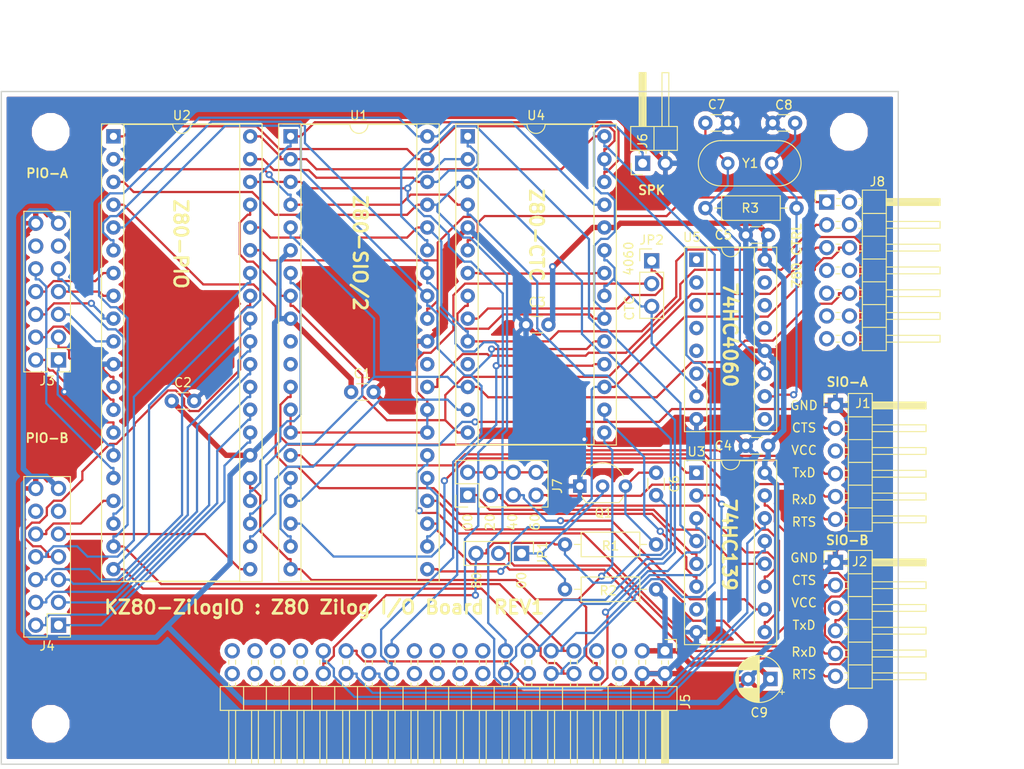
<source format=kicad_pcb>
(kicad_pcb (version 20171130) (host pcbnew "(5.0.0-3-g5ebb6b6)")
  (layers (0 F.Cu signal) (31 B.Cu signal) (34 B.Paste user) (35 F.Paste user) (36 B.SilkS user) (37 F.SilkS user) (38 B.Mask user) (39 F.Mask user) (44 Edge.Cuts user))
  (net 0 "")
  (net 1 "Net-(C7-Pad1)")
  (net 2 "Net-(C8-Pad1)")
  (net 3 "Net-(JP1-Pad1)")
  (net 4 VCC)
  (net 5 "Net-(C6-Pad1)")
  (net 6 A7)
  (net 7 GND)
  (net 8 /D2)
  (net 9 BRDY)
  (net 10 /D7)
  (net 11 "Net-(U2-Pad22)")
  (net 12 /D6)
  (net 13 ~INT-J)
  (net 14 PIO-CE)
  (net 15 "Net-(U1-Pad7)")
  (net 16 A0)
  (net 17 CLK)
  (net 18 A1)
  (net 19 PA7)
  (net 20 PB0)
  (net 21 PA6)
  (net 22 PB1)
  (net 23 PA5)
  (net 24 PB2)
  (net 25 PA4)
  (net 26 PB3)
  (net 27 PB4)
  (net 28 PA3)
  (net 29 PB5)
  (net 30 PA2)
  (net 31 PB6)
  (net 32 PA1)
  (net 33 PB7)
  (net 34 PA0)
  (net 35 ~RD)
  (net 36 ~ASTB)
  (net 37 ~IORQ)
  (net 38 ~BSTB)
  (net 39 ~M1)
  (net 40 ARDY)
  (net 41 /D5)
  (net 42 /D0)
  (net 43 /D4)
  (net 44 /D1)
  (net 45 /D3)
  (net 46 "Net-(U1-Pad16)")
  (net 47 CTSA)
  (net 48 RTSA)
  (net 49 SIO-CE)
  (net 50 TxDA)
  (net 51 SIO-CLK)
  (net 52 RxDA)
  (net 53 "Net-(U1-Pad11)")
  (net 54 "Net-(U1-Pad30)")
  (net 55 "Net-(U1-Pad10)")
  (net 56 RxDB)
  (net 57 TxDB)
  (net 58 "Net-(U1-Pad22)")
  (net 59 RTSB)
  (net 60 CTSB)
  (net 61 ~RESET)
  (net 62 CTC-CE)
  (net 63 "Net-(U4-Pad22)")
  (net 64 "Net-(U5-Pad1)")
  (net 65 "Net-(U5-Pad9)")
  (net 66 "Net-(U5-Pad2)")
  (net 67 "Net-(U5-Pad3)")
  (net 68 "Net-(U5-Pad4)")
  (net 69 "Net-(U5-Pad5)")
  (net 70 "Net-(U5-Pad13)")
  (net 71 "Net-(U5-Pad6)")
  (net 72 "Net-(U5-Pad14)")
  (net 73 "Net-(U5-Pad15)")
  (net 74 "Net-(JP1-Pad2)")
  (net 75 "Net-(U3-Pad7)")
  (net 76 A5)
  (net 77 A6)
  (net 78 "Net-(J7-Pad1)")
  (net 79 "Net-(J7-Pad3)")
  (net 80 A4)
  (net 81 "Net-(J7-Pad5)")
  (net 82 A3)
  (net 83 "Net-(J7-Pad7)")
  (net 84 "Net-(J7-Pad2)")
  (net 85 /~IOR)
  (net 86 /~IOW)
  (net 87 /RES)
  (net 88 /INT)
  (net 89 /A2)
  (net 90 /A8)
  (net 91 /A10)
  (net 92 /A12)
  (net 93 /A14)
  (net 94 /A15)
  (net 95 /A13)
  (net 96 /A11)
  (net 97 /A9)
  (net 98 /HOLD)
  (net 99 /HLDA)
  (net 100 /~MEMW)
  (net 101 /~MEMR)
  (net 102 /~WR)
  (net 103 /~MEMRQ)
  (net 104 /~BUSREQ)
  (net 105 /~BUSACK)
  (net 106 /~NMI)
  (net 107 /~RFSH)
  (net 108 /~WAIT)
  (net 109 /HALT)
  (net 110 "Net-(J8-Pad14)")
  (net 111 "Net-(J4-Pad12)")
  (net 112 "Net-(J4-Pad11)")
  (net 113 "Net-(J3-Pad11)")
  (net 114 "Net-(J3-Pad12)")
  (net 115 "Net-(J2-Pad3)")
  (net 116 "Net-(J1-Pad3)")
  (net 117 "Net-(J5-Pad5)")
  (net 118 "Net-(J5-Pad6)")
  (net 119 "Net-(J5-Pad7)")
  (net 120 "Net-(U4-Pad11)")
  (net 121 "Net-(J6-Pad1)")
  (net 122 "Net-(JP2-Pad3)")
  (net 123 "Net-(JP2-Pad1)")
  (module Connector_PinHeader_2.54mm:PinHeader_1x03_P2.54mm_Vertical (layer F.Cu) (at 172.51 58.88)
    (fp_text reference JP2 (at 0 -2.33) (layer F.SilkS))
    (fp_text value SIO_JP)
    (pad 1 thru_hole rect (at 0 0) (size 1.7 1.7) (drill 1) (layers *.Cu *.Mask) (net 123 "Net-(JP2-Pad1)"))
    (pad 2 thru_hole oval (at 0 2.54) (size 1.7 1.7) (drill 1) (layers *.Cu *.Mask) (net 51 SIO-CLK))
    (pad 3 thru_hole oval (at 0 5.08) (size 1.7 1.7) (drill 1) (layers *.Cu *.Mask) (net 122 "Net-(JP2-Pad3)"))
  )
  (module Connector_PinHeader_2.54mm:PinHeader_2x07_P2.54mm_Horizontal (layer F.Cu) (at 192.025 52.325)
    (fp_text reference J8 (at 5.655 -2.27) (layer F.SilkS))
    (fp_text value "Z80 CONTROL")
    (pad 1 thru_hole rect (at 0 0) (size 1.7 1.7) (drill 1) (layers *.Cu *.Mask) (net 35 ~RD))
    (pad 2 thru_hole oval (at 2.54 0) (size 1.7 1.7) (drill 1) (layers *.Cu *.Mask) (net 102 /~WR))
    (pad 3 thru_hole oval (at 0 2.54) (size 1.7 1.7) (drill 1) (layers *.Cu *.Mask) (net 37 ~IORQ))
    (pad 4 thru_hole oval (at 2.54 2.54) (size 1.7 1.7) (drill 1) (layers *.Cu *.Mask) (net 103 /~MEMRQ))
    (pad 5 thru_hole oval (at 0 5.08) (size 1.7 1.7) (drill 1) (layers *.Cu *.Mask) (net 39 ~M1))
    (pad 6 thru_hole oval (at 2.54 5.08) (size 1.7 1.7) (drill 1) (layers *.Cu *.Mask) (net 61 ~RESET))
    (pad 7 thru_hole oval (at 0 7.62) (size 1.7 1.7) (drill 1) (layers *.Cu *.Mask) (net 104 /~BUSREQ))
    (pad 8 thru_hole oval (at 2.54 7.62) (size 1.7 1.7) (drill 1) (layers *.Cu *.Mask) (net 105 /~BUSACK))
    (pad 9 thru_hole oval (at 0 10.16) (size 1.7 1.7) (drill 1) (layers *.Cu *.Mask) (net 106 /~NMI))
    (pad 10 thru_hole oval (at 2.54 10.16) (size 1.7 1.7) (drill 1) (layers *.Cu *.Mask) (net 13 ~INT-J))
    (pad 11 thru_hole oval (at 0 12.7) (size 1.7 1.7) (drill 1) (layers *.Cu *.Mask) (net 107 /~RFSH))
    (pad 12 thru_hole oval (at 2.54 12.7) (size 1.7 1.7) (drill 1) (layers *.Cu *.Mask) (net 108 /~WAIT))
    (pad 13 thru_hole oval (at 0 15.24) (size 1.7 1.7) (drill 1) (layers *.Cu *.Mask) (net 109 /HALT))
    (pad 14 thru_hole oval (at 2.54 15.24) (size 1.7 1.7) (drill 1) (layers *.Cu *.Mask) (net 110 "Net-(J8-Pad14)"))
  )
  (module Capacitor_THT:CP_Radial_D5.0mm_P2.50mm (layer F.Cu) (at 185.75 105.5 180)
    (fp_text reference C9 (at 1.25 -3.75 180) (layer F.SilkS))
    (fp_text value 10u)
    (pad 1 thru_hole rect (at 0 0 180) (size 1.6 1.6) (drill 0.8) (layers *.Cu *.Mask) (net 4 VCC))
    (pad 2 thru_hole circle (at 2.5 0 180) (size 1.6 1.6) (drill 0.8) (layers *.Cu *.Mask) (net 7 GND))
  )
  (module Capacitor_THT:C_Disc_D3.0mm_W1.6mm_P2.50mm (layer F.Cu) (at 139 73.5)
    (fp_text reference C1 (at 1.25 -2.05) (layer F.SilkS))
    (fp_text value 0.1u)
    (pad 2 thru_hole circle (at 2.5 0) (size 1.6 1.6) (drill 0.8) (layers *.Cu *.Mask) (net 7 GND))
    (pad 1 thru_hole circle (at 0 0) (size 1.6 1.6) (drill 0.8) (layers *.Cu *.Mask) (net 4 VCC))
  )
  (module Capacitor_THT:C_Disc_D3.0mm_W1.6mm_P2.50mm (layer F.Cu) (at 119 74.5)
    (fp_text reference C2 (at 1.25 -2.05) (layer F.SilkS))
    (fp_text value 0.1u)
    (pad 1 thru_hole circle (at 0 0) (size 1.6 1.6) (drill 0.8) (layers *.Cu *.Mask) (net 4 VCC))
    (pad 2 thru_hole circle (at 2.5 0) (size 1.6 1.6) (drill 0.8) (layers *.Cu *.Mask) (net 7 GND))
  )
  (module Capacitor_THT:C_Disc_D3.0mm_W1.6mm_P2.50mm (layer F.Cu) (at 161 66 180)
    (fp_text reference C3 (at 1.25 2.5 180) (layer F.SilkS))
    (fp_text value 0.1u)
    (pad 2 thru_hole circle (at 2.5 0 180) (size 1.6 1.6) (drill 0.8) (layers *.Cu *.Mask) (net 7 GND))
    (pad 1 thru_hole circle (at 0 0 180) (size 1.6 1.6) (drill 0.8) (layers *.Cu *.Mask) (net 4 VCC))
  )
  (module Capacitor_THT:C_Disc_D3.0mm_W1.6mm_P2.50mm (layer F.Cu) (at 185.5 79.5 180)
    (fp_text reference C4 (at 5 0 180) (layer F.SilkS))
    (fp_text value 0.1u)
    (pad 1 thru_hole circle (at 0 0 180) (size 1.6 1.6) (drill 0.8) (layers *.Cu *.Mask) (net 4 VCC))
    (pad 2 thru_hole circle (at 2.5 0 180) (size 1.6 1.6) (drill 0.8) (layers *.Cu *.Mask) (net 7 GND))
  )
  (module Capacitor_THT:C_Disc_D3.0mm_W1.6mm_P2.50mm (layer F.Cu) (at 185.5 56 180)
    (fp_text reference C5 (at 5 0 180) (layer F.SilkS))
    (fp_text value 0.1u)
    (pad 2 thru_hole circle (at 2.5 0 180) (size 1.6 1.6) (drill 0.8) (layers *.Cu *.Mask) (net 7 GND))
    (pad 1 thru_hole circle (at 0 0 180) (size 1.6 1.6) (drill 0.8) (layers *.Cu *.Mask) (net 4 VCC))
  )
  (module Capacitor_THT:C_Disc_D3.0mm_W1.6mm_P2.50mm (layer F.Cu) (at 173 82.5 270)
    (fp_text reference C6 (at 1.25 -2.05 270) (layer F.SilkS))
    (fp_text value 22p)
    (pad 1 thru_hole circle (at 0 0 270) (size 1.6 1.6) (drill 0.8) (layers *.Cu *.Mask) (net 5 "Net-(C6-Pad1)"))
    (pad 2 thru_hole circle (at 2.5 0 270) (size 1.6 1.6) (drill 0.8) (layers *.Cu *.Mask) (net 6 A7))
  )
  (module Capacitor_THT:C_Disc_D3.0mm_W1.6mm_P2.50mm (layer F.Cu) (at 178.5 43.5)
    (fp_text reference C7 (at 1.25 -2.05) (layer F.SilkS))
    (fp_text value 22p)
    (pad 2 thru_hole circle (at 2.5 0) (size 1.6 1.6) (drill 0.8) (layers *.Cu *.Mask) (net 7 GND))
    (pad 1 thru_hole circle (at 0 0) (size 1.6 1.6) (drill 0.8) (layers *.Cu *.Mask) (net 1 "Net-(C7-Pad1)"))
  )
  (module Capacitor_THT:C_Disc_D3.0mm_W1.6mm_P2.50mm (layer F.Cu) (at 188.5 43.5 180)
    (fp_text reference C8 (at 1.25 2 180) (layer F.SilkS))
    (fp_text value 22p)
    (pad 1 thru_hole circle (at 0 0 180) (size 1.6 1.6) (drill 0.8) (layers *.Cu *.Mask) (net 2 "Net-(C8-Pad1)"))
    (pad 2 thru_hole circle (at 2.5 0 180) (size 1.6 1.6) (drill 0.8) (layers *.Cu *.Mask) (net 7 GND))
  )
  (module Connector_PinHeader_2.54mm:PinHeader_1x02_P2.54mm_Horizontal (layer F.Cu) (at 171.5 48 90)
    (fp_text reference J6 (at 2.5 0 90) (layer F.SilkS))
    (fp_text value SPK_JP)
    (pad 1 thru_hole rect (at 0 0 90) (size 1.7 1.7) (drill 1) (layers *.Cu *.Mask) (net 121 "Net-(J6-Pad1)"))
    (pad 2 thru_hole oval (at 0 2.54 90) (size 1.7 1.7) (drill 1) (layers *.Cu *.Mask) (net 7 GND))
  )
  (module Connector_PinHeader_2.54mm:PinHeader_1x03_P2.54mm_Vertical (layer F.Cu) (at 158 91.5 270)
    (fp_text reference JP1 (at 0 -2.33 270) (layer F.SilkS))
    (fp_text value "A7 JP")
    (pad 1 thru_hole rect (at 0 0 270) (size 1.7 1.7) (drill 1) (layers *.Cu *.Mask) (net 3 "Net-(JP1-Pad1)"))
    (pad 2 thru_hole oval (at 0 2.54 270) (size 1.7 1.7) (drill 1) (layers *.Cu *.Mask) (net 74 "Net-(JP1-Pad2)"))
    (pad 3 thru_hole oval (at 0 5.08 270) (size 1.7 1.7) (drill 1) (layers *.Cu *.Mask) (net 6 A7))
  )
  (module Connector_PinHeader_2.54mm:PinHeader_1x06_P2.54mm_Horizontal (layer F.Cu) (at 193 75)
    (fp_text reference J1 (at 3.07 -0.23) (layer F.SilkS))
    (fp_text value CON-A)
    (pad 6 thru_hole oval (at 0 12.7) (size 1.7 1.7) (drill 1) (layers *.Cu *.Mask) (net 47 CTSA))
    (pad 5 thru_hole oval (at 0 10.16) (size 1.7 1.7) (drill 1) (layers *.Cu *.Mask) (net 50 TxDA))
    (pad 4 thru_hole oval (at 0 7.62) (size 1.7 1.7) (drill 1) (layers *.Cu *.Mask) (net 52 RxDA))
    (pad 3 thru_hole oval (at 0 5.08) (size 1.7 1.7) (drill 1) (layers *.Cu *.Mask) (net 116 "Net-(J1-Pad3)"))
    (pad 2 thru_hole oval (at 0 2.54) (size 1.7 1.7) (drill 1) (layers *.Cu *.Mask) (net 48 RTSA))
    (pad 1 thru_hole rect (at 0 0) (size 1.7 1.7) (drill 1) (layers *.Cu *.Mask) (net 7 GND))
  )
  (module Connector_PinHeader_2.54mm:PinHeader_1x06_P2.54mm_Horizontal (layer F.Cu) (at 193 92.5)
    (fp_text reference J2 (at 2.7 -0.09) (layer F.SilkS))
    (fp_text value CON-B)
    (pad 1 thru_hole rect (at 0 0) (size 1.7 1.7) (drill 1) (layers *.Cu *.Mask) (net 7 GND))
    (pad 2 thru_hole oval (at 0 2.54) (size 1.7 1.7) (drill 1) (layers *.Cu *.Mask) (net 59 RTSB))
    (pad 3 thru_hole oval (at 0 5.08) (size 1.7 1.7) (drill 1) (layers *.Cu *.Mask) (net 115 "Net-(J2-Pad3)"))
    (pad 4 thru_hole oval (at 0 7.62) (size 1.7 1.7) (drill 1) (layers *.Cu *.Mask) (net 56 RxDB))
    (pad 5 thru_hole oval (at 0 10.16) (size 1.7 1.7) (drill 1) (layers *.Cu *.Mask) (net 57 TxDB))
    (pad 6 thru_hole oval (at 0 12.7) (size 1.7 1.7) (drill 1) (layers *.Cu *.Mask) (net 60 CTSB))
  )
  (module Connector_PinHeader_2.54mm:PinHeader_2x04_P2.54mm_Vertical (layer F.Cu) (at 152 85 90)
    (fp_text reference J7 (at 1 10 90) (layer F.SilkS))
    (fp_text value ADDR-JP)
    (pad 1 thru_hole rect (at 0 0 90) (size 1.7 1.7) (drill 1) (layers *.Cu *.Mask) (net 78 "Net-(J7-Pad1)"))
    (pad 2 thru_hole oval (at 2.54 0 90) (size 1.7 1.7) (drill 1) (layers *.Cu *.Mask) (net 84 "Net-(J7-Pad2)"))
    (pad 3 thru_hole oval (at 0 2.54 90) (size 1.7 1.7) (drill 1) (layers *.Cu *.Mask) (net 79 "Net-(J7-Pad3)"))
    (pad 4 thru_hole oval (at 2.54 2.54 90) (size 1.7 1.7) (drill 1) (layers *.Cu *.Mask) (net 84 "Net-(J7-Pad2)"))
    (pad 5 thru_hole oval (at 0 5.08 90) (size 1.7 1.7) (drill 1) (layers *.Cu *.Mask) (net 81 "Net-(J7-Pad5)"))
    (pad 6 thru_hole oval (at 2.54 5.08 90) (size 1.7 1.7) (drill 1) (layers *.Cu *.Mask) (net 84 "Net-(J7-Pad2)"))
    (pad 7 thru_hole oval (at 0 7.62 90) (size 1.7 1.7) (drill 1) (layers *.Cu *.Mask) (net 83 "Net-(J7-Pad7)"))
    (pad 8 thru_hole oval (at 2.54 7.62 90) (size 1.7 1.7) (drill 1) (layers *.Cu *.Mask) (net 84 "Net-(J7-Pad2)"))
  )
  (module Connector_PinHeader_2.54mm:PinHeader_2x07_P2.54mm_Vertical (layer F.Cu) (at 106.375 69.93 180)
    (fp_text reference J3 (at 1.27 -2.33 180) (layer F.SilkS))
    (fp_text value PIO-A)
    (pad 1 thru_hole rect (at 0 0 180) (size 1.7 1.7) (drill 1) (layers *.Cu *.Mask) (net 34 PA0))
    (pad 2 thru_hole oval (at 2.54 0 180) (size 1.7 1.7) (drill 1) (layers *.Cu *.Mask) (net 32 PA1))
    (pad 3 thru_hole oval (at 0 2.54 180) (size 1.7 1.7) (drill 1) (layers *.Cu *.Mask) (net 30 PA2))
    (pad 4 thru_hole oval (at 2.54 2.54 180) (size 1.7 1.7) (drill 1) (layers *.Cu *.Mask) (net 28 PA3))
    (pad 5 thru_hole oval (at 0 5.08 180) (size 1.7 1.7) (drill 1) (layers *.Cu *.Mask) (net 25 PA4))
    (pad 6 thru_hole oval (at 2.54 5.08 180) (size 1.7 1.7) (drill 1) (layers *.Cu *.Mask) (net 23 PA5))
    (pad 7 thru_hole oval (at 0 7.62 180) (size 1.7 1.7) (drill 1) (layers *.Cu *.Mask) (net 21 PA6))
    (pad 8 thru_hole oval (at 2.54 7.62 180) (size 1.7 1.7) (drill 1) (layers *.Cu *.Mask) (net 19 PA7))
    (pad 9 thru_hole oval (at 0 10.16 180) (size 1.7 1.7) (drill 1) (layers *.Cu *.Mask) (net 40 ARDY))
    (pad 10 thru_hole oval (at 2.54 10.16 180) (size 1.7 1.7) (drill 1) (layers *.Cu *.Mask) (net 36 ~ASTB))
    (pad 11 thru_hole oval (at 0 12.7 180) (size 1.7 1.7) (drill 1) (layers *.Cu *.Mask) (net 113 "Net-(J3-Pad11)"))
    (pad 12 thru_hole oval (at 2.54 12.7 180) (size 1.7 1.7) (drill 1) (layers *.Cu *.Mask) (net 114 "Net-(J3-Pad12)"))
    (pad 13 thru_hole oval (at 0 15.24 180) (size 1.7 1.7) (drill 1) (layers *.Cu *.Mask) (net 4 VCC))
    (pad 14 thru_hole oval (at 2.54 15.24 180) (size 1.7 1.7) (drill 1) (layers *.Cu *.Mask) (net 7 GND))
  )
  (module Connector_PinHeader_2.54mm:PinHeader_2x07_P2.54mm_Vertical (layer F.Cu) (at 106.375 99.5 180)
    (fp_text reference J4 (at 1.27 -2.33 180) (layer F.SilkS))
    (fp_text value PIO-B)
    (pad 14 thru_hole oval (at 2.54 15.24 180) (size 1.7 1.7) (drill 1) (layers *.Cu *.Mask) (net 7 GND))
    (pad 13 thru_hole oval (at 0 15.24 180) (size 1.7 1.7) (drill 1) (layers *.Cu *.Mask) (net 4 VCC))
    (pad 12 thru_hole oval (at 2.54 12.7 180) (size 1.7 1.7) (drill 1) (layers *.Cu *.Mask) (net 111 "Net-(J4-Pad12)"))
    (pad 11 thru_hole oval (at 0 12.7 180) (size 1.7 1.7) (drill 1) (layers *.Cu *.Mask) (net 112 "Net-(J4-Pad11)"))
    (pad 10 thru_hole oval (at 2.54 10.16 180) (size 1.7 1.7) (drill 1) (layers *.Cu *.Mask) (net 38 ~BSTB))
    (pad 9 thru_hole oval (at 0 10.16 180) (size 1.7 1.7) (drill 1) (layers *.Cu *.Mask) (net 9 BRDY))
    (pad 8 thru_hole oval (at 2.54 7.62 180) (size 1.7 1.7) (drill 1) (layers *.Cu *.Mask) (net 33 PB7))
    (pad 7 thru_hole oval (at 0 7.62 180) (size 1.7 1.7) (drill 1) (layers *.Cu *.Mask) (net 31 PB6))
    (pad 6 thru_hole oval (at 2.54 5.08 180) (size 1.7 1.7) (drill 1) (layers *.Cu *.Mask) (net 29 PB5))
    (pad 5 thru_hole oval (at 0 5.08 180) (size 1.7 1.7) (drill 1) (layers *.Cu *.Mask) (net 27 PB4))
    (pad 4 thru_hole oval (at 2.54 2.54 180) (size 1.7 1.7) (drill 1) (layers *.Cu *.Mask) (net 26 PB3))
    (pad 3 thru_hole oval (at 0 2.54 180) (size 1.7 1.7) (drill 1) (layers *.Cu *.Mask) (net 24 PB2))
    (pad 2 thru_hole oval (at 2.54 0 180) (size 1.7 1.7) (drill 1) (layers *.Cu *.Mask) (net 22 PB1))
    (pad 1 thru_hole rect (at 0 0 180) (size 1.7 1.7) (drill 1) (layers *.Cu *.Mask) (net 20 PB0))
  )
  (module Connector_PinHeader_2.54mm:PinHeader_2x20_P2.54mm_Horizontal (layer F.Cu) (at 174 102.362 270)
    (fp_text reference J5 (at 5.655 -2.27 270) (layer F.SilkS))
    (fp_text value "SBC8080 BUS")
    (pad 1 thru_hole rect (at 0 0 270) (size 1.7 1.7) (drill 1) (layers *.Cu *.Mask) (net 4 VCC))
    (pad 2 thru_hole oval (at 2.54 0 270) (size 1.7 1.7) (drill 1) (layers *.Cu *.Mask) (net 7 GND))
    (pad 3 thru_hole oval (at 0 2.54 270) (size 1.7 1.7) (drill 1) (layers *.Cu *.Mask) (net 4 VCC))
    (pad 4 thru_hole oval (at 2.54 2.54 270) (size 1.7 1.7) (drill 1) (layers *.Cu *.Mask) (net 7 GND))
    (pad 5 thru_hole oval (at 0 5.08 270) (size 1.7 1.7) (drill 1) (layers *.Cu *.Mask) (net 117 "Net-(J5-Pad5)"))
    (pad 6 thru_hole oval (at 2.54 5.08 270) (size 1.7 1.7) (drill 1) (layers *.Cu *.Mask) (net 118 "Net-(J5-Pad6)"))
    (pad 7 thru_hole oval (at 0 7.62 270) (size 1.7 1.7) (drill 1) (layers *.Cu *.Mask) (net 119 "Net-(J5-Pad7)"))
    (pad 8 thru_hole oval (at 2.54 7.62 270) (size 1.7 1.7) (drill 1) (layers *.Cu *.Mask) (net 17 CLK))
    (pad 9 thru_hole oval (at 0 10.16 270) (size 1.7 1.7) (drill 1) (layers *.Cu *.Mask) (net 42 /D0))
    (pad 10 thru_hole oval (at 2.54 10.16 270) (size 1.7 1.7) (drill 1) (layers *.Cu *.Mask) (net 44 /D1))
    (pad 11 thru_hole oval (at 0 12.7 270) (size 1.7 1.7) (drill 1) (layers *.Cu *.Mask) (net 8 /D2))
    (pad 12 thru_hole oval (at 2.54 12.7 270) (size 1.7 1.7) (drill 1) (layers *.Cu *.Mask) (net 45 /D3))
    (pad 13 thru_hole oval (at 0 15.24 270) (size 1.7 1.7) (drill 1) (layers *.Cu *.Mask) (net 43 /D4))
    (pad 14 thru_hole oval (at 2.54 15.24 270) (size 1.7 1.7) (drill 1) (layers *.Cu *.Mask) (net 41 /D5))
    (pad 15 thru_hole oval (at 0 17.78 270) (size 1.7 1.7) (drill 1) (layers *.Cu *.Mask) (net 12 /D6))
    (pad 16 thru_hole oval (at 2.54 17.78 270) (size 1.7 1.7) (drill 1) (layers *.Cu *.Mask) (net 10 /D7))
    (pad 17 thru_hole oval (at 0 20.32 270) (size 1.7 1.7) (drill 1) (layers *.Cu *.Mask) (net 85 /~IOR))
    (pad 18 thru_hole oval (at 2.54 20.32 270) (size 1.7 1.7) (drill 1) (layers *.Cu *.Mask) (net 101 /~MEMR))
    (pad 19 thru_hole oval (at 0 22.86 270) (size 1.7 1.7) (drill 1) (layers *.Cu *.Mask) (net 86 /~IOW))
    (pad 20 thru_hole oval (at 2.54 22.86 270) (size 1.7 1.7) (drill 1) (layers *.Cu *.Mask) (net 100 /~MEMW))
    (pad 21 thru_hole oval (at 0 25.4 270) (size 1.7 1.7) (drill 1) (layers *.Cu *.Mask) (net 87 /RES))
    (pad 22 thru_hole oval (at 2.54 25.4 270) (size 1.7 1.7) (drill 1) (layers *.Cu *.Mask) (net 99 /HLDA))
    (pad 23 thru_hole oval (at 0 27.94 270) (size 1.7 1.7) (drill 1) (layers *.Cu *.Mask) (net 88 /INT))
    (pad 24 thru_hole oval (at 2.54 27.94 270) (size 1.7 1.7) (drill 1) (layers *.Cu *.Mask) (net 98 /HOLD))
    (pad 25 thru_hole oval (at 0 30.48 270) (size 1.7 1.7) (drill 1) (layers *.Cu *.Mask) (net 16 A0))
    (pad 26 thru_hole oval (at 2.54 30.48 270) (size 1.7 1.7) (drill 1) (layers *.Cu *.Mask) (net 18 A1))
    (pad 27 thru_hole oval (at 0 33.02 270) (size 1.7 1.7) (drill 1) (layers *.Cu *.Mask) (net 89 /A2))
    (pad 28 thru_hole oval (at 2.54 33.02 270) (size 1.7 1.7) (drill 1) (layers *.Cu *.Mask) (net 82 A3))
    (pad 29 thru_hole oval (at 0 35.56 270) (size 1.7 1.7) (drill 1) (layers *.Cu *.Mask) (net 80 A4))
    (pad 30 thru_hole oval (at 2.54 35.56 270) (size 1.7 1.7) (drill 1) (layers *.Cu *.Mask) (net 76 A5))
    (pad 31 thru_hole oval (at 0 38.1 270) (size 1.7 1.7) (drill 1) (layers *.Cu *.Mask) (net 77 A6))
    (pad 32 thru_hole oval (at 2.54 38.1 270) (size 1.7 1.7) (drill 1) (layers *.Cu *.Mask) (net 6 A7))
    (pad 33 thru_hole oval (at 0 40.64 270) (size 1.7 1.7) (drill 1) (layers *.Cu *.Mask) (net 90 /A8))
    (pad 34 thru_hole oval (at 2.54 40.64 270) (size 1.7 1.7) (drill 1) (layers *.Cu *.Mask) (net 97 /A9))
    (pad 35 thru_hole oval (at 0 43.18 270) (size 1.7 1.7) (drill 1) (layers *.Cu *.Mask) (net 91 /A10))
    (pad 36 thru_hole oval (at 2.54 43.18 270) (size 1.7 1.7) (drill 1) (layers *.Cu *.Mask) (net 96 /A11))
    (pad 37 thru_hole oval (at 0 45.72 270) (size 1.7 1.7) (drill 1) (layers *.Cu *.Mask) (net 92 /A12))
    (pad 38 thru_hole oval (at 2.54 45.72 270) (size 1.7 1.7) (drill 1) (layers *.Cu *.Mask) (net 95 /A13))
    (pad 39 thru_hole oval (at 0 48.26 270) (size 1.7 1.7) (drill 1) (layers *.Cu *.Mask) (net 93 /A14))
    (pad 40 thru_hole oval (at 2.54 48.26 270) (size 1.7 1.7) (drill 1) (layers *.Cu *.Mask) (net 94 /A15))
  )
  (module Crystal:Crystal_HC49-4H_Vertical (layer F.Cu) (at 181 48)
    (fp_text reference Y1 (at 2.5 0) (layer F.SilkS))
    (fp_text value 19.6608MHz)
    (pad 1 thru_hole circle (at 0 0) (size 1.5 1.5) (drill 0.8) (layers *.Cu *.Mask) (net 1 "Net-(C7-Pad1)"))
    (pad 2 thru_hole circle (at 4.88 0) (size 1.5 1.5) (drill 0.8) (layers *.Cu *.Mask) (net 2 "Net-(C8-Pad1)"))
  )
  (module MountingHole:MountingHole_3.2mm_M3 (layer F.Cu) (at 105.5 44.5)
    (fp_text reference MH1 hide)
    (fp_text value MountingHole)
    (pad 1 np_thru_hole circle (at 0 0) (size 3.2 3.2) (drill 3.2) (layers *.Cu *.Mask))
  )
  (module MountingHole:MountingHole_3.2mm_M3 (layer F.Cu) (at 194.5 44.5)
    (fp_text reference MH2 hide)
    (fp_text value MountingHole)
    (pad 1 np_thru_hole circle (at 0 0) (size 3.2 3.2) (drill 3.2) (layers *.Cu *.Mask))
  )
  (module MountingHole:MountingHole_3.2mm_M3 (layer F.Cu) (at 105.5 110.5)
    (fp_text reference MH3 hide)
    (fp_text value MountingHole)
    (pad 1 np_thru_hole circle (at 0 0) (size 3.2 3.2) (drill 3.2) (layers *.Cu *.Mask))
  )
  (module MountingHole:MountingHole_3.2mm_M3 (layer F.Cu) (at 194.5 110.5)
    (fp_text reference MH4 hide)
    (fp_text value MountingHole)
    (pad 1 np_thru_hole circle (at 0 0) (size 3.2 3.2) (drill 3.2) (layers *.Cu *.Mask))
  )
  (module Package_DIP:DIP-16_W7.62mm_Socket (layer F.Cu) (at 177.5 82.5)
    (fp_text reference U3 (at 0 -2.33) (layer F.SilkS))
    (fp_text value 74HC139)
    (pad 16 thru_hole oval (at 7.62 0) (size 1.6 1.6) (drill 0.8) (layers *.Cu *.Mask) (net 4 VCC))
    (pad 8 thru_hole oval (at 0 17.78) (size 1.6 1.6) (drill 0.8) (layers *.Cu *.Mask) (net 7 GND))
    (pad 15 thru_hole oval (at 7.62 2.54) (size 1.6 1.6) (drill 0.8) (layers *.Cu *.Mask) (net 74 "Net-(JP1-Pad2)"))
    (pad 7 thru_hole oval (at 0 15.24) (size 1.6 1.6) (drill 0.8) (layers *.Cu *.Mask) (net 75 "Net-(U3-Pad7)"))
    (pad 14 thru_hole oval (at 7.62 5.08) (size 1.6 1.6) (drill 0.8) (layers *.Cu *.Mask) (net 76 A5))
    (pad 6 thru_hole oval (at 0 12.7) (size 1.6 1.6) (drill 0.8) (layers *.Cu *.Mask) (net 62 CTC-CE))
    (pad 13 thru_hole oval (at 7.62 7.62) (size 1.6 1.6) (drill 0.8) (layers *.Cu *.Mask) (net 77 A6))
    (pad 5 thru_hole oval (at 0 10.16) (size 1.6 1.6) (drill 0.8) (layers *.Cu *.Mask) (net 14 PIO-CE))
    (pad 12 thru_hole oval (at 7.62 10.16) (size 1.6 1.6) (drill 0.8) (layers *.Cu *.Mask) (net 78 "Net-(J7-Pad1)"))
    (pad 4 thru_hole oval (at 0 7.62) (size 1.6 1.6) (drill 0.8) (layers *.Cu *.Mask) (net 49 SIO-CE))
    (pad 11 thru_hole oval (at 7.62 12.7) (size 1.6 1.6) (drill 0.8) (layers *.Cu *.Mask) (net 79 "Net-(J7-Pad3)"))
    (pad 3 thru_hole oval (at 0 5.08) (size 1.6 1.6) (drill 0.8) (layers *.Cu *.Mask) (net 80 A4))
    (pad 10 thru_hole oval (at 7.62 15.24) (size 1.6 1.6) (drill 0.8) (layers *.Cu *.Mask) (net 81 "Net-(J7-Pad5)"))
    (pad 2 thru_hole oval (at 0 2.54) (size 1.6 1.6) (drill 0.8) (layers *.Cu *.Mask) (net 82 A3))
    (pad 9 thru_hole oval (at 7.62 17.78) (size 1.6 1.6) (drill 0.8) (layers *.Cu *.Mask) (net 83 "Net-(J7-Pad7)"))
    (pad 1 thru_hole rect (at 0 0) (size 1.6 1.6) (drill 0.8) (layers *.Cu *.Mask) (net 84 "Net-(J7-Pad2)"))
  )
  (module Package_DIP:DIP-16_W7.62mm_Socket (layer F.Cu) (at 177.5 58.75)
    (fp_text reference U5 (at -0.5 -2.5) (layer F.SilkS))
    (fp_text value 74HC4060)
    (pad 1 thru_hole rect (at 0 0) (size 1.6 1.6) (drill 0.8) (layers *.Cu *.Mask) (net 64 "Net-(U5-Pad1)"))
    (pad 9 thru_hole oval (at 7.62 17.78) (size 1.6 1.6) (drill 0.8) (layers *.Cu *.Mask) (net 65 "Net-(U5-Pad9)"))
    (pad 2 thru_hole oval (at 0 2.54) (size 1.6 1.6) (drill 0.8) (layers *.Cu *.Mask) (net 66 "Net-(U5-Pad2)"))
    (pad 10 thru_hole oval (at 7.62 15.24) (size 1.6 1.6) (drill 0.8) (layers *.Cu *.Mask) (net 2 "Net-(C8-Pad1)"))
    (pad 3 thru_hole oval (at 0 5.08) (size 1.6 1.6) (drill 0.8) (layers *.Cu *.Mask) (net 67 "Net-(U5-Pad3)"))
    (pad 11 thru_hole oval (at 7.62 12.7) (size 1.6 1.6) (drill 0.8) (layers *.Cu *.Mask) (net 1 "Net-(C7-Pad1)"))
    (pad 4 thru_hole oval (at 0 7.62) (size 1.6 1.6) (drill 0.8) (layers *.Cu *.Mask) (net 68 "Net-(U5-Pad4)"))
    (pad 12 thru_hole oval (at 7.62 10.16) (size 1.6 1.6) (drill 0.8) (layers *.Cu *.Mask) (net 7 GND))
    (pad 5 thru_hole oval (at 0 10.16) (size 1.6 1.6) (drill 0.8) (layers *.Cu *.Mask) (net 69 "Net-(U5-Pad5)"))
    (pad 13 thru_hole oval (at 7.62 7.62) (size 1.6 1.6) (drill 0.8) (layers *.Cu *.Mask) (net 70 "Net-(U5-Pad13)"))
    (pad 6 thru_hole oval (at 0 12.7) (size 1.6 1.6) (drill 0.8) (layers *.Cu *.Mask) (net 71 "Net-(U5-Pad6)"))
    (pad 14 thru_hole oval (at 7.62 5.08) (size 1.6 1.6) (drill 0.8) (layers *.Cu *.Mask) (net 72 "Net-(U5-Pad14)"))
    (pad 7 thru_hole oval (at 0 15.24) (size 1.6 1.6) (drill 0.8) (layers *.Cu *.Mask) (net 122 "Net-(JP2-Pad3)"))
    (pad 15 thru_hole oval (at 7.62 2.54) (size 1.6 1.6) (drill 0.8) (layers *.Cu *.Mask) (net 73 "Net-(U5-Pad15)"))
    (pad 8 thru_hole oval (at 0 17.78) (size 1.6 1.6) (drill 0.8) (layers *.Cu *.Mask) (net 7 GND))
    (pad 16 thru_hole oval (at 7.62 0) (size 1.6 1.6) (drill 0.8) (layers *.Cu *.Mask) (net 4 VCC))
  )
  (module Package_DIP:DIP-28_W15.24mm_Socket (layer F.Cu) (at 152 45)
    (fp_text reference U4 (at 7.62 -2.33) (layer F.SilkS))
    (fp_text value Z80-CTC)
    (pad 1 thru_hole rect (at 0 0) (size 1.6 1.6) (drill 0.8) (layers *.Cu *.Mask) (net 43 /D4))
    (pad 15 thru_hole oval (at 15.24 33.02) (size 1.6 1.6) (drill 0.8) (layers *.Cu *.Mask) (net 17 CLK))
    (pad 2 thru_hole oval (at 0 2.54) (size 1.6 1.6) (drill 0.8) (layers *.Cu *.Mask) (net 41 /D5))
    (pad 16 thru_hole oval (at 15.24 30.48) (size 1.6 1.6) (drill 0.8) (layers *.Cu *.Mask) (net 62 CTC-CE))
    (pad 3 thru_hole oval (at 0 5.08) (size 1.6 1.6) (drill 0.8) (layers *.Cu *.Mask) (net 12 /D6))
    (pad 17 thru_hole oval (at 15.24 27.94) (size 1.6 1.6) (drill 0.8) (layers *.Cu *.Mask) (net 61 ~RESET))
    (pad 4 thru_hole oval (at 0 7.62) (size 1.6 1.6) (drill 0.8) (layers *.Cu *.Mask) (net 10 /D7))
    (pad 18 thru_hole oval (at 15.24 25.4) (size 1.6 1.6) (drill 0.8) (layers *.Cu *.Mask) (net 16 A0))
    (pad 5 thru_hole oval (at 0 10.16) (size 1.6 1.6) (drill 0.8) (layers *.Cu *.Mask) (net 7 GND))
    (pad 19 thru_hole oval (at 15.24 22.86) (size 1.6 1.6) (drill 0.8) (layers *.Cu *.Mask) (net 18 A1))
    (pad 6 thru_hole oval (at 0 12.7) (size 1.6 1.6) (drill 0.8) (layers *.Cu *.Mask) (net 35 ~RD))
    (pad 20 thru_hole oval (at 15.24 20.32) (size 1.6 1.6) (drill 0.8) (layers *.Cu *.Mask) (net 121 "Net-(J6-Pad1)"))
    (pad 7 thru_hole oval (at 0 15.24) (size 1.6 1.6) (drill 0.8) (layers *.Cu *.Mask) (net 63 "Net-(U4-Pad22)"))
    (pad 21 thru_hole oval (at 15.24 17.78) (size 1.6 1.6) (drill 0.8) (layers *.Cu *.Mask) (net 122 "Net-(JP2-Pad3)"))
    (pad 8 thru_hole oval (at 0 17.78) (size 1.6 1.6) (drill 0.8) (layers *.Cu *.Mask) (net 121 "Net-(J6-Pad1)"))
    (pad 22 thru_hole oval (at 15.24 15.24) (size 1.6 1.6) (drill 0.8) (layers *.Cu *.Mask) (net 63 "Net-(U4-Pad22)"))
    (pad 9 thru_hole oval (at 0 20.32) (size 1.6 1.6) (drill 0.8) (layers *.Cu *.Mask) (net 123 "Net-(JP2-Pad1)"))
    (pad 23 thru_hole oval (at 15.24 12.7) (size 1.6 1.6) (drill 0.8) (layers *.Cu *.Mask) (net 122 "Net-(JP2-Pad3)"))
    (pad 10 thru_hole oval (at 0 22.86) (size 1.6 1.6) (drill 0.8) (layers *.Cu *.Mask) (net 37 ~IORQ))
    (pad 24 thru_hole oval (at 15.24 10.16) (size 1.6 1.6) (drill 0.8) (layers *.Cu *.Mask) (net 4 VCC))
    (pad 11 thru_hole oval (at 0 25.4) (size 1.6 1.6) (drill 0.8) (layers *.Cu *.Mask) (net 120 "Net-(U4-Pad11)"))
    (pad 25 thru_hole oval (at 15.24 7.62) (size 1.6 1.6) (drill 0.8) (layers *.Cu *.Mask) (net 42 /D0))
    (pad 12 thru_hole oval (at 0 27.94) (size 1.6 1.6) (drill 0.8) (layers *.Cu *.Mask) (net 13 ~INT-J))
    (pad 26 thru_hole oval (at 15.24 5.08) (size 1.6 1.6) (drill 0.8) (layers *.Cu *.Mask) (net 44 /D1))
    (pad 13 thru_hole oval (at 0 30.48) (size 1.6 1.6) (drill 0.8) (layers *.Cu *.Mask) (net 11 "Net-(U2-Pad22)"))
    (pad 27 thru_hole oval (at 15.24 2.54) (size 1.6 1.6) (drill 0.8) (layers *.Cu *.Mask) (net 8 /D2))
    (pad 14 thru_hole oval (at 0 33.02) (size 1.6 1.6) (drill 0.8) (layers *.Cu *.Mask) (net 39 ~M1))
    (pad 28 thru_hole oval (at 15.24 0) (size 1.6 1.6) (drill 0.8) (layers *.Cu *.Mask) (net 45 /D3))
  )
  (module Package_DIP:DIP-40_W15.24mm_Socket (layer F.Cu) (at 132.25 45)
    (fp_text reference U1 (at 7.62 -2.33) (layer F.SilkS))
    (fp_text value Z80-SIO2)
    (pad 40 thru_hole oval (at 15.24 0) (size 1.6 1.6) (drill 0.8) (layers *.Cu *.Mask) (net 42 /D0))
    (pad 20 thru_hole oval (at 0 48.26) (size 1.6 1.6) (drill 0.8) (layers *.Cu *.Mask) (net 17 CLK))
    (pad 39 thru_hole oval (at 15.24 2.54) (size 1.6 1.6) (drill 0.8) (layers *.Cu *.Mask) (net 8 /D2))
    (pad 19 thru_hole oval (at 0 45.72) (size 1.6 1.6) (drill 0.8) (layers *.Cu *.Mask) (net 46 "Net-(U1-Pad16)"))
    (pad 38 thru_hole oval (at 15.24 5.08) (size 1.6 1.6) (drill 0.8) (layers *.Cu *.Mask) (net 43 /D4))
    (pad 18 thru_hole oval (at 0 43.18) (size 1.6 1.6) (drill 0.8) (layers *.Cu *.Mask) (net 47 CTSA))
    (pad 37 thru_hole oval (at 15.24 7.62) (size 1.6 1.6) (drill 0.8) (layers *.Cu *.Mask) (net 12 /D6))
    (pad 17 thru_hole oval (at 0 40.64) (size 1.6 1.6) (drill 0.8) (layers *.Cu *.Mask) (net 48 RTSA))
    (pad 36 thru_hole oval (at 15.24 10.16) (size 1.6 1.6) (drill 0.8) (layers *.Cu *.Mask) (net 37 ~IORQ))
    (pad 16 thru_hole oval (at 0 38.1) (size 1.6 1.6) (drill 0.8) (layers *.Cu *.Mask) (net 46 "Net-(U1-Pad16)"))
    (pad 35 thru_hole oval (at 15.24 12.7) (size 1.6 1.6) (drill 0.8) (layers *.Cu *.Mask) (net 49 SIO-CE))
    (pad 15 thru_hole oval (at 0 35.56) (size 1.6 1.6) (drill 0.8) (layers *.Cu *.Mask) (net 50 TxDA))
    (pad 34 thru_hole oval (at 15.24 15.24) (size 1.6 1.6) (drill 0.8) (layers *.Cu *.Mask) (net 16 A0))
    (pad 14 thru_hole oval (at 0 33.02) (size 1.6 1.6) (drill 0.8) (layers *.Cu *.Mask) (net 51 SIO-CLK))
    (pad 33 thru_hole oval (at 15.24 17.78) (size 1.6 1.6) (drill 0.8) (layers *.Cu *.Mask) (net 18 A1))
    (pad 13 thru_hole oval (at 0 30.48) (size 1.6 1.6) (drill 0.8) (layers *.Cu *.Mask) (net 51 SIO-CLK))
    (pad 32 thru_hole oval (at 15.24 20.32) (size 1.6 1.6) (drill 0.8) (layers *.Cu *.Mask) (net 35 ~RD))
    (pad 12 thru_hole oval (at 0 27.94) (size 1.6 1.6) (drill 0.8) (layers *.Cu *.Mask) (net 52 RxDA))
    (pad 31 thru_hole oval (at 15.24 22.86) (size 1.6 1.6) (drill 0.8) (layers *.Cu *.Mask) (net 7 GND))
    (pad 11 thru_hole oval (at 0 25.4) (size 1.6 1.6) (drill 0.8) (layers *.Cu *.Mask) (net 53 "Net-(U1-Pad11)"))
    (pad 30 thru_hole oval (at 15.24 25.4) (size 1.6 1.6) (drill 0.8) (layers *.Cu *.Mask) (net 54 "Net-(U1-Pad30)"))
    (pad 10 thru_hole oval (at 0 22.86) (size 1.6 1.6) (drill 0.8) (layers *.Cu *.Mask) (net 55 "Net-(U1-Pad10)"))
    (pad 29 thru_hole oval (at 15.24 27.94) (size 1.6 1.6) (drill 0.8) (layers *.Cu *.Mask) (net 56 RxDB))
    (pad 9 thru_hole oval (at 0 20.32) (size 1.6 1.6) (drill 0.8) (layers *.Cu *.Mask) (net 4 VCC))
    (pad 28 thru_hole oval (at 15.24 30.48) (size 1.6 1.6) (drill 0.8) (layers *.Cu *.Mask) (net 51 SIO-CLK))
    (pad 8 thru_hole oval (at 0 17.78) (size 1.6 1.6) (drill 0.8) (layers *.Cu *.Mask) (net 39 ~M1))
    (pad 27 thru_hole oval (at 15.24 33.02) (size 1.6 1.6) (drill 0.8) (layers *.Cu *.Mask) (net 51 SIO-CLK))
    (pad 7 thru_hole oval (at 0 15.24) (size 1.6 1.6) (drill 0.8) (layers *.Cu *.Mask) (net 15 "Net-(U1-Pad7)"))
    (pad 26 thru_hole oval (at 15.24 35.56) (size 1.6 1.6) (drill 0.8) (layers *.Cu *.Mask) (net 57 TxDB))
    (pad 6 thru_hole oval (at 0 12.7) (size 1.6 1.6) (drill 0.8) (layers *.Cu *.Mask) (net 4 VCC))
    (pad 25 thru_hole oval (at 15.24 38.1) (size 1.6 1.6) (drill 0.8) (layers *.Cu *.Mask) (net 58 "Net-(U1-Pad22)"))
    (pad 5 thru_hole oval (at 0 10.16) (size 1.6 1.6) (drill 0.8) (layers *.Cu *.Mask) (net 13 ~INT-J))
    (pad 24 thru_hole oval (at 15.24 40.64) (size 1.6 1.6) (drill 0.8) (layers *.Cu *.Mask) (net 59 RTSB))
    (pad 4 thru_hole oval (at 0 7.62) (size 1.6 1.6) (drill 0.8) (layers *.Cu *.Mask) (net 10 /D7))
    (pad 23 thru_hole oval (at 15.24 43.18) (size 1.6 1.6) (drill 0.8) (layers *.Cu *.Mask) (net 60 CTSB))
    (pad 3 thru_hole oval (at 0 5.08) (size 1.6 1.6) (drill 0.8) (layers *.Cu *.Mask) (net 41 /D5))
    (pad 22 thru_hole oval (at 15.24 45.72) (size 1.6 1.6) (drill 0.8) (layers *.Cu *.Mask) (net 58 "Net-(U1-Pad22)"))
    (pad 2 thru_hole oval (at 0 2.54) (size 1.6 1.6) (drill 0.8) (layers *.Cu *.Mask) (net 45 /D3))
    (pad 21 thru_hole oval (at 15.24 48.26) (size 1.6 1.6) (drill 0.8) (layers *.Cu *.Mask) (net 61 ~RESET))
    (pad 1 thru_hole rect (at 0 0) (size 1.6 1.6) (drill 0.8) (layers *.Cu *.Mask) (net 44 /D1))
  )
  (module Package_DIP:DIP-40_W15.24mm_Socket (layer F.Cu) (at 112.5 45)
    (fp_text reference U2 (at 7.62 -2.33) (layer F.SilkS))
    (fp_text value Z80-PIO)
    (pad 1 thru_hole rect (at 0 0) (size 1.6 1.6) (drill 0.8) (layers *.Cu *.Mask) (net 8 /D2))
    (pad 21 thru_hole oval (at 15.24 48.26) (size 1.6 1.6) (drill 0.8) (layers *.Cu *.Mask) (net 9 BRDY))
    (pad 2 thru_hole oval (at 0 2.54) (size 1.6 1.6) (drill 0.8) (layers *.Cu *.Mask) (net 10 /D7))
    (pad 22 thru_hole oval (at 15.24 45.72) (size 1.6 1.6) (drill 0.8) (layers *.Cu *.Mask) (net 11 "Net-(U2-Pad22)"))
    (pad 3 thru_hole oval (at 0 5.08) (size 1.6 1.6) (drill 0.8) (layers *.Cu *.Mask) (net 12 /D6))
    (pad 23 thru_hole oval (at 15.24 43.18) (size 1.6 1.6) (drill 0.8) (layers *.Cu *.Mask) (net 13 ~INT-J))
    (pad 4 thru_hole oval (at 0 7.62) (size 1.6 1.6) (drill 0.8) (layers *.Cu *.Mask) (net 14 PIO-CE))
    (pad 24 thru_hole oval (at 15.24 40.64) (size 1.6 1.6) (drill 0.8) (layers *.Cu *.Mask) (net 15 "Net-(U1-Pad7)"))
    (pad 5 thru_hole oval (at 0 10.16) (size 1.6 1.6) (drill 0.8) (layers *.Cu *.Mask) (net 18 A1))
    (pad 25 thru_hole oval (at 15.24 38.1) (size 1.6 1.6) (drill 0.8) (layers *.Cu *.Mask) (net 17 CLK))
    (pad 6 thru_hole oval (at 0 12.7) (size 1.6 1.6) (drill 0.8) (layers *.Cu *.Mask) (net 16 A0))
    (pad 26 thru_hole oval (at 15.24 35.56) (size 1.6 1.6) (drill 0.8) (layers *.Cu *.Mask) (net 4 VCC))
    (pad 7 thru_hole oval (at 0 15.24) (size 1.6 1.6) (drill 0.8) (layers *.Cu *.Mask) (net 19 PA7))
    (pad 27 thru_hole oval (at 15.24 33.02) (size 1.6 1.6) (drill 0.8) (layers *.Cu *.Mask) (net 20 PB0))
    (pad 8 thru_hole oval (at 0 17.78) (size 1.6 1.6) (drill 0.8) (layers *.Cu *.Mask) (net 21 PA6))
    (pad 28 thru_hole oval (at 15.24 30.48) (size 1.6 1.6) (drill 0.8) (layers *.Cu *.Mask) (net 22 PB1))
    (pad 9 thru_hole oval (at 0 20.32) (size 1.6 1.6) (drill 0.8) (layers *.Cu *.Mask) (net 23 PA5))
    (pad 29 thru_hole oval (at 15.24 27.94) (size 1.6 1.6) (drill 0.8) (layers *.Cu *.Mask) (net 24 PB2))
    (pad 10 thru_hole oval (at 0 22.86) (size 1.6 1.6) (drill 0.8) (layers *.Cu *.Mask) (net 25 PA4))
    (pad 30 thru_hole oval (at 15.24 25.4) (size 1.6 1.6) (drill 0.8) (layers *.Cu *.Mask) (net 26 PB3))
    (pad 11 thru_hole oval (at 0 25.4) (size 1.6 1.6) (drill 0.8) (layers *.Cu *.Mask) (net 7 GND))
    (pad 31 thru_hole oval (at 15.24 22.86) (size 1.6 1.6) (drill 0.8) (layers *.Cu *.Mask) (net 27 PB4))
    (pad 12 thru_hole oval (at 0 27.94) (size 1.6 1.6) (drill 0.8) (layers *.Cu *.Mask) (net 28 PA3))
    (pad 32 thru_hole oval (at 15.24 20.32) (size 1.6 1.6) (drill 0.8) (layers *.Cu *.Mask) (net 29 PB5))
    (pad 13 thru_hole oval (at 0 30.48) (size 1.6 1.6) (drill 0.8) (layers *.Cu *.Mask) (net 30 PA2))
    (pad 33 thru_hole oval (at 15.24 17.78) (size 1.6 1.6) (drill 0.8) (layers *.Cu *.Mask) (net 31 PB6))
    (pad 14 thru_hole oval (at 0 33.02) (size 1.6 1.6) (drill 0.8) (layers *.Cu *.Mask) (net 32 PA1))
    (pad 34 thru_hole oval (at 15.24 15.24) (size 1.6 1.6) (drill 0.8) (layers *.Cu *.Mask) (net 33 PB7))
    (pad 15 thru_hole oval (at 0 35.56) (size 1.6 1.6) (drill 0.8) (layers *.Cu *.Mask) (net 34 PA0))
    (pad 35 thru_hole oval (at 15.24 12.7) (size 1.6 1.6) (drill 0.8) (layers *.Cu *.Mask) (net 35 ~RD))
    (pad 16 thru_hole oval (at 0 38.1) (size 1.6 1.6) (drill 0.8) (layers *.Cu *.Mask) (net 36 ~ASTB))
    (pad 36 thru_hole oval (at 15.24 10.16) (size 1.6 1.6) (drill 0.8) (layers *.Cu *.Mask) (net 37 ~IORQ))
    (pad 17 thru_hole oval (at 0 40.64) (size 1.6 1.6) (drill 0.8) (layers *.Cu *.Mask) (net 38 ~BSTB))
    (pad 37 thru_hole oval (at 15.24 7.62) (size 1.6 1.6) (drill 0.8) (layers *.Cu *.Mask) (net 39 ~M1))
    (pad 18 thru_hole oval (at 0 43.18) (size 1.6 1.6) (drill 0.8) (layers *.Cu *.Mask) (net 40 ARDY))
    (pad 38 thru_hole oval (at 15.24 5.08) (size 1.6 1.6) (drill 0.8) (layers *.Cu *.Mask) (net 41 /D5))
    (pad 19 thru_hole oval (at 0 45.72) (size 1.6 1.6) (drill 0.8) (layers *.Cu *.Mask) (net 42 /D0))
    (pad 39 thru_hole oval (at 15.24 2.54) (size 1.6 1.6) (drill 0.8) (layers *.Cu *.Mask) (net 43 /D4))
    (pad 20 thru_hole oval (at 0 48.26) (size 1.6 1.6) (drill 0.8) (layers *.Cu *.Mask) (net 44 /D1))
    (pad 40 thru_hole oval (at 15.24 0) (size 1.6 1.6) (drill 0.8) (layers *.Cu *.Mask) (net 45 /D3))
  )
  (module Package_TO_SOT_THT:TO-92_Inline_Wide (layer F.Cu) (at 164.5 84)
    (fp_text reference Q1 (at 2.65 2.98) (layer F.SilkS))
    (fp_text value 2SC1815)
    (pad 2 thru_hole circle (at 2.54 0 90) (size 1.5 1.5) (drill 0.8) (layers *.Cu *.Mask) (net 3 "Net-(JP1-Pad1)"))
    (pad 3 thru_hole circle (at 5.08 0 90) (size 1.5 1.5) (drill 0.8) (layers *.Cu *.Mask) (net 5 "Net-(C6-Pad1)"))
    (pad 1 thru_hole rect (at 0 0 90) (size 1.5 1.5) (drill 0.8) (layers *.Cu *.Mask) (net 7 GND))
  )
  (module Resistor_THT:R_Axial_DIN0207_L6.3mm_D2.5mm_P10.16mm_Horizontal (layer F.Cu) (at 173 90.5 180)
    (fp_text reference R1 (at 5.08 -0.16 180) (layer F.SilkS))
    (fp_text value 100k)
    (pad 1 thru_hole circle (at 0 0 180) (size 1.6 1.6) (drill 0.8) (layers *.Cu *.Mask) (net 5 "Net-(C6-Pad1)"))
    (pad 2 thru_hole oval (at 10.16 0 180) (size 1.6 1.6) (drill 0.8) (layers *.Cu *.Mask) (net 6 A7))
  )
  (module Resistor_THT:R_Axial_DIN0207_L6.3mm_D2.5mm_P10.16mm_Horizontal (layer F.Cu) (at 173 95.5 180)
    (fp_text reference R2 (at 5.33 -0.16 180) (layer F.SilkS))
    (fp_text value 1k)
    (pad 2 thru_hole oval (at 10.16 0 180) (size 1.6 1.6) (drill 0.8) (layers *.Cu *.Mask) (net 3 "Net-(JP1-Pad1)"))
    (pad 1 thru_hole circle (at 0 0 180) (size 1.6 1.6) (drill 0.8) (layers *.Cu *.Mask) (net 4 VCC))
  )
  (module Resistor_THT:R_Axial_DIN0207_L6.3mm_D2.5mm_P10.16mm_Horizontal (layer F.Cu) (at 178.5 53)
    (fp_text reference R3 (at 5 0) (layer F.SilkS))
    (fp_text value 1M)
    (pad 1 thru_hole circle (at 0 0) (size 1.6 1.6) (drill 0.8) (layers *.Cu *.Mask) (net 1 "Net-(C7-Pad1)"))
    (pad 2 thru_hole oval (at 10.16 0) (size 1.6 1.6) (drill 0.8) (layers *.Cu *.Mask) (net 2 "Net-(C8-Pad1)"))
  )
  (gr_text 4060 (at 169.95 58.63 90) (layer F.SilkS) (effects (font (size 1 1))))
  (gr_text CTC (at 170.03 64.16 90) (layer F.SilkS) (effects (font (size 1 1))))
  (gr_text "Z80 CTRL" (at 188.675 58.325 90) (layer F.SilkS) (effects (font (size 1 1) (thickness 0.2))))
  (gr_text SIO-B (at 194.32 90.03) (layer F.SilkS) (effects (font (size 1 1) (thickness 0.2))))
  (gr_text SIO-A (at 194.32 72.39) (layer F.SilkS) (effects (font (size 1 1) (thickness 0.2))))
  (gr_text PIO-B (at 105.1 78.64) (layer F.SilkS) (effects (font (size 1 1) (thickness 0.2))))
  (gr_text PIO-A (at 105.1 49.11) (layer F.SilkS) (effects (font (size 1 1) (thickness 0.2))))
  (gr_text 74HC139 (at 181.16 90.53 270) (layer F.SilkS) (effects (font (size 1.5 1.5) (thickness 0.3))))
  (gr_text 74HC4060 (at 181.25 67.12 270) (layer F.SilkS) (effects (font (size 1.5 1.5) (thickness 0.3))))
  (gr_text Z80-CTC (at 159.66 56 270) (layer F.SilkS) (effects (font (size 1.5 1.5) (thickness 0.3))))
  (gr_text Z80-PIO (at 120 57 270) (layer F.SilkS) (effects (font (size 1.5 1.5) (thickness 0.3))))
  (gr_text Z80-SIO/2 (at 140 58 270) (layer F.SilkS) (effects (font (size 1.5 1.5) (thickness 0.3))))
  (gr_text SPK (at 172.5 51) (layer F.SilkS) (effects (font (size 1 1) (thickness 0.2))))
  (gr_text "KZ80-ZilogIO : Z80 Zilog I/O Board REV1" (at 136 97.5) (layer F.SilkS) (effects (font (size 1.5 1.5) (thickness 0.3))))
  (gr_text GND (at 189.5 92) (layer F.SilkS) (effects (font (size 1 1))))
  (gr_text RxD (at 189.5 102.5) (layer F.SilkS) (effects (font (size 1 1))))
  (gr_text VCC (at 189.5 97) (layer F.SilkS) (effects (font (size 1 1))))
  (gr_text CTS (at 189.5 94.5) (layer F.SilkS) (effects (font (size 1 1))))
  (gr_text TxD (at 189.5 99.5) (layer F.SilkS) (effects (font (size 1 1))))
  (gr_text RTS (at 189.5 105) (layer F.SilkS) (effects (font (size 1 1))))
  (gr_text RTS (at 189.5 88) (layer F.SilkS) (effects (font (size 1 1))))
  (gr_text RxD (at 189.5 85.5) (layer F.SilkS) (effects (font (size 1 1))))
  (gr_text TxD (at 189.5 82.5) (layer F.SilkS) (effects (font (size 1 1))))
  (gr_text VCC (at 189.5 80) (layer F.SilkS) (effects (font (size 1 1))))
  (gr_text CTS (at 189.5 77.5) (layer F.SilkS) (effects (font (size 1 1))))
  (gr_text GND (at 189.5 75) (layer F.SilkS) (effects (font (size 1 1))))
  (gr_text 00 (at 158 94.5 90) (layer F.SilkS) (effects (font (size 1 1))))
  (gr_text 80 (at 153 94.5 90) (layer F.SilkS) (effects (font (size 1 1))))
  (gr_text 60 (at 159.5 88 90) (layer F.SilkS) (effects (font (size 1 1))))
  (gr_text 40 (at 157 88 90) (layer F.SilkS) (effects (font (size 1 1))))
  (gr_text 20 (at 154.5 88 90) (layer F.SilkS) (effects (font (size 1 1))))
  (gr_text 00 (at 152 88 90) (layer F.SilkS) (effects (font (size 1 1))))
  (gr_line (start 100 115) (end 100 40) (layer Edge.Cuts) (width 0.15))
  (gr_line (start 200 115) (end 100 115) (layer Edge.Cuts) (width 0.15))
  (gr_line (start 200 40) (end 200 115) (layer Edge.Cuts) (width 0.15))
  (gr_line (start 100 40) (end 200 40) (layer Edge.Cuts) (width 0.15))
  (segment (start 185.12 70.3247) (end 184.9155 70.3247) (width 0.25) (layer B.Cu) (net 1))
  (segment (start 184.9155 70.3247) (end 182.344 67.7532) (width 0.25) (layer B.Cu) (net 1))
  (segment (start 182.344 67.7532) (end 182.344 56.9903) (width 0.25) (layer B.Cu) (net 1))
  (segment (start 182.344 56.9903) (end 178.5 53.1463) (width 0.25) (layer B.Cu) (net 1))
  (segment (start 178.5 53.1463) (end 178.5 53) (width 0.25) (layer B.Cu) (net 1))
  (segment (start 181 48) (end 181 50.5) (width 0.25) (layer B.Cu) (net 1))
  (segment (start 181 50.5) (end 178.5 53) (width 0.25) (layer B.Cu) (net 1))
  (segment (start 181 48) (end 178.5 45.5) (width 0.25) (layer F.Cu) (net 1))
  (segment (start 178.5 45.5) (end 178.5 43.5) (width 0.25) (layer F.Cu) (net 1))
  (segment (start 185.12 71.45) (end 185.12 70.3247) (width 0.25) (layer B.Cu) (net 1))
  (segment (start 188.66 53) (end 188.66 51.8747) (width 0.25) (layer B.Cu) (net 2))
  (segment (start 188.66 51.8747) (end 185.88 49.0947) (width 0.25) (layer B.Cu) (net 2))
  (segment (start 185.88 49.0947) (end 185.88 48) (width 0.25) (layer B.Cu) (net 2))
  (segment (start 188.66 53) (end 188.66 73.4847) (width 0.25) (layer B.Cu) (net 2))
  (segment (start 188.66 73.4847) (end 188.3393 73.8054) (width 0.25) (layer B.Cu) (net 2))
  (segment (start 188.3393 73.8054) (end 186.4299 73.8054) (width 0.25) (layer F.Cu) (net 2))
  (segment (start 186.4299 73.8054) (end 186.2453 73.99) (width 0.25) (layer F.Cu) (net 2))
  (segment (start 185.12 73.99) (end 186.2453 73.99) (width 0.25) (layer F.Cu) (net 2))
  (segment (start 185.88 48) (end 188.5 45.38) (width 0.25) (layer B.Cu) (net 2))
  (segment (start 188.5 45.38) (end 188.5 43.5) (width 0.25) (layer B.Cu) (net 2))
  (via (at 188.3393 73.8054) (size 0.8) (layers F.Cu B.Cu) (net 2))
  (segment (start 160.4138 91.5) (end 160.4138 91.3317) (width 0.25) (layer B.Cu) (net 3))
  (segment (start 160.4138 91.3317) (end 162.7146 89.0309) (width 0.25) (layer B.Cu) (net 3))
  (segment (start 162.7146 89.0309) (end 162.8322 89.0309) (width 0.25) (layer B.Cu) (net 3))
  (segment (start 162.8322 89.0309) (end 167.04 84.8231) (width 0.25) (layer B.Cu) (net 3))
  (segment (start 167.04 84.8231) (end 167.04 84) (width 0.25) (layer B.Cu) (net 3))
  (segment (start 162.84 94.3747) (end 160.4138 91.9485) (width 0.25) (layer B.Cu) (net 3))
  (segment (start 160.4138 91.9485) (end 160.4138 91.5) (width 0.25) (layer B.Cu) (net 3))
  (segment (start 158 91.5) (end 160.4138 91.5) (width 0.25) (layer B.Cu) (net 3))
  (segment (start 162.84 95.5) (end 162.84 94.3747) (width 0.25) (layer B.Cu) (net 3))
  (segment (start 118.5264 99.6006) (end 125.5028 92.6242) (width 0.6) (layer B.Cu) (net 4))
  (segment (start 125.5028 92.6242) (end 125.5028 82.7972) (width 0.6) (layer B.Cu) (net 4))
  (segment (start 125.5028 82.7972) (end 127.74 80.56) (width 0.6) (layer B.Cu) (net 4))
  (segment (start 103.28 82.9041) (end 102.4319 83.7522) (width 0.6) (layer B.Cu) (net 4))
  (segment (start 102.4319 83.7522) (end 102.4319 100.0086) (width 0.6) (layer B.Cu) (net 4))
  (segment (start 102.4319 100.0086) (end 103.2935 100.8702) (width 0.6) (layer B.Cu) (net 4))
  (segment (start 103.2935 100.8702) (end 117.2568 100.8702) (width 0.6) (layer B.Cu) (net 4))
  (segment (start 117.2568 100.8702) (end 118.5264 99.6006) (width 0.6) (layer B.Cu) (net 4))
  (segment (start 118.5264 99.6006) (end 127.051 108.1253) (width 0.6) (layer B.Cu) (net 4))
  (segment (start 127.051 108.1253) (end 179.872 108.1253) (width 0.6) (layer B.Cu) (net 4))
  (segment (start 179.872 108.1253) (end 181.9333 106.064) (width 0.6) (layer B.Cu) (net 4))
  (segment (start 181.9333 106.064) (end 181.9333 104.9407) (width 0.6) (layer B.Cu) (net 4))
  (segment (start 181.9333 104.9407) (end 182.6744 104.1996) (width 0.6) (layer B.Cu) (net 4))
  (segment (start 182.6744 104.1996) (end 183.1373 104.1996) (width 0.6) (layer B.Cu) (net 4))
  (segment (start 183.1373 104.1996) (end 186.4449 100.892) (width 0.6) (layer B.Cu) (net 4))
  (segment (start 186.4449 100.892) (end 186.4449 83.8249) (width 0.6) (layer B.Cu) (net 4))
  (segment (start 186.4449 83.8249) (end 185.12 82.5) (width 0.6) (layer B.Cu) (net 4))
  (segment (start 185.75 105.5) (end 184.4152 106.8348) (width 0.6) (layer B.Cu) (net 4))
  (segment (start 184.4152 106.8348) (end 182.7041 106.8348) (width 0.6) (layer B.Cu) (net 4))
  (segment (start 182.7041 106.8348) (end 181.9333 106.064) (width 0.6) (layer B.Cu) (net 4))
  (segment (start 185.5 79.5) (end 187.2353 77.7647) (width 0.6) (layer B.Cu) (net 4))
  (segment (start 187.2353 77.7647) (end 187.2353 60.8653) (width 0.6) (layer B.Cu) (net 4))
  (segment (start 187.2353 60.8653) (end 185.12 58.75) (width 0.6) (layer B.Cu) (net 4))
  (segment (start 185.12 81.1997) (end 185.5 80.8197) (width 0.6) (layer B.Cu) (net 4))
  (segment (start 185.5 80.8197) (end 185.5 79.5) (width 0.6) (layer B.Cu) (net 4))
  (segment (start 175.3503 102.362) (end 176.8312 103.8429) (width 0.6) (layer F.Cu) (net 4))
  (segment (start 176.8312 103.8429) (end 184.0929 103.8429) (width 0.6) (layer F.Cu) (net 4))
  (segment (start 184.0929 103.8429) (end 185.75 105.5) (width 0.6) (layer F.Cu) (net 4))
  (segment (start 185.5 56) (end 185.12 56.38) (width 0.6) (layer B.Cu) (net 4))
  (segment (start 185.12 56.38) (end 185.12 58.75) (width 0.6) (layer B.Cu) (net 4))
  (segment (start 130.9497 65.32) (end 130.4705 65.7992) (width 0.6) (layer B.Cu) (net 4))
  (segment (start 130.4705 65.7992) (end 130.4705 77.8295) (width 0.6) (layer B.Cu) (net 4))
  (segment (start 130.4705 77.8295) (end 127.74 80.56) (width 0.6) (layer B.Cu) (net 4))
  (segment (start 103.28 82.9041) (end 105.0191 82.9041) (width 0.6) (layer B.Cu) (net 4))
  (segment (start 105.0191 82.9041) (end 106.375 84.26) (width 0.6) (layer B.Cu) (net 4))
  (segment (start 103.28 82.9041) (end 102.4588 82.0829) (width 0.6) (layer B.Cu) (net 4))
  (segment (start 102.4588 82.0829) (end 102.4588 54.0889) (width 0.6) (layer B.Cu) (net 4))
  (segment (start 102.4588 54.0889) (end 103.2398 53.3079) (width 0.6) (layer B.Cu) (net 4))
  (segment (start 103.2398 53.3079) (end 104.9929 53.3079) (width 0.6) (layer B.Cu) (net 4))
  (segment (start 104.9929 53.3079) (end 106.375 54.69) (width 0.6) (layer B.Cu) (net 4))
  (segment (start 167.24 55.16) (end 168.5403 55.16) (width 0.6) (layer F.Cu) (net 4))
  (segment (start 185.5 56) (end 184.1886 54.6886) (width 0.6) (layer F.Cu) (net 4))
  (segment (start 184.1886 54.6886) (end 169.0117 54.6886) (width 0.6) (layer F.Cu) (net 4))
  (segment (start 169.0117 54.6886) (end 168.5403 55.16) (width 0.6) (layer F.Cu) (net 4))
  (segment (start 126.4397 80.56) (end 125.06 80.56) (width 0.6) (layer F.Cu) (net 4))
  (segment (start 125.06 80.56) (end 119 74.5) (width 0.6) (layer F.Cu) (net 4))
  (segment (start 132.25 65.32) (end 139 72.07) (width 0.6) (layer F.Cu) (net 4))
  (segment (start 139 72.07) (end 139 73.5) (width 0.6) (layer F.Cu) (net 4))
  (segment (start 130.9497 65.32) (end 130.9497 59.0003) (width 0.6) (layer B.Cu) (net 4))
  (segment (start 130.9497 59.0003) (end 132.25 57.7) (width 0.6) (layer B.Cu) (net 4))
  (segment (start 165.9397 55.16) (end 161.5693 59.5304) (width 0.6) (layer F.Cu) (net 4))
  (segment (start 161.5693 59.5304) (end 161.4667 59.5304) (width 0.6) (layer F.Cu) (net 4))
  (segment (start 161 66) (end 161.4667 65.5333) (width 0.6) (layer B.Cu) (net 4))
  (segment (start 161.4667 65.5333) (end 161.4667 59.5304) (width 0.6) (layer B.Cu) (net 4))
  (segment (start 127.74 80.56) (end 126.4397 80.56) (width 0.6) (layer F.Cu) (net 4))
  (segment (start 167.24 55.16) (end 165.9397 55.16) (width 0.6) (layer F.Cu) (net 4))
  (segment (start 174 102.362) (end 175.3503 102.362) (width 0.6) (layer F.Cu) (net 4))
  (segment (start 172.8103 102.362) (end 174 102.362) (width 0.6) (layer F.Cu) (net 4))
  (segment (start 185.12 82.5) (end 185.12 81.1997) (width 0.6) (layer B.Cu) (net 4))
  (segment (start 132.25 65.32) (end 130.9497 65.32) (width 0.6) (layer B.Cu) (net 4))
  (segment (start 171.46 102.362) (end 172.8103 102.362) (width 0.6) (layer F.Cu) (net 4))
  (segment (start 173 95.5) (end 174 96.5) (width 0.6) (layer B.Cu) (net 4))
  (segment (start 174 96.5) (end 174 101.0117) (width 0.6) (layer B.Cu) (net 4))
  (segment (start 174 102.362) (end 174 101.0117) (width 0.6) (layer B.Cu) (net 4))
  (via (at 161.4667 59.5304) (size 0.8) (layers F.Cu B.Cu) (net 4))
  (segment (start 169.58 84) (end 169.58 87.08) (width 0.25) (layer B.Cu) (net 5))
  (segment (start 169.58 87.08) (end 173 90.5) (width 0.25) (layer B.Cu) (net 5))
  (segment (start 169.58 84) (end 171.08 82.5) (width 0.25) (layer F.Cu) (net 5))
  (segment (start 171.08 82.5) (end 173 82.5) (width 0.25) (layer F.Cu) (net 5))
  (segment (start 162.84 91.6253) (end 165.9736 94.7589) (width 0.25) (layer B.Cu) (net 6))
  (segment (start 165.9736 94.7589) (end 168.004 94.7589) (width 0.25) (layer B.Cu) (net 6))
  (segment (start 168.004 94.7589) (end 171.0944 91.6685) (width 0.25) (layer B.Cu) (net 6))
  (segment (start 171.0944 91.6685) (end 173.4883 91.6685) (width 0.25) (layer B.Cu) (net 6))
  (segment (start 173.4883 91.6685) (end 174.1931 90.9637) (width 0.25) (layer B.Cu) (net 6))
  (segment (start 174.1931 90.9637) (end 174.1931 86.1931) (width 0.25) (layer B.Cu) (net 6))
  (segment (start 174.1931 86.1931) (end 173 85) (width 0.25) (layer B.Cu) (net 6))
  (segment (start 162.84 90.5) (end 162.84 91.6253) (width 0.25) (layer B.Cu) (net 6))
  (segment (start 152.92 91.5) (end 154.0953 91.5) (width 0.25) (layer F.Cu) (net 6))
  (segment (start 162.84 90.5) (end 161.7147 90.5) (width 0.25) (layer F.Cu) (net 6))
  (segment (start 161.7147 90.5) (end 161.5394 90.3247) (width 0.25) (layer F.Cu) (net 6))
  (segment (start 161.5394 90.3247) (end 154.9032 90.3247) (width 0.25) (layer F.Cu) (net 6))
  (segment (start 154.9032 90.3247) (end 154.0953 91.1326) (width 0.25) (layer F.Cu) (net 6))
  (segment (start 154.0953 91.1326) (end 154.0953 91.5) (width 0.25) (layer F.Cu) (net 6))
  (segment (start 152.92 91.5) (end 152.92 92.6753) (width 0.25) (layer B.Cu) (net 6))
  (segment (start 135.9 104.902) (end 135.9 103.7267) (width 0.25) (layer F.Cu) (net 6))
  (segment (start 152.8592 96.1572) (end 142.8974 96.1572) (width 0.25) (layer F.Cu) (net 6))
  (segment (start 142.8974 96.1572) (end 137.0753 101.9793) (width 0.25) (layer F.Cu) (net 6))
  (segment (start 137.0753 101.9793) (end 137.0753 102.9188) (width 0.25) (layer F.Cu) (net 6))
  (segment (start 137.0753 102.9188) (end 136.2674 103.7267) (width 0.25) (layer F.Cu) (net 6))
  (segment (start 136.2674 103.7267) (end 135.9 103.7267) (width 0.25) (layer F.Cu) (net 6))
  (segment (start 152.92 92.6753) (end 152.8592 92.7361) (width 0.25) (layer B.Cu) (net 6))
  (segment (start 152.8592 92.7361) (end 152.8592 96.1572) (width 0.25) (layer B.Cu) (net 6))
  (via (at 152.8592 96.1572) (size 0.8) (layers F.Cu B.Cu) (net 6))
  (segment (start 177.5 100.28) (end 177.5 101.5803) (width 0.6) (layer B.Cu) (net 7))
  (segment (start 174 104.902) (end 177.3217 101.5803) (width 0.6) (layer B.Cu) (net 7))
  (segment (start 177.3217 101.5803) (end 177.5 101.5803) (width 0.6) (layer B.Cu) (net 7))
  (segment (start 183 45.5) (end 181 43.5) (width 0.6) (layer B.Cu) (net 7))
  (segment (start 183 56) (end 183 45.5) (width 0.6) (layer B.Cu) (net 7))
  (segment (start 183 45.5) (end 184 45.5) (width 0.6) (layer B.Cu) (net 7))
  (segment (start 184 45.5) (end 186 43.5) (width 0.6) (layer B.Cu) (net 7))
  (segment (start 185.12 68.91) (end 183 66.79) (width 0.6) (layer B.Cu) (net 7))
  (segment (start 183 66.79) (end 183 56) (width 0.6) (layer B.Cu) (net 7))
  (segment (start 158.5 66) (end 158.5 61.66) (width 0.6) (layer B.Cu) (net 7))
  (segment (start 158.5 61.66) (end 152 55.16) (width 0.6) (layer B.Cu) (net 7))
  (segment (start 164.5 78.7962) (end 158.5 72.7962) (width 0.6) (layer B.Cu) (net 7))
  (segment (start 158.5 72.7962) (end 158.5 66) (width 0.6) (layer B.Cu) (net 7))
  (segment (start 152 55.16) (end 149.5138 57.6462) (width 0.6) (layer F.Cu) (net 7))
  (segment (start 149.5138 57.6462) (end 149.5138 65.8362) (width 0.6) (layer F.Cu) (net 7))
  (segment (start 149.5138 65.8362) (end 147.49 67.86) (width 0.6) (layer F.Cu) (net 7))
  (segment (start 176.1997 76.53) (end 173.3985 79.3312) (width 0.6) (layer F.Cu) (net 7))
  (segment (start 173.3985 79.3312) (end 165.5484 79.3312) (width 0.6) (layer F.Cu) (net 7))
  (segment (start 165.5484 79.3312) (end 164.9928 78.7756) (width 0.6) (layer F.Cu) (net 7))
  (segment (start 164.5 78.7962) (end 164.9722 78.7962) (width 0.6) (layer B.Cu) (net 7))
  (segment (start 164.9722 78.7962) (end 164.9928 78.7756) (width 0.6) (layer B.Cu) (net 7))
  (segment (start 191.6497 75) (end 186.4203 69.7706) (width 0.6) (layer F.Cu) (net 7))
  (segment (start 186.4203 69.7706) (end 186.4203 68.91) (width 0.6) (layer F.Cu) (net 7))
  (segment (start 174 104.902) (end 175.3503 104.902) (width 0.6) (layer F.Cu) (net 7))
  (segment (start 183.25 105.5) (end 175.9483 105.5) (width 0.6) (layer F.Cu) (net 7))
  (segment (start 175.9483 105.5) (end 175.3503 104.902) (width 0.6) (layer F.Cu) (net 7))
  (segment (start 164.5 78.7962) (end 164.5 82.7497) (width 0.6) (layer B.Cu) (net 7))
  (segment (start 177.5 76.53) (end 176.1997 76.53) (width 0.6) (layer F.Cu) (net 7))
  (segment (start 185.12 68.91) (end 186.4203 68.91) (width 0.6) (layer F.Cu) (net 7))
  (segment (start 193 75) (end 191.6497 75) (width 0.6) (layer F.Cu) (net 7))
  (segment (start 183 79.5) (end 180.03 76.53) (width 0.6) (layer F.Cu) (net 7))
  (segment (start 180.03 76.53) (end 178.8003 76.53) (width 0.6) (layer F.Cu) (net 7))
  (segment (start 183 79.5) (end 184.485 78.015) (width 0.6) (layer B.Cu) (net 7))
  (segment (start 184.485 78.015) (end 185.5737 78.015) (width 0.6) (layer B.Cu) (net 7))
  (segment (start 185.5737 78.015) (end 186.435 77.1537) (width 0.6) (layer B.Cu) (net 7))
  (segment (start 186.435 77.1537) (end 186.435 70.225) (width 0.6) (layer B.Cu) (net 7))
  (segment (start 186.435 70.225) (end 185.12 68.91) (width 0.6) (layer B.Cu) (net 7))
  (segment (start 193 92.5) (end 193 91.1497) (width 0.6) (layer F.Cu) (net 7))
  (segment (start 193 75) (end 194.3503 76.3503) (width 0.6) (layer F.Cu) (net 7))
  (segment (start 194.3503 76.3503) (end 194.3503 89.7994) (width 0.6) (layer F.Cu) (net 7))
  (segment (start 194.3503 89.7994) (end 193 91.1497) (width 0.6) (layer F.Cu) (net 7))
  (segment (start 174.04 48) (end 168.8097 42.7697) (width 0.6) (layer F.Cu) (net 7))
  (segment (start 168.8097 42.7697) (end 112.4183 42.7697) (width 0.6) (layer F.Cu) (net 7))
  (segment (start 112.4183 42.7697) (end 103.835 51.353) (width 0.6) (layer F.Cu) (net 7))
  (segment (start 103.835 51.353) (end 103.835 54.69) (width 0.6) (layer F.Cu) (net 7))
  (segment (start 103.835 73.4733) (end 102.4429 72.0812) (width 0.6) (layer F.Cu) (net 7))
  (segment (start 102.4429 72.0812) (end 102.4429 56.0821) (width 0.6) (layer F.Cu) (net 7))
  (segment (start 102.4429 56.0821) (end 103.835 54.69) (width 0.6) (layer F.Cu) (net 7))
  (segment (start 107.0364 73.4733) (end 103.835 73.4733) (width 0.6) (layer F.Cu) (net 7))
  (segment (start 103.835 73.4733) (end 103.835 82.9097) (width 0.6) (layer F.Cu) (net 7))
  (segment (start 112.5 70.4) (end 111.1997 70.4) (width 0.6) (layer B.Cu) (net 7))
  (segment (start 111.1997 70.4) (end 108.1264 73.4733) (width 0.6) (layer B.Cu) (net 7))
  (segment (start 108.1264 73.4733) (end 107.0364 73.4733) (width 0.6) (layer B.Cu) (net 7))
  (segment (start 103.835 84.26) (end 103.835 82.9097) (width 0.6) (layer F.Cu) (net 7))
  (segment (start 181 43.5) (end 176.5 48) (width 0.6) (layer B.Cu) (net 7))
  (segment (start 176.5 48) (end 174.04 48) (width 0.6) (layer B.Cu) (net 7))
  (segment (start 112.5 70.4) (end 117.4 70.4) (width 0.6) (layer F.Cu) (net 7))
  (segment (start 117.4 70.4) (end 121.5 74.5) (width 0.6) (layer F.Cu) (net 7))
  (segment (start 183.25 105.5) (end 191.4109 97.3391) (width 0.6) (layer B.Cu) (net 7))
  (segment (start 191.4109 97.3391) (end 191.4109 94.0891) (width 0.6) (layer B.Cu) (net 7))
  (segment (start 191.4109 94.0891) (end 193 92.5) (width 0.6) (layer B.Cu) (net 7))
  (segment (start 164.5 84) (end 164.5 82.7497) (width 0.6) (layer B.Cu) (net 7))
  (segment (start 177.5 76.53) (end 178.8003 76.53) (width 0.6) (layer F.Cu) (net 7))
  (segment (start 171.46 104.902) (end 174 104.902) (width 0.6) (layer F.Cu) (net 7))
  (segment (start 147.49 67.86) (end 146.1897 67.86) (width 0.6) (layer F.Cu) (net 7))
  (segment (start 146.1897 67.86) (end 146.1897 68.8103) (width 0.6) (layer F.Cu) (net 7))
  (segment (start 146.1897 68.8103) (end 141.5 73.5) (width 0.6) (layer F.Cu) (net 7))
  (via (at 164.9928 78.7756) (size 0.8) (layers F.Cu B.Cu) (net 7))
  (via (at 107.0364 73.4733) (size 0.8) (layers F.Cu B.Cu) (net 7))
  (segment (start 162.4753 102.362) (end 162.4753 101.9958) (width 0.25) (layer B.Cu) (net 8))
  (segment (start 162.4753 101.9958) (end 164.0971 100.374) (width 0.25) (layer B.Cu) (net 8))
  (segment (start 164.0971 100.374) (end 166.0615 100.374) (width 0.25) (layer B.Cu) (net 8))
  (segment (start 166.0615 100.374) (end 170.1409 96.2946) (width 0.25) (layer B.Cu) (net 8))
  (segment (start 170.1409 96.2946) (end 170.1409 96.0702) (width 0.25) (layer B.Cu) (net 8))
  (segment (start 170.1409 96.0702) (end 172.291 93.9201) (width 0.25) (layer B.Cu) (net 8))
  (segment (start 172.291 93.9201) (end 177.8709 93.9201) (width 0.25) (layer B.Cu) (net 8))
  (segment (start 177.8709 93.9201) (end 179.0873 92.7037) (width 0.25) (layer B.Cu) (net 8))
  (segment (start 179.0873 92.7037) (end 179.0873 71.4104) (width 0.25) (layer B.Cu) (net 8))
  (segment (start 179.0873 71.4104) (end 177.9338 70.2569) (width 0.25) (layer B.Cu) (net 8))
  (segment (start 177.9338 70.2569) (end 177.2516 70.2569) (width 0.25) (layer B.Cu) (net 8))
  (segment (start 177.2516 70.2569) (end 176.3747 69.38) (width 0.25) (layer B.Cu) (net 8))
  (segment (start 176.3747 69.38) (end 176.3747 57.5187) (width 0.25) (layer B.Cu) (net 8))
  (segment (start 176.3747 57.5187) (end 167.5213 48.6653) (width 0.25) (layer B.Cu) (net 8))
  (segment (start 167.5213 48.6653) (end 167.24 48.6653) (width 0.25) (layer B.Cu) (net 8))
  (segment (start 161.3 102.362) (end 162.4753 102.362) (width 0.25) (layer B.Cu) (net 8))
  (segment (start 167.24 47.54) (end 167.24 48.6653) (width 0.25) (layer B.Cu) (net 8))
  (segment (start 167.24 46.9773) (end 167.24 46.4147) (width 0.25) (layer F.Cu) (net 8))
  (segment (start 167.24 47.54) (end 167.24 46.9773) (width 0.25) (layer F.Cu) (net 8))
  (segment (start 147.04 47.54) (end 150.7058 43.8742) (width 0.25) (layer F.Cu) (net 8))
  (segment (start 150.7058 43.8742) (end 167.7633 43.8742) (width 0.25) (layer F.Cu) (net 8))
  (segment (start 167.7633 43.8742) (end 168.3653 44.4762) (width 0.25) (layer F.Cu) (net 8))
  (segment (start 168.3653 44.4762) (end 168.3653 45.4822) (width 0.25) (layer F.Cu) (net 8))
  (segment (start 168.3653 45.4822) (end 167.4328 46.4147) (width 0.25) (layer F.Cu) (net 8))
  (segment (start 167.4328 46.4147) (end 167.24 46.4147) (width 0.25) (layer F.Cu) (net 8))
  (segment (start 147.04 47.54) (end 146.3647 47.54) (width 0.25) (layer F.Cu) (net 8))
  (segment (start 147.49 47.54) (end 147.04 47.54) (width 0.25) (layer F.Cu) (net 8))
  (segment (start 112.5 45) (end 113.6253 45) (width 0.25) (layer F.Cu) (net 8))
  (segment (start 146.3647 47.54) (end 145.2394 46.4147) (width 0.25) (layer F.Cu) (net 8))
  (segment (start 145.2394 46.4147) (end 131.0056 46.4147) (width 0.25) (layer F.Cu) (net 8))
  (segment (start 131.0056 46.4147) (end 128.4656 43.8747) (width 0.25) (layer F.Cu) (net 8))
  (segment (start 128.4656 43.8747) (end 114.7506 43.8747) (width 0.25) (layer F.Cu) (net 8))
  (segment (start 114.7506 43.8747) (end 113.6253 45) (width 0.25) (layer F.Cu) (net 8))
  (segment (start 106.375 89.34) (end 107.5503 89.34) (width 0.25) (layer F.Cu) (net 9))
  (segment (start 127.74 93.26) (end 126.6147 93.26) (width 0.25) (layer F.Cu) (net 9))
  (segment (start 126.6147 93.26) (end 122.6947 89.34) (width 0.25) (layer F.Cu) (net 9))
  (segment (start 122.6947 89.34) (end 107.5503 89.34) (width 0.25) (layer F.Cu) (net 9))
  (segment (start 113.6253 47.54) (end 114.7506 48.6653) (width 0.25) (layer F.Cu) (net 10))
  (segment (start 114.7506 48.6653) (end 129.257 48.6653) (width 0.25) (layer F.Cu) (net 10))
  (segment (start 129.257 48.6653) (end 129.8609 49.2692) (width 0.25) (layer F.Cu) (net 10))
  (segment (start 132.25 51.4947) (end 131.9662 51.4947) (width 0.25) (layer B.Cu) (net 10))
  (segment (start 131.9662 51.4947) (end 129.8609 49.3894) (width 0.25) (layer B.Cu) (net 10))
  (segment (start 129.8609 49.3894) (end 129.8609 49.2692) (width 0.25) (layer B.Cu) (net 10))
  (segment (start 132.25 52.62) (end 132.25 51.4947) (width 0.25) (layer B.Cu) (net 10))
  (segment (start 112.5 47.54) (end 113.6253 47.54) (width 0.25) (layer F.Cu) (net 10))
  (segment (start 156.22 103.7267) (end 156.5874 103.7267) (width 0.25) (layer B.Cu) (net 10))
  (segment (start 156.5874 103.7267) (end 157.3953 102.9188) (width 0.25) (layer B.Cu) (net 10))
  (segment (start 157.3953 102.9188) (end 157.3953 101.9462) (width 0.25) (layer B.Cu) (net 10))
  (segment (start 157.3953 101.9462) (end 162.6609 96.6806) (width 0.25) (layer B.Cu) (net 10))
  (segment (start 162.6609 96.6806) (end 167.3561 96.6806) (width 0.25) (layer B.Cu) (net 10))
  (segment (start 167.3561 96.6806) (end 171.9178 92.1189) (width 0.25) (layer B.Cu) (net 10))
  (segment (start 171.9178 92.1189) (end 173.6748 92.1189) (width 0.25) (layer B.Cu) (net 10))
  (segment (start 173.6748 92.1189) (end 174.6434 91.1503) (width 0.25) (layer B.Cu) (net 10))
  (segment (start 174.6434 91.1503) (end 174.6434 78.732) (width 0.25) (layer B.Cu) (net 10))
  (segment (start 174.6434 78.732) (end 167.5814 71.67) (width 0.25) (layer B.Cu) (net 10))
  (segment (start 167.5814 71.67) (end 165.0156 71.67) (width 0.25) (layer B.Cu) (net 10))
  (segment (start 165.0156 71.67) (end 159.75 66.4044) (width 0.25) (layer B.Cu) (net 10))
  (segment (start 159.75 66.4044) (end 159.75 61.214) (width 0.25) (layer B.Cu) (net 10))
  (segment (start 159.75 61.214) (end 152.2813 53.7453) (width 0.25) (layer B.Cu) (net 10))
  (segment (start 152.2813 53.7453) (end 152 53.7453) (width 0.25) (layer B.Cu) (net 10))
  (segment (start 133.3753 52.62) (end 144.5059 52.62) (width 0.25) (layer F.Cu) (net 10))
  (segment (start 144.5059 52.62) (end 145.6312 51.4947) (width 0.25) (layer F.Cu) (net 10))
  (segment (start 145.6312 51.4947) (end 149.7494 51.4947) (width 0.25) (layer F.Cu) (net 10))
  (segment (start 149.7494 51.4947) (end 150.8747 52.62) (width 0.25) (layer F.Cu) (net 10))
  (segment (start 156.22 104.902) (end 156.22 103.7267) (width 0.25) (layer B.Cu) (net 10))
  (segment (start 152 52.62) (end 152 53.7453) (width 0.25) (layer B.Cu) (net 10))
  (segment (start 152 52.62) (end 150.8747 52.62) (width 0.25) (layer F.Cu) (net 10))
  (segment (start 132.25 52.62) (end 133.3753 52.62) (width 0.25) (layer F.Cu) (net 10))
  (via (at 129.8609 49.2692) (size 0.8) (layers F.Cu B.Cu) (net 10))
  (segment (start 152 75.48) (end 150.8747 75.48) (width 0.25) (layer B.Cu) (net 11))
  (segment (start 127.74 90.72) (end 127.74 89.5947) (width 0.25) (layer B.Cu) (net 11))
  (segment (start 127.74 89.5947) (end 128.0213 89.5947) (width 0.25) (layer B.Cu) (net 11))
  (segment (start 128.0213 89.5947) (end 130.5511 87.0649) (width 0.25) (layer B.Cu) (net 11))
  (segment (start 130.5511 87.0649) (end 130.5511 83.1907) (width 0.25) (layer B.Cu) (net 11))
  (segment (start 130.5511 83.1907) (end 131.9118 81.83) (width 0.25) (layer B.Cu) (net 11))
  (segment (start 131.9118 81.83) (end 134.7616 81.83) (width 0.25) (layer B.Cu) (net 11))
  (segment (start 134.7616 81.83) (end 142.2369 74.3547) (width 0.25) (layer B.Cu) (net 11))
  (segment (start 142.2369 74.3547) (end 149.7494 74.3547) (width 0.25) (layer B.Cu) (net 11))
  (segment (start 149.7494 74.3547) (end 150.8747 75.48) (width 0.25) (layer B.Cu) (net 11))
  (segment (start 147.49 52.62) (end 146.3647 52.62) (width 0.25) (layer F.Cu) (net 12))
  (segment (start 112.5 50.08) (end 113.6253 50.08) (width 0.25) (layer F.Cu) (net 12))
  (segment (start 113.6253 50.08) (end 114.7506 51.2053) (width 0.25) (layer F.Cu) (net 12))
  (segment (start 114.7506 51.2053) (end 127.9706 51.2053) (width 0.25) (layer F.Cu) (net 12))
  (segment (start 127.9706 51.2053) (end 130.5106 53.7453) (width 0.25) (layer F.Cu) (net 12))
  (segment (start 130.5106 53.7453) (end 145.2394 53.7453) (width 0.25) (layer F.Cu) (net 12))
  (segment (start 145.2394 53.7453) (end 146.3647 52.62) (width 0.25) (layer F.Cu) (net 12))
  (segment (start 156.22 101.1867) (end 154.2836 99.2503) (width 0.25) (layer B.Cu) (net 12))
  (segment (start 154.2836 99.2503) (end 154.2836 90.4296) (width 0.25) (layer B.Cu) (net 12))
  (segment (start 154.2836 90.4296) (end 155.8759 88.8373) (width 0.25) (layer B.Cu) (net 12))
  (segment (start 155.8759 88.8373) (end 155.8759 78.2539) (width 0.25) (layer B.Cu) (net 12))
  (segment (start 155.8759 78.2539) (end 156.3822 77.7476) (width 0.25) (layer B.Cu) (net 12))
  (segment (start 156.3822 77.7476) (end 156.3822 60.4266) (width 0.25) (layer B.Cu) (net 12))
  (segment (start 156.3822 60.4266) (end 152.241 56.2854) (width 0.25) (layer B.Cu) (net 12))
  (segment (start 152.241 56.2854) (end 151.5312 56.2854) (width 0.25) (layer B.Cu) (net 12))
  (segment (start 151.5312 56.2854) (end 148.6153 53.3695) (width 0.25) (layer B.Cu) (net 12))
  (segment (start 148.6153 53.3695) (end 148.6153 52.62) (width 0.25) (layer B.Cu) (net 12))
  (segment (start 156.22 102.362) (end 156.22 101.1867) (width 0.25) (layer B.Cu) (net 12))
  (segment (start 150.8747 50.08) (end 150.8747 50.3606) (width 0.25) (layer B.Cu) (net 12))
  (segment (start 150.8747 50.3606) (end 148.6153 52.62) (width 0.25) (layer B.Cu) (net 12))
  (segment (start 152 50.08) (end 150.8747 50.08) (width 0.25) (layer B.Cu) (net 12))
  (segment (start 147.49 52.62) (end 148.6153 52.62) (width 0.25) (layer B.Cu) (net 12))
  (segment (start 132.25 55.16) (end 132.25 56.2853) (width 0.25) (layer B.Cu) (net 13))
  (segment (start 141.5643 71.8147) (end 149.7494 71.8147) (width 0.25) (layer B.Cu) (net 13))
  (segment (start 149.7494 71.8147) (end 150.8747 72.94) (width 0.25) (layer B.Cu) (net 13))
  (segment (start 127.74 87.0547) (end 128.0213 87.0547) (width 0.25) (layer B.Cu) (net 13))
  (segment (start 128.0213 87.0547) (end 129.5489 85.5271) (width 0.25) (layer B.Cu) (net 13))
  (segment (start 129.5489 85.5271) (end 129.5489 81.6392) (width 0.25) (layer B.Cu) (net 13))
  (segment (start 129.5489 81.6392) (end 131.8981 79.29) (width 0.25) (layer B.Cu) (net 13))
  (segment (start 131.8981 79.29) (end 134.8435 79.29) (width 0.25) (layer B.Cu) (net 13))
  (segment (start 134.8435 79.29) (end 140.25 73.8835) (width 0.25) (layer B.Cu) (net 13))
  (segment (start 140.25 73.8835) (end 140.25 73.129) (width 0.25) (layer B.Cu) (net 13))
  (segment (start 140.25 73.129) (end 141.5643 71.8147) (width 0.25) (layer B.Cu) (net 13))
  (segment (start 132.25 56.2853) (end 132.5313 56.2853) (width 0.25) (layer B.Cu) (net 13))
  (segment (start 132.5313 56.2853) (end 141.5643 65.3183) (width 0.25) (layer B.Cu) (net 13))
  (segment (start 141.5643 65.3183) (end 141.5643 71.8147) (width 0.25) (layer B.Cu) (net 13))
  (segment (start 152 72.94) (end 150.8747 72.94) (width 0.25) (layer B.Cu) (net 13))
  (segment (start 127.74 88.18) (end 127.74 87.0547) (width 0.25) (layer B.Cu) (net 13))
  (segment (start 194.565 62.485) (end 193.3897 62.485) (width 0.25) (layer F.Cu) (net 13))
  (segment (start 152 72.94) (end 153.1253 72.94) (width 0.25) (layer F.Cu) (net 13))
  (segment (start 153.1253 72.94) (end 154.2747 74.0894) (width 0.25) (layer F.Cu) (net 13))
  (segment (start 154.2747 74.0894) (end 173.0604 74.0894) (width 0.25) (layer F.Cu) (net 13))
  (segment (start 173.0604 74.0894) (end 176.9698 70.18) (width 0.25) (layer F.Cu) (net 13))
  (segment (start 176.9698 70.18) (end 180.5205 70.18) (width 0.25) (layer F.Cu) (net 13))
  (segment (start 180.5205 70.18) (end 182.9244 67.7761) (width 0.25) (layer F.Cu) (net 13))
  (segment (start 182.9244 67.7761) (end 186.0228 67.7761) (width 0.25) (layer F.Cu) (net 13))
  (segment (start 186.0228 67.7761) (end 190.1386 63.6603) (width 0.25) (layer F.Cu) (net 13))
  (segment (start 190.1386 63.6603) (end 192.5818 63.6603) (width 0.25) (layer F.Cu) (net 13))
  (segment (start 192.5818 63.6603) (end 193.3897 62.8524) (width 0.25) (layer F.Cu) (net 13))
  (segment (start 193.3897 62.8524) (end 193.3897 62.485) (width 0.25) (layer F.Cu) (net 13))
  (segment (start 177.5 92.66) (end 177.5 91.5347) (width 0.25) (layer F.Cu) (net 14))
  (segment (start 177.5 91.5347) (end 176.9946 91.5347) (width 0.25) (layer F.Cu) (net 14))
  (segment (start 176.9946 91.5347) (end 172.5491 87.0892) (width 0.25) (layer F.Cu) (net 14))
  (segment (start 172.5491 87.0892) (end 151.0606 87.0892) (width 0.25) (layer F.Cu) (net 14))
  (segment (start 151.0606 87.0892) (end 148.1968 84.2254) (width 0.25) (layer F.Cu) (net 14))
  (segment (start 148.1968 84.2254) (end 135.4652 84.2254) (width 0.25) (layer F.Cu) (net 14))
  (segment (start 135.4652 84.2254) (end 133.0698 81.83) (width 0.25) (layer F.Cu) (net 14))
  (segment (start 133.0698 81.83) (end 131.8626 81.83) (width 0.25) (layer F.Cu) (net 14))
  (segment (start 131.8626 81.83) (end 130.5928 80.5602) (width 0.25) (layer F.Cu) (net 14))
  (segment (start 130.5928 80.5602) (end 130.5928 63.9849) (width 0.25) (layer F.Cu) (net 14))
  (segment (start 130.5928 63.9849) (end 128.1179 61.51) (width 0.25) (layer F.Cu) (net 14))
  (segment (start 128.1179 61.51) (end 122.5153 61.51) (width 0.25) (layer F.Cu) (net 14))
  (segment (start 122.5153 61.51) (end 113.6253 52.62) (width 0.25) (layer F.Cu) (net 14))
  (segment (start 112.5 52.62) (end 113.6253 52.62) (width 0.25) (layer F.Cu) (net 14))
  (segment (start 132.25 60.24) (end 132.25 61.3653) (width 0.25) (layer B.Cu) (net 15))
  (segment (start 127.74 85.64) (end 127.74 84.5147) (width 0.25) (layer B.Cu) (net 15))
  (segment (start 127.74 84.5147) (end 127.9771 84.5147) (width 0.25) (layer B.Cu) (net 15))
  (segment (start 127.9771 84.5147) (end 128.8653 83.6265) (width 0.25) (layer B.Cu) (net 15))
  (segment (start 128.8653 83.6265) (end 128.8653 81.1976) (width 0.25) (layer B.Cu) (net 15))
  (segment (start 128.8653 81.1976) (end 131.0998 78.9631) (width 0.25) (layer B.Cu) (net 15))
  (segment (start 131.0998 78.9631) (end 131.0998 77.5376) (width 0.25) (layer B.Cu) (net 15))
  (segment (start 131.0998 77.5376) (end 131.8874 76.75) (width 0.25) (layer B.Cu) (net 15))
  (segment (start 131.8874 76.75) (end 132.6315 76.75) (width 0.25) (layer B.Cu) (net 15))
  (segment (start 132.6315 76.75) (end 133.3753 76.0062) (width 0.25) (layer B.Cu) (net 15))
  (segment (start 133.3753 76.0062) (end 133.3753 62.2092) (width 0.25) (layer B.Cu) (net 15))
  (segment (start 133.3753 62.2092) (end 132.5314 61.3653) (width 0.25) (layer B.Cu) (net 15))
  (segment (start 132.5314 61.3653) (end 132.25 61.3653) (width 0.25) (layer B.Cu) (net 15))
  (segment (start 147.49 59.1147) (end 147.2086 59.1147) (width 0.25) (layer B.Cu) (net 16))
  (segment (start 147.2086 59.1147) (end 133.8499 45.756) (width 0.25) (layer B.Cu) (net 16))
  (segment (start 133.8499 45.756) (end 133.8499 43.8688) (width 0.25) (layer B.Cu) (net 16))
  (segment (start 133.8499 43.8688) (end 133.3513 43.3702) (width 0.25) (layer B.Cu) (net 16))
  (segment (start 133.3513 43.3702) (end 123.4 43.3702) (width 0.25) (layer B.Cu) (net 16))
  (segment (start 123.4 43.3702) (end 112.8802 53.89) (width 0.25) (layer B.Cu) (net 16))
  (segment (start 112.8802 53.89) (end 112.1352 53.89) (width 0.25) (layer B.Cu) (net 16))
  (segment (start 112.1352 53.89) (end 111.3455 54.6797) (width 0.25) (layer B.Cu) (net 16))
  (segment (start 111.3455 54.6797) (end 111.3455 55.7015) (width 0.25) (layer B.Cu) (net 16))
  (segment (start 111.3455 55.7015) (end 112.2187 56.5747) (width 0.25) (layer B.Cu) (net 16))
  (segment (start 112.2187 56.5747) (end 112.5 56.5747) (width 0.25) (layer B.Cu) (net 16))
  (segment (start 147.49 60.24) (end 147.49 59.1147) (width 0.25) (layer B.Cu) (net 16))
  (segment (start 112.5 57.7) (end 112.5 56.5747) (width 0.25) (layer B.Cu) (net 16))
  (segment (start 147.49 60.24) (end 147.49 61.3653) (width 0.25) (layer B.Cu) (net 16))
  (segment (start 155.1823 70.5722) (end 155.1823 77.1481) (width 0.25) (layer B.Cu) (net 16))
  (segment (start 155.1823 77.1481) (end 150.8246 81.5058) (width 0.25) (layer B.Cu) (net 16))
  (segment (start 150.8246 81.5058) (end 150.8246 93.8821) (width 0.25) (layer B.Cu) (net 16))
  (segment (start 150.8246 93.8821) (end 143.52 101.1867) (width 0.25) (layer B.Cu) (net 16))
  (segment (start 147.49 61.3653) (end 147.7714 61.3653) (width 0.25) (layer B.Cu) (net 16))
  (segment (start 147.7714 61.3653) (end 148.6153 62.2092) (width 0.25) (layer B.Cu) (net 16))
  (segment (start 148.6153 62.2092) (end 148.6153 64.1638) (width 0.25) (layer B.Cu) (net 16))
  (segment (start 148.6153 64.1638) (end 150.6336 66.1821) (width 0.25) (layer B.Cu) (net 16))
  (segment (start 150.6336 66.1821) (end 150.6336 68.101) (width 0.25) (layer B.Cu) (net 16))
  (segment (start 150.6336 68.101) (end 151.518 68.9854) (width 0.25) (layer B.Cu) (net 16))
  (segment (start 151.518 68.9854) (end 152.7698 68.9854) (width 0.25) (layer B.Cu) (net 16))
  (segment (start 152.7698 68.9854) (end 153.7982 67.957) (width 0.25) (layer B.Cu) (net 16))
  (segment (start 153.7982 67.957) (end 154.9697 67.957) (width 0.25) (layer B.Cu) (net 16))
  (segment (start 154.9697 67.957) (end 155.398 68.3853) (width 0.25) (layer B.Cu) (net 16))
  (segment (start 155.398 68.3853) (end 155.398 70.3565) (width 0.25) (layer B.Cu) (net 16))
  (segment (start 155.398 70.3565) (end 155.1823 70.5722) (width 0.25) (layer B.Cu) (net 16))
  (segment (start 167.24 70.4) (end 166.1147 70.4) (width 0.25) (layer F.Cu) (net 16))
  (segment (start 155.1823 70.5722) (end 165.9425 70.5722) (width 0.25) (layer F.Cu) (net 16))
  (segment (start 165.9425 70.5722) (end 166.1147 70.4) (width 0.25) (layer F.Cu) (net 16))
  (segment (start 143.52 102.362) (end 143.52 101.1867) (width 0.25) (layer B.Cu) (net 16))
  (via (at 155.1823 70.5722) (size 0.8) (layers F.Cu B.Cu) (net 16))
  (segment (start 167.24 78.02) (end 167.24 79.1453) (width 0.25) (layer B.Cu) (net 17))
  (segment (start 166.9261 94.0335) (end 168.1176 92.842) (width 0.25) (layer B.Cu) (net 17))
  (segment (start 168.1176 92.842) (end 168.1176 80.0229) (width 0.25) (layer B.Cu) (net 17))
  (segment (start 168.1176 80.0229) (end 167.24 79.1453) (width 0.25) (layer B.Cu) (net 17))
  (segment (start 164.3342 96.6254) (end 165.2047 97.4959) (width 0.25) (layer F.Cu) (net 17))
  (segment (start 165.2047 97.4959) (end 165.2047 102.9188) (width 0.25) (layer F.Cu) (net 17))
  (segment (start 165.2047 102.9188) (end 166.0126 103.7267) (width 0.25) (layer F.Cu) (net 17))
  (segment (start 166.0126 103.7267) (end 166.38 103.7267) (width 0.25) (layer F.Cu) (net 17))
  (segment (start 133.3753 93.26) (end 134.5824 94.4671) (width 0.25) (layer F.Cu) (net 17))
  (segment (start 134.5824 94.4671) (end 157.3897 94.4671) (width 0.25) (layer F.Cu) (net 17))
  (segment (start 157.3897 94.4671) (end 159.548 96.6254) (width 0.25) (layer F.Cu) (net 17))
  (segment (start 159.548 96.6254) (end 164.3342 96.6254) (width 0.25) (layer F.Cu) (net 17))
  (segment (start 164.3342 96.6254) (end 166.9261 94.0335) (width 0.25) (layer F.Cu) (net 17))
  (segment (start 132.25 93.26) (end 132.25 92.1347) (width 0.25) (layer F.Cu) (net 17))
  (segment (start 127.74 83.1) (end 127.74 84.2253) (width 0.25) (layer F.Cu) (net 17))
  (segment (start 127.74 84.2253) (end 128.0214 84.2253) (width 0.25) (layer F.Cu) (net 17))
  (segment (start 128.0214 84.2253) (end 128.8653 85.0692) (width 0.25) (layer F.Cu) (net 17))
  (segment (start 128.8653 85.0692) (end 128.8653 89.0313) (width 0.25) (layer F.Cu) (net 17))
  (segment (start 128.8653 89.0313) (end 131.9687 92.1347) (width 0.25) (layer F.Cu) (net 17))
  (segment (start 131.9687 92.1347) (end 132.25 92.1347) (width 0.25) (layer F.Cu) (net 17))
  (segment (start 166.38 104.902) (end 166.38 103.7267) (width 0.25) (layer F.Cu) (net 17))
  (segment (start 132.25 93.26) (end 133.3753 93.26) (width 0.25) (layer F.Cu) (net 17))
  (via (at 166.9261 94.0335) (size 0.8) (layers F.Cu B.Cu) (net 17))
  (segment (start 112.5 55.16) (end 113.6253 55.16) (width 0.25) (layer B.Cu) (net 18))
  (segment (start 113.6253 55.16) (end 124.9648 43.8205) (width 0.25) (layer B.Cu) (net 18))
  (segment (start 124.9648 43.8205) (end 133.1647 43.8205) (width 0.25) (layer B.Cu) (net 18))
  (segment (start 133.1647 43.8205) (end 133.3996 44.0554) (width 0.25) (layer B.Cu) (net 18))
  (segment (start 133.3996 44.0554) (end 133.3996 48.6896) (width 0.25) (layer B.Cu) (net 18))
  (segment (start 133.3996 48.6896) (end 147.49 62.78) (width 0.25) (layer B.Cu) (net 18))
  (segment (start 152.3574 71.654) (end 153.5391 72.8357) (width 0.25) (layer B.Cu) (net 18))
  (segment (start 153.5391 72.8357) (end 153.5391 78.1377) (width 0.25) (layer B.Cu) (net 18))
  (segment (start 153.5391 78.1377) (end 150.3742 81.3026) (width 0.25) (layer B.Cu) (net 18))
  (segment (start 150.3742 81.3026) (end 150.3742 91.9732) (width 0.25) (layer B.Cu) (net 18))
  (segment (start 150.3742 91.9732) (end 142.3447 100.0027) (width 0.25) (layer B.Cu) (net 18))
  (segment (start 142.3447 100.0027) (end 142.3447 102.9188) (width 0.25) (layer B.Cu) (net 18))
  (segment (start 142.3447 102.9188) (end 143.1526 103.7267) (width 0.25) (layer B.Cu) (net 18))
  (segment (start 143.1526 103.7267) (end 143.52 103.7267) (width 0.25) (layer B.Cu) (net 18))
  (segment (start 166.1147 67.86) (end 165.2616 68.7131) (width 0.25) (layer F.Cu) (net 18))
  (segment (start 165.2616 68.7131) (end 154.6561 68.7131) (width 0.25) (layer F.Cu) (net 18))
  (segment (start 152.3574 71.654) (end 154.6561 69.3553) (width 0.25) (layer B.Cu) (net 18))
  (segment (start 154.6561 69.3553) (end 154.6561 68.7131) (width 0.25) (layer B.Cu) (net 18))
  (segment (start 147.49 63.9053) (end 147.7199 63.9053) (width 0.25) (layer B.Cu) (net 18))
  (segment (start 147.7199 63.9053) (end 148.6154 64.8008) (width 0.25) (layer B.Cu) (net 18))
  (segment (start 148.6154 64.8008) (end 148.6154 68.6094) (width 0.25) (layer B.Cu) (net 18))
  (segment (start 148.6154 68.6094) (end 151.66 71.654) (width 0.25) (layer B.Cu) (net 18))
  (segment (start 151.66 71.654) (end 152.3574 71.654) (width 0.25) (layer B.Cu) (net 18))
  (segment (start 167.24 67.86) (end 166.1147 67.86) (width 0.25) (layer F.Cu) (net 18))
  (segment (start 143.52 104.902) (end 143.52 103.7267) (width 0.25) (layer B.Cu) (net 18))
  (segment (start 147.49 62.78) (end 147.49 63.9053) (width 0.25) (layer B.Cu) (net 18))
  (via (at 154.6561 68.7131) (size 0.8) (layers F.Cu B.Cu) (net 18))
  (segment (start 103.835 62.31) (end 105.0103 62.31) (width 0.25) (layer F.Cu) (net 19))
  (segment (start 112.5 60.24) (end 111.3747 60.24) (width 0.25) (layer F.Cu) (net 19))
  (segment (start 111.3747 60.24) (end 110.48 61.1347) (width 0.25) (layer F.Cu) (net 19))
  (segment (start 110.48 61.1347) (end 105.8182 61.1347) (width 0.25) (layer F.Cu) (net 19))
  (segment (start 105.8182 61.1347) (end 105.0103 61.9426) (width 0.25) (layer F.Cu) (net 19))
  (segment (start 105.0103 61.9426) (end 105.0103 62.31) (width 0.25) (layer F.Cu) (net 19))
  (segment (start 127.74 78.02) (end 127.74 79.1453) (width 0.25) (layer B.Cu) (net 20))
  (segment (start 127.74 79.1453) (end 127.4587 79.1453) (width 0.25) (layer B.Cu) (net 20))
  (segment (start 127.4587 79.1453) (end 124.8774 81.7266) (width 0.25) (layer B.Cu) (net 20))
  (segment (start 124.8774 81.7266) (end 124.8774 85.7188) (width 0.25) (layer B.Cu) (net 20))
  (segment (start 124.8774 85.7188) (end 111.0962 99.5) (width 0.25) (layer B.Cu) (net 20))
  (segment (start 111.0962 99.5) (end 106.375 99.5) (width 0.25) (layer B.Cu) (net 20))
  (segment (start 112.5 62.78) (end 111.3747 62.78) (width 0.25) (layer F.Cu) (net 21))
  (segment (start 111.3747 62.78) (end 110.9047 62.31) (width 0.25) (layer F.Cu) (net 21))
  (segment (start 110.9047 62.31) (end 107.5503 62.31) (width 0.25) (layer F.Cu) (net 21))
  (segment (start 106.375 62.31) (end 107.5503 62.31) (width 0.25) (layer F.Cu) (net 21))
  (segment (start 105.0103 99.5) (end 105.0103 98.6918) (width 0.25) (layer B.Cu) (net 22))
  (segment (start 105.0103 98.6918) (end 105.3775 98.3246) (width 0.25) (layer B.Cu) (net 22))
  (segment (start 105.3775 98.3246) (end 111.6347 98.3246) (width 0.25) (layer B.Cu) (net 22))
  (segment (start 111.6347 98.3246) (end 124.069 85.8903) (width 0.25) (layer B.Cu) (net 22))
  (segment (start 124.069 85.8903) (end 124.069 80.0653) (width 0.25) (layer B.Cu) (net 22))
  (segment (start 124.069 80.0653) (end 127.529 76.6053) (width 0.25) (layer B.Cu) (net 22))
  (segment (start 127.529 76.6053) (end 127.74 76.6053) (width 0.25) (layer B.Cu) (net 22))
  (segment (start 103.835 99.5) (end 105.0103 99.5) (width 0.25) (layer B.Cu) (net 22))
  (segment (start 127.74 75.48) (end 127.74 76.6053) (width 0.25) (layer B.Cu) (net 22))
  (segment (start 105.0103 64.85) (end 105.0103 64.4826) (width 0.25) (layer F.Cu) (net 23))
  (segment (start 105.0103 64.4826) (end 105.8725 63.6204) (width 0.25) (layer F.Cu) (net 23))
  (segment (start 105.8725 63.6204) (end 110.04 63.6204) (width 0.25) (layer F.Cu) (net 23))
  (segment (start 111.3747 65.32) (end 111.3747 64.9551) (width 0.25) (layer B.Cu) (net 23))
  (segment (start 111.3747 64.9551) (end 110.04 63.6204) (width 0.25) (layer B.Cu) (net 23))
  (segment (start 112.5 65.32) (end 111.3747 65.32) (width 0.25) (layer B.Cu) (net 23))
  (segment (start 103.835 64.85) (end 105.0103 64.85) (width 0.25) (layer F.Cu) (net 23))
  (via (at 110.04 63.6204) (size 0.8) (layers F.Cu B.Cu) (net 23))
  (segment (start 127.74 72.94) (end 127.74 74.0653) (width 0.25) (layer B.Cu) (net 24))
  (segment (start 127.74 74.0653) (end 127.4587 74.0653) (width 0.25) (layer B.Cu) (net 24))
  (segment (start 127.4587 74.0653) (end 123.1683 78.3557) (width 0.25) (layer B.Cu) (net 24))
  (segment (start 123.1683 78.3557) (end 123.1683 86.1199) (width 0.25) (layer B.Cu) (net 24))
  (segment (start 123.1683 86.1199) (end 112.3282 96.96) (width 0.25) (layer B.Cu) (net 24))
  (segment (start 112.3282 96.96) (end 106.375 96.96) (width 0.25) (layer B.Cu) (net 24))
  (segment (start 106.375 64.85) (end 107.5503 64.85) (width 0.25) (layer B.Cu) (net 25))
  (segment (start 112.5 67.86) (end 110.5603 67.86) (width 0.25) (layer B.Cu) (net 25))
  (segment (start 110.5603 67.86) (end 107.5503 64.85) (width 0.25) (layer B.Cu) (net 25))
  (segment (start 127.74 71.5253) (end 127.5393 71.5253) (width 0.25) (layer B.Cu) (net 26))
  (segment (start 127.5393 71.5253) (end 121.8173 77.2473) (width 0.25) (layer B.Cu) (net 26))
  (segment (start 121.8173 77.2473) (end 121.8173 86.834) (width 0.25) (layer B.Cu) (net 26))
  (segment (start 121.8173 86.834) (end 112.8666 95.7847) (width 0.25) (layer B.Cu) (net 26))
  (segment (start 112.8666 95.7847) (end 105.8182 95.7847) (width 0.25) (layer B.Cu) (net 26))
  (segment (start 105.8182 95.7847) (end 105.0103 96.5926) (width 0.25) (layer B.Cu) (net 26))
  (segment (start 105.0103 96.5926) (end 105.0103 96.96) (width 0.25) (layer B.Cu) (net 26))
  (segment (start 103.835 96.96) (end 105.0103 96.96) (width 0.25) (layer B.Cu) (net 26))
  (segment (start 127.74 70.4) (end 127.74 71.5253) (width 0.25) (layer B.Cu) (net 26))
  (segment (start 127.74 68.9853) (end 127.4586 68.9853) (width 0.25) (layer B.Cu) (net 27))
  (segment (start 127.4586 68.9853) (end 126.4281 70.0158) (width 0.25) (layer B.Cu) (net 27))
  (segment (start 126.4281 70.0158) (end 126.4281 71.7988) (width 0.25) (layer B.Cu) (net 27))
  (segment (start 126.4281 71.7988) (end 120.7913 77.4356) (width 0.25) (layer B.Cu) (net 27))
  (segment (start 120.7913 77.4356) (end 120.7913 87.2122) (width 0.25) (layer B.Cu) (net 27))
  (segment (start 120.7913 87.2122) (end 113.1159 94.8876) (width 0.25) (layer B.Cu) (net 27))
  (segment (start 113.1159 94.8876) (end 108.0179 94.8876) (width 0.25) (layer B.Cu) (net 27))
  (segment (start 108.0179 94.8876) (end 107.5503 94.42) (width 0.25) (layer B.Cu) (net 27))
  (segment (start 106.375 94.42) (end 107.5503 94.42) (width 0.25) (layer B.Cu) (net 27))
  (segment (start 127.74 67.86) (end 127.74 68.9853) (width 0.25) (layer B.Cu) (net 27))
  (segment (start 103.835 67.39) (end 105.0103 67.39) (width 0.25) (layer F.Cu) (net 28))
  (segment (start 112.5 72.94) (end 112.5 71.8147) (width 0.25) (layer F.Cu) (net 28))
  (segment (start 112.5 71.8147) (end 112.1919 71.8147) (width 0.25) (layer F.Cu) (net 28))
  (segment (start 112.1919 71.8147) (end 111.3747 70.9975) (width 0.25) (layer F.Cu) (net 28))
  (segment (start 111.3747 70.9975) (end 111.3747 70.7249) (width 0.25) (layer F.Cu) (net 28))
  (segment (start 111.3747 70.7249) (end 106.8645 66.2147) (width 0.25) (layer F.Cu) (net 28))
  (segment (start 106.8645 66.2147) (end 105.8182 66.2147) (width 0.25) (layer F.Cu) (net 28))
  (segment (start 105.8182 66.2147) (end 105.0103 67.0226) (width 0.25) (layer F.Cu) (net 28))
  (segment (start 105.0103 67.0226) (end 105.0103 67.39) (width 0.25) (layer F.Cu) (net 28))
  (segment (start 127.74 66.4453) (end 127.4587 66.4453) (width 0.25) (layer B.Cu) (net 29))
  (segment (start 127.4587 66.4453) (end 120.1497 73.7543) (width 0.25) (layer B.Cu) (net 29))
  (segment (start 120.1497 73.7543) (end 120.1497 87.2132) (width 0.25) (layer B.Cu) (net 29))
  (segment (start 120.1497 87.2132) (end 112.9636 94.3993) (width 0.25) (layer B.Cu) (net 29))
  (segment (start 112.9636 94.3993) (end 110.9613 94.3993) (width 0.25) (layer B.Cu) (net 29))
  (segment (start 110.9613 94.3993) (end 109.8067 93.2447) (width 0.25) (layer B.Cu) (net 29))
  (segment (start 109.8067 93.2447) (end 105.8182 93.2447) (width 0.25) (layer B.Cu) (net 29))
  (segment (start 105.8182 93.2447) (end 105.0103 94.0526) (width 0.25) (layer B.Cu) (net 29))
  (segment (start 105.0103 94.0526) (end 105.0103 94.42) (width 0.25) (layer B.Cu) (net 29))
  (segment (start 103.835 94.42) (end 105.0103 94.42) (width 0.25) (layer B.Cu) (net 29))
  (segment (start 127.74 65.32) (end 127.74 66.4453) (width 0.25) (layer B.Cu) (net 29))
  (segment (start 106.375 67.39) (end 106.375 68.5653) (width 0.25) (layer F.Cu) (net 30))
  (segment (start 112.5 75.48) (end 112.5 74.3547) (width 0.25) (layer F.Cu) (net 30))
  (segment (start 112.5 74.3547) (end 112.2186 74.3547) (width 0.25) (layer F.Cu) (net 30))
  (segment (start 112.2186 74.3547) (end 107.5503 69.6864) (width 0.25) (layer F.Cu) (net 30))
  (segment (start 107.5503 69.6864) (end 107.5503 68.8455) (width 0.25) (layer F.Cu) (net 30))
  (segment (start 107.5503 68.8455) (end 107.2701 68.5653) (width 0.25) (layer F.Cu) (net 30))
  (segment (start 107.2701 68.5653) (end 106.375 68.5653) (width 0.25) (layer F.Cu) (net 30))
  (segment (start 106.375 91.88) (end 105.1997 91.88) (width 0.25) (layer F.Cu) (net 31))
  (segment (start 127.74 62.78) (end 127.74 63.9053) (width 0.25) (layer F.Cu) (net 31))
  (segment (start 127.74 63.9053) (end 127.4586 63.9053) (width 0.25) (layer F.Cu) (net 31))
  (segment (start 127.4586 63.9053) (end 126.6147 64.7492) (width 0.25) (layer F.Cu) (net 31))
  (segment (start 126.6147 64.7492) (end 126.6147 71.0066) (width 0.25) (layer F.Cu) (net 31))
  (segment (start 126.6147 71.0066) (end 121.9958 75.6255) (width 0.25) (layer F.Cu) (net 31))
  (segment (start 121.9958 75.6255) (end 121.0099 75.6255) (width 0.25) (layer F.Cu) (net 31))
  (segment (start 121.0099 75.6255) (end 120.3746 74.9902) (width 0.25) (layer F.Cu) (net 31))
  (segment (start 120.3746 74.9902) (end 120.3746 74.259) (width 0.25) (layer F.Cu) (net 31))
  (segment (start 120.3746 74.259) (end 119.4498 73.3342) (width 0.25) (layer F.Cu) (net 31))
  (segment (start 119.4498 73.3342) (end 118.5682 73.3342) (width 0.25) (layer F.Cu) (net 31))
  (segment (start 118.5682 73.3342) (end 114.8598 77.0426) (width 0.25) (layer F.Cu) (net 31))
  (segment (start 114.8598 77.0426) (end 114.8598 77.2602) (width 0.25) (layer F.Cu) (net 31))
  (segment (start 114.8598 77.2602) (end 112.83 79.29) (width 0.25) (layer F.Cu) (net 31))
  (segment (start 112.83 79.29) (end 112.1138 79.29) (width 0.25) (layer F.Cu) (net 31))
  (segment (start 112.1138 79.29) (end 109.0329 82.3709) (width 0.25) (layer F.Cu) (net 31))
  (segment (start 109.0329 82.3709) (end 109.0329 83.3015) (width 0.25) (layer F.Cu) (net 31))
  (segment (start 109.0329 83.3015) (end 106.7098 85.6246) (width 0.25) (layer F.Cu) (net 31))
  (segment (start 106.7098 85.6246) (end 105.8494 85.6246) (width 0.25) (layer F.Cu) (net 31))
  (segment (start 105.8494 85.6246) (end 105.0716 86.4024) (width 0.25) (layer F.Cu) (net 31))
  (segment (start 105.0716 86.4024) (end 105.0716 87.2476) (width 0.25) (layer F.Cu) (net 31))
  (segment (start 105.0716 87.2476) (end 104.2492 88.07) (width 0.25) (layer F.Cu) (net 31))
  (segment (start 104.2492 88.07) (end 103.4144 88.07) (width 0.25) (layer F.Cu) (net 31))
  (segment (start 103.4144 88.07) (end 102.6268 88.8576) (width 0.25) (layer F.Cu) (net 31))
  (segment (start 102.6268 88.8576) (end 102.6268 89.8034) (width 0.25) (layer F.Cu) (net 31))
  (segment (start 102.6268 89.8034) (end 103.5281 90.7047) (width 0.25) (layer F.Cu) (net 31))
  (segment (start 103.5281 90.7047) (end 104.3918 90.7047) (width 0.25) (layer F.Cu) (net 31))
  (segment (start 104.3918 90.7047) (end 105.1997 91.5126) (width 0.25) (layer F.Cu) (net 31))
  (segment (start 105.1997 91.5126) (end 105.1997 91.88) (width 0.25) (layer F.Cu) (net 31))
  (segment (start 103.835 69.93) (end 105.0103 69.93) (width 0.25) (layer F.Cu) (net 32))
  (segment (start 112.5 78.02) (end 112.5 76.8947) (width 0.25) (layer F.Cu) (net 32))
  (segment (start 112.5 76.8947) (end 111.5403 76.8947) (width 0.25) (layer F.Cu) (net 32))
  (segment (start 111.5403 76.8947) (end 105.7509 71.1053) (width 0.25) (layer F.Cu) (net 32))
  (segment (start 105.7509 71.1053) (end 105.3805 71.1053) (width 0.25) (layer F.Cu) (net 32))
  (segment (start 105.3805 71.1053) (end 105.0103 70.7351) (width 0.25) (layer F.Cu) (net 32))
  (segment (start 105.0103 70.7351) (end 105.0103 69.93) (width 0.25) (layer F.Cu) (net 32))
  (segment (start 103.835 91.88) (end 105.0103 91.88) (width 0.25) (layer B.Cu) (net 33))
  (segment (start 127.74 60.24) (end 127.74 61.3653) (width 0.25) (layer B.Cu) (net 33))
  (segment (start 127.74 61.3653) (end 127.4587 61.3653) (width 0.25) (layer B.Cu) (net 33))
  (segment (start 127.4587 61.3653) (end 114.7789 74.0451) (width 0.25) (layer B.Cu) (net 33))
  (segment (start 114.7789 74.0451) (end 114.7789 90.0342) (width 0.25) (layer B.Cu) (net 33))
  (segment (start 114.7789 90.0342) (end 112.9556 91.8575) (width 0.25) (layer B.Cu) (net 33))
  (segment (start 112.9556 91.8575) (end 109.607 91.8575) (width 0.25) (layer B.Cu) (net 33))
  (segment (start 109.607 91.8575) (end 108.4542 90.7047) (width 0.25) (layer B.Cu) (net 33))
  (segment (start 108.4542 90.7047) (end 105.8182 90.7047) (width 0.25) (layer B.Cu) (net 33))
  (segment (start 105.8182 90.7047) (end 105.0103 91.5126) (width 0.25) (layer B.Cu) (net 33))
  (segment (start 105.0103 91.5126) (end 105.0103 91.88) (width 0.25) (layer B.Cu) (net 33))
  (segment (start 106.375 69.93) (end 106.375 71.1053) (width 0.25) (layer B.Cu) (net 34))
  (segment (start 112.5 80.56) (end 112.5 79.4347) (width 0.25) (layer B.Cu) (net 34))
  (segment (start 112.5 79.4347) (end 111.9373 79.4347) (width 0.25) (layer B.Cu) (net 34))
  (segment (start 111.9373 79.4347) (end 106.2884 73.7858) (width 0.25) (layer B.Cu) (net 34))
  (segment (start 106.2884 73.7858) (end 106.2884 71.1919) (width 0.25) (layer B.Cu) (net 34))
  (segment (start 106.2884 71.1919) (end 106.375 71.1053) (width 0.25) (layer B.Cu) (net 34))
  (segment (start 148.66 58.8253) (end 148.66 63.306) (width 0.25) (layer F.Cu) (net 35))
  (segment (start 148.66 63.306) (end 147.7713 64.1947) (width 0.25) (layer F.Cu) (net 35))
  (segment (start 147.7713 64.1947) (end 147.49 64.1947) (width 0.25) (layer F.Cu) (net 35))
  (segment (start 153.1253 54.6536) (end 152.4503 53.9786) (width 0.25) (layer F.Cu) (net 35))
  (segment (start 152.4503 53.9786) (end 151.5298 53.9786) (width 0.25) (layer F.Cu) (net 35))
  (segment (start 151.5298 53.9786) (end 148.66 56.8484) (width 0.25) (layer F.Cu) (net 35))
  (segment (start 148.66 56.8484) (end 148.66 58.8253) (width 0.25) (layer F.Cu) (net 35))
  (segment (start 128.8653 57.7) (end 129.9906 58.8253) (width 0.25) (layer F.Cu) (net 35))
  (segment (start 129.9906 58.8253) (end 148.66 58.8253) (width 0.25) (layer F.Cu) (net 35))
  (segment (start 147.49 65.32) (end 147.49 64.1947) (width 0.25) (layer F.Cu) (net 35))
  (segment (start 192.025 52.325) (end 190.8497 52.325) (width 0.25) (layer F.Cu) (net 35))
  (segment (start 153.1253 54.6536) (end 153.1253 55.7308) (width 0.25) (layer F.Cu) (net 35))
  (segment (start 153.1253 55.7308) (end 152.2814 56.5747) (width 0.25) (layer F.Cu) (net 35))
  (segment (start 152.2814 56.5747) (end 152 56.5747) (width 0.25) (layer F.Cu) (net 35))
  (segment (start 190.8497 52.325) (end 190.3372 51.8125) (width 0.25) (layer F.Cu) (net 35))
  (segment (start 190.3372 51.8125) (end 176.2468 51.8125) (width 0.25) (layer F.Cu) (net 35))
  (segment (start 176.2468 51.8125) (end 174.1731 53.8862) (width 0.25) (layer F.Cu) (net 35))
  (segment (start 174.1731 53.8862) (end 153.8927 53.8862) (width 0.25) (layer F.Cu) (net 35))
  (segment (start 153.8927 53.8862) (end 153.1253 54.6536) (width 0.25) (layer F.Cu) (net 35))
  (segment (start 152 57.7) (end 152 56.5747) (width 0.25) (layer F.Cu) (net 35))
  (segment (start 127.74 57.7) (end 128.8653 57.7) (width 0.25) (layer F.Cu) (net 35))
  (segment (start 103.835 59.77) (end 103.835 60.9453) (width 0.25) (layer B.Cu) (net 36))
  (segment (start 112.5 83.1) (end 112.5 81.9747) (width 0.25) (layer B.Cu) (net 36))
  (segment (start 112.5 81.9747) (end 112.2187 81.9747) (width 0.25) (layer B.Cu) (net 36))
  (segment (start 112.2187 81.9747) (end 105.0103 74.7663) (width 0.25) (layer B.Cu) (net 36))
  (segment (start 105.0103 74.7663) (end 105.0103 61.7532) (width 0.25) (layer B.Cu) (net 36))
  (segment (start 105.0103 61.7532) (end 104.2024 60.9453) (width 0.25) (layer B.Cu) (net 36))
  (segment (start 104.2024 60.9453) (end 103.835 60.9453) (width 0.25) (layer B.Cu) (net 36))
  (segment (start 152 67.86) (end 152 66.7347) (width 0.25) (layer B.Cu) (net 37))
  (segment (start 147.49 55.16) (end 149.0658 56.7358) (width 0.25) (layer B.Cu) (net 37))
  (segment (start 149.0658 56.7358) (end 149.0658 63.9773) (width 0.25) (layer B.Cu) (net 37))
  (segment (start 149.0658 63.9773) (end 151.8232 66.7347) (width 0.25) (layer B.Cu) (net 37))
  (segment (start 151.8232 66.7347) (end 152 66.7347) (width 0.25) (layer B.Cu) (net 37))
  (segment (start 190.8497 54.865) (end 188.0901 57.6246) (width 0.25) (layer F.Cu) (net 37))
  (segment (start 188.0901 57.6246) (end 176.5291 57.6246) (width 0.25) (layer F.Cu) (net 37))
  (segment (start 176.5291 57.6246) (end 175.2521 58.9016) (width 0.25) (layer F.Cu) (net 37))
  (segment (start 175.2521 58.9016) (end 175.2521 62.8854) (width 0.25) (layer F.Cu) (net 37))
  (segment (start 175.2521 62.8854) (end 171.4029 66.7346) (width 0.25) (layer F.Cu) (net 37))
  (segment (start 171.4029 66.7346) (end 162.1254 66.7346) (width 0.25) (layer F.Cu) (net 37))
  (segment (start 162.1254 66.7346) (end 161 67.86) (width 0.25) (layer F.Cu) (net 37))
  (segment (start 161 67.86) (end 153.1253 67.86) (width 0.25) (layer F.Cu) (net 37))
  (segment (start 147.49 55.16) (end 146.3647 55.16) (width 0.25) (layer F.Cu) (net 37))
  (segment (start 192.025 54.865) (end 190.8497 54.865) (width 0.25) (layer F.Cu) (net 37))
  (segment (start 152 67.86) (end 153.1253 67.86) (width 0.25) (layer F.Cu) (net 37))
  (segment (start 127.74 55.16) (end 128.8653 55.16) (width 0.25) (layer F.Cu) (net 37))
  (segment (start 128.8653 55.16) (end 129.9906 56.2853) (width 0.25) (layer F.Cu) (net 37))
  (segment (start 129.9906 56.2853) (end 145.2394 56.2853) (width 0.25) (layer F.Cu) (net 37))
  (segment (start 145.2394 56.2853) (end 146.3647 55.16) (width 0.25) (layer F.Cu) (net 37))
  (segment (start 103.835 89.34) (end 105.0103 89.34) (width 0.25) (layer F.Cu) (net 38))
  (segment (start 112.5 85.64) (end 111.3747 85.64) (width 0.25) (layer F.Cu) (net 38))
  (segment (start 111.3747 85.64) (end 108.85 88.1647) (width 0.25) (layer F.Cu) (net 38))
  (segment (start 108.85 88.1647) (end 105.8182 88.1647) (width 0.25) (layer F.Cu) (net 38))
  (segment (start 105.8182 88.1647) (end 105.0103 88.9726) (width 0.25) (layer F.Cu) (net 38))
  (segment (start 105.0103 88.9726) (end 105.0103 89.34) (width 0.25) (layer F.Cu) (net 38))
  (segment (start 132.25 62.78) (end 131.1247 62.78) (width 0.25) (layer F.Cu) (net 39))
  (segment (start 127.74 52.62) (end 127.74 53.7453) (width 0.25) (layer F.Cu) (net 39))
  (segment (start 127.74 53.7453) (end 127.4587 53.7453) (width 0.25) (layer F.Cu) (net 39))
  (segment (start 127.4587 53.7453) (end 126.5853 54.6187) (width 0.25) (layer F.Cu) (net 39))
  (segment (start 126.5853 54.6187) (end 126.5853 58.1556) (width 0.25) (layer F.Cu) (net 39))
  (segment (start 126.5853 58.1556) (end 127.3997 58.97) (width 0.25) (layer F.Cu) (net 39))
  (segment (start 127.3997 58.97) (end 128.0824 58.97) (width 0.25) (layer F.Cu) (net 39))
  (segment (start 128.0824 58.97) (end 131.1247 62.0123) (width 0.25) (layer F.Cu) (net 39))
  (segment (start 131.1247 62.0123) (end 131.1247 62.78) (width 0.25) (layer F.Cu) (net 39))
  (segment (start 149.5018 76.6471) (end 150.8747 78.02) (width 0.25) (layer F.Cu) (net 39))
  (segment (start 132.25 63.9053) (end 132.5313 63.9053) (width 0.25) (layer F.Cu) (net 39))
  (segment (start 132.5313 63.9053) (end 140.25 71.624) (width 0.25) (layer F.Cu) (net 39))
  (segment (start 140.25 71.624) (end 140.25 73.9052) (width 0.25) (layer F.Cu) (net 39))
  (segment (start 140.25 73.9052) (end 142.9919 76.6471) (width 0.25) (layer F.Cu) (net 39))
  (segment (start 142.9919 76.6471) (end 149.5018 76.6471) (width 0.25) (layer F.Cu) (net 39))
  (segment (start 149.5018 76.6471) (end 149.5018 73.8465) (width 0.25) (layer F.Cu) (net 39))
  (segment (start 149.5018 73.8465) (end 151.5336 71.8147) (width 0.25) (layer F.Cu) (net 39))
  (segment (start 151.5336 71.8147) (end 167.7 71.8147) (width 0.25) (layer F.Cu) (net 39))
  (segment (start 167.7 71.8147) (end 176.9547 62.56) (width 0.25) (layer F.Cu) (net 39))
  (segment (start 176.9547 62.56) (end 185.6947 62.56) (width 0.25) (layer F.Cu) (net 39))
  (segment (start 185.6947 62.56) (end 190.8497 57.405) (width 0.25) (layer F.Cu) (net 39))
  (segment (start 192.025 57.405) (end 190.8497 57.405) (width 0.25) (layer F.Cu) (net 39))
  (segment (start 152 78.02) (end 150.8747 78.02) (width 0.25) (layer F.Cu) (net 39))
  (segment (start 132.25 62.78) (end 132.25 63.9053) (width 0.25) (layer F.Cu) (net 39))
  (segment (start 106.375 59.77) (end 106.375 60.9453) (width 0.25) (layer B.Cu) (net 40))
  (segment (start 112.5 88.18) (end 112.5 87.0547) (width 0.25) (layer B.Cu) (net 40))
  (segment (start 112.5 87.0547) (end 112.7813 87.0547) (width 0.25) (layer B.Cu) (net 40))
  (segment (start 112.7813 87.0547) (end 113.6254 86.2106) (width 0.25) (layer B.Cu) (net 40))
  (segment (start 113.6254 86.2106) (end 113.6254 67.3928) (width 0.25) (layer B.Cu) (net 40))
  (segment (start 113.6254 67.3928) (end 112.7487 66.5161) (width 0.25) (layer B.Cu) (net 40))
  (segment (start 112.7487 66.5161) (end 111.9006 66.5161) (width 0.25) (layer B.Cu) (net 40))
  (segment (start 111.9006 66.5161) (end 107.5503 62.1658) (width 0.25) (layer B.Cu) (net 40))
  (segment (start 107.5503 62.1658) (end 107.5503 61.7532) (width 0.25) (layer B.Cu) (net 40))
  (segment (start 107.5503 61.7532) (end 106.7424 60.9453) (width 0.25) (layer B.Cu) (net 40))
  (segment (start 106.7424 60.9453) (end 106.375 60.9453) (width 0.25) (layer B.Cu) (net 40))
  (segment (start 128.8653 50.08) (end 131.1247 50.08) (width 0.25) (layer F.Cu) (net 41))
  (segment (start 157.5847 104.902) (end 157.5847 105.2694) (width 0.25) (layer B.Cu) (net 41))
  (segment (start 157.5847 105.2694) (end 156.7768 106.0773) (width 0.25) (layer B.Cu) (net 41))
  (segment (start 156.7768 106.0773) (end 155.7233 106.0773) (width 0.25) (layer B.Cu) (net 41))
  (segment (start 155.7233 106.0773) (end 154.95 105.304) (width 0.25) (layer B.Cu) (net 41))
  (segment (start 154.95 105.304) (end 154.95 101.0363) (width 0.25) (layer B.Cu) (net 41))
  (segment (start 154.95 101.0363) (end 151.6921 97.7784) (width 0.25) (layer B.Cu) (net 41))
  (segment (start 151.6921 97.7784) (end 151.6921 89.893) (width 0.25) (layer B.Cu) (net 41))
  (segment (start 151.6921 89.893) (end 153.1754 88.4097) (width 0.25) (layer B.Cu) (net 41))
  (segment (start 153.1754 88.4097) (end 153.1754 80.2595) (width 0.25) (layer B.Cu) (net 41))
  (segment (start 153.1754 80.2595) (end 155.9076 77.5273) (width 0.25) (layer B.Cu) (net 41))
  (segment (start 155.9076 77.5273) (end 155.9076 62.5109) (width 0.25) (layer B.Cu) (net 41))
  (segment (start 155.9076 62.5109) (end 152.3667 58.97) (width 0.25) (layer B.Cu) (net 41))
  (segment (start 152.3667 58.97) (end 151.6079 58.97) (width 0.25) (layer B.Cu) (net 41))
  (segment (start 151.6079 58.97) (end 149.8896 57.2517) (width 0.25) (layer B.Cu) (net 41))
  (segment (start 149.8896 57.2517) (end 149.8896 55.94) (width 0.25) (layer B.Cu) (net 41))
  (segment (start 149.8896 55.94) (end 147.8396 53.89) (width 0.25) (layer B.Cu) (net 41))
  (segment (start 147.8396 53.89) (end 147.144 53.89) (width 0.25) (layer B.Cu) (net 41))
  (segment (start 147.144 53.89) (end 145.3128 52.0588) (width 0.25) (layer B.Cu) (net 41))
  (segment (start 145.3128 52.0588) (end 145.3128 50.7873) (width 0.25) (layer B.Cu) (net 41))
  (segment (start 158.76 104.902) (end 157.5847 104.902) (width 0.25) (layer B.Cu) (net 41))
  (segment (start 152 47.54) (end 149.435 47.54) (width 0.25) (layer B.Cu) (net 41))
  (segment (start 149.435 47.54) (end 148.0204 48.9546) (width 0.25) (layer B.Cu) (net 41))
  (segment (start 148.0204 48.9546) (end 146.9833 48.9546) (width 0.25) (layer B.Cu) (net 41))
  (segment (start 146.9833 48.9546) (end 145.3128 50.6251) (width 0.25) (layer B.Cu) (net 41))
  (segment (start 145.3128 50.6251) (end 145.3128 50.7873) (width 0.25) (layer B.Cu) (net 41))
  (segment (start 132.25 50.08) (end 131.1247 50.08) (width 0.25) (layer F.Cu) (net 41))
  (segment (start 127.74 50.08) (end 128.8653 50.08) (width 0.25) (layer F.Cu) (net 41))
  (segment (start 132.25 50.08) (end 133.3753 50.08) (width 0.25) (layer F.Cu) (net 41))
  (segment (start 133.3753 50.08) (end 134.0826 50.7873) (width 0.25) (layer F.Cu) (net 41))
  (segment (start 134.0826 50.7873) (end 145.3128 50.7873) (width 0.25) (layer F.Cu) (net 41))
  (via (at 145.3128 50.7873) (size 0.8) (layers F.Cu B.Cu) (net 41))
  (segment (start 146.3647 45) (end 144.2846 42.9199) (width 0.25) (layer B.Cu) (net 42))
  (segment (start 144.2846 42.9199) (end 122.0555 42.9199) (width 0.25) (layer B.Cu) (net 42))
  (segment (start 122.0555 42.9199) (end 113.6254 51.35) (width 0.25) (layer B.Cu) (net 42))
  (segment (start 113.6254 51.35) (end 112.1005 51.35) (width 0.25) (layer B.Cu) (net 42))
  (segment (start 112.1005 51.35) (end 110.8951 52.5554) (width 0.25) (layer B.Cu) (net 42))
  (segment (start 110.8951 52.5554) (end 110.8951 62.7667) (width 0.25) (layer B.Cu) (net 42))
  (segment (start 110.8951 62.7667) (end 112.1784 64.05) (width 0.25) (layer B.Cu) (net 42))
  (segment (start 112.1784 64.05) (end 112.8502 64.05) (width 0.25) (layer B.Cu) (net 42))
  (segment (start 112.8502 64.05) (end 114.0758 65.2756) (width 0.25) (layer B.Cu) (net 42))
  (segment (start 114.0758 65.2756) (end 114.0758 88.3003) (width 0.25) (layer B.Cu) (net 42))
  (segment (start 114.0758 88.3003) (end 112.7814 89.5947) (width 0.25) (layer B.Cu) (net 42))
  (segment (start 112.7814 89.5947) (end 112.5 89.5947) (width 0.25) (layer B.Cu) (net 42))
  (segment (start 166.1147 52.62) (end 156.8982 43.4035) (width 0.25) (layer B.Cu) (net 42))
  (segment (start 156.8982 43.4035) (end 150.2118 43.4035) (width 0.25) (layer B.Cu) (net 42))
  (segment (start 150.2118 43.4035) (end 148.6153 45) (width 0.25) (layer B.Cu) (net 42))
  (segment (start 113.6253 90.72) (end 117.8238 94.9185) (width 0.25) (layer F.Cu) (net 42))
  (segment (start 117.8238 94.9185) (end 155.5641 94.9185) (width 0.25) (layer F.Cu) (net 42))
  (segment (start 155.5641 94.9185) (end 162.6647 102.0191) (width 0.25) (layer F.Cu) (net 42))
  (segment (start 162.6647 102.0191) (end 162.6647 102.362) (width 0.25) (layer F.Cu) (net 42))
  (segment (start 163.84 102.362) (end 162.6647 102.362) (width 0.25) (layer F.Cu) (net 42))
  (segment (start 112.5 90.72) (end 113.6253 90.72) (width 0.25) (layer F.Cu) (net 42))
  (segment (start 147.49 45) (end 146.3647 45) (width 0.25) (layer B.Cu) (net 42))
  (segment (start 112.5 90.72) (end 112.5 89.5947) (width 0.25) (layer B.Cu) (net 42))
  (segment (start 167.24 52.62) (end 166.1147 52.62) (width 0.25) (layer B.Cu) (net 42))
  (segment (start 147.49 45) (end 148.6153 45) (width 0.25) (layer B.Cu) (net 42))
  (segment (start 146.3647 50.08) (end 145.8984 49.6137) (width 0.25) (layer F.Cu) (net 43))
  (segment (start 145.8984 49.6137) (end 135.1307 49.6137) (width 0.25) (layer F.Cu) (net 43))
  (segment (start 135.1307 49.6137) (end 134.2699 48.7529) (width 0.25) (layer F.Cu) (net 43))
  (segment (start 134.2699 48.7529) (end 130.3704 48.7529) (width 0.25) (layer F.Cu) (net 43))
  (segment (start 130.3704 48.7529) (end 129.1575 47.54) (width 0.25) (layer F.Cu) (net 43))
  (segment (start 129.1575 47.54) (end 128.8653 47.54) (width 0.25) (layer F.Cu) (net 43))
  (segment (start 152.3744 48.81) (end 164.7357 61.1713) (width 0.25) (layer B.Cu) (net 43))
  (segment (start 164.7357 61.1713) (end 164.7357 67.0281) (width 0.25) (layer B.Cu) (net 43))
  (segment (start 164.7357 67.0281) (end 166.8376 69.13) (width 0.25) (layer B.Cu) (net 43))
  (segment (start 166.8376 69.13) (end 167.6016 69.13) (width 0.25) (layer B.Cu) (net 43))
  (segment (start 167.6016 69.13) (end 175.0937 76.6221) (width 0.25) (layer B.Cu) (net 43))
  (segment (start 175.0937 76.6221) (end 175.0937 91.3644) (width 0.25) (layer B.Cu) (net 43))
  (segment (start 175.0937 91.3644) (end 173.8231 92.635) (width 0.25) (layer B.Cu) (net 43))
  (segment (start 173.8231 92.635) (end 172.3023 92.635) (width 0.25) (layer B.Cu) (net 43))
  (segment (start 172.3023 92.635) (end 167.8063 97.131) (width 0.25) (layer B.Cu) (net 43))
  (segment (start 167.8063 97.131) (end 164.799 97.131) (width 0.25) (layer B.Cu) (net 43))
  (segment (start 164.799 97.131) (end 159.9353 101.9947) (width 0.25) (layer B.Cu) (net 43))
  (segment (start 159.9353 101.9947) (end 159.9353 102.362) (width 0.25) (layer B.Cu) (net 43))
  (segment (start 152.3744 48.81) (end 153.1253 48.0591) (width 0.25) (layer B.Cu) (net 43))
  (segment (start 153.1253 48.0591) (end 153.1253 46.9692) (width 0.25) (layer B.Cu) (net 43))
  (segment (start 153.1253 46.9692) (end 152.2814 46.1253) (width 0.25) (layer B.Cu) (net 43))
  (segment (start 152.2814 46.1253) (end 152 46.1253) (width 0.25) (layer B.Cu) (net 43))
  (segment (start 148.6153 50.08) (end 149.8853 48.81) (width 0.25) (layer B.Cu) (net 43))
  (segment (start 149.8853 48.81) (end 152.3744 48.81) (width 0.25) (layer B.Cu) (net 43))
  (segment (start 158.76 102.362) (end 159.9353 102.362) (width 0.25) (layer B.Cu) (net 43))
  (segment (start 152 45) (end 152 46.1253) (width 0.25) (layer B.Cu) (net 43))
  (segment (start 147.49 50.08) (end 148.6153 50.08) (width 0.25) (layer B.Cu) (net 43))
  (segment (start 147.49 50.08) (end 146.3647 50.08) (width 0.25) (layer F.Cu) (net 43))
  (segment (start 127.74 47.54) (end 128.8653 47.54) (width 0.25) (layer F.Cu) (net 43))
  (segment (start 132.25 45) (end 132.25 46.1253) (width 0.25) (layer B.Cu) (net 44))
  (segment (start 112.5 93.26) (end 116.4675 89.2925) (width 0.25) (layer B.Cu) (net 44))
  (segment (start 116.4675 89.2925) (end 116.4675 74.9979) (width 0.25) (layer B.Cu) (net 44))
  (segment (start 116.4675 74.9979) (end 127.4154 64.05) (width 0.25) (layer B.Cu) (net 44))
  (segment (start 127.4154 64.05) (end 128.0684 64.05) (width 0.25) (layer B.Cu) (net 44))
  (segment (start 128.0684 64.05) (end 128.8654 63.253) (width 0.25) (layer B.Cu) (net 44))
  (segment (start 128.8654 63.253) (end 128.8654 49.2286) (width 0.25) (layer B.Cu) (net 44))
  (segment (start 128.8654 49.2286) (end 131.9687 46.1253) (width 0.25) (layer B.Cu) (net 44))
  (segment (start 131.9687 46.1253) (end 132.25 46.1253) (width 0.25) (layer B.Cu) (net 44))
  (segment (start 113.6253 93.26) (end 115.7958 95.4305) (width 0.25) (layer F.Cu) (net 44))
  (segment (start 115.7958 95.4305) (end 153.5359 95.4305) (width 0.25) (layer F.Cu) (net 44))
  (segment (start 153.5359 95.4305) (end 160.1246 102.0192) (width 0.25) (layer F.Cu) (net 44))
  (segment (start 160.1246 102.0192) (end 160.1246 102.8876) (width 0.25) (layer F.Cu) (net 44))
  (segment (start 160.1246 102.8876) (end 160.9637 103.7267) (width 0.25) (layer F.Cu) (net 44))
  (segment (start 160.9637 103.7267) (end 161.8568 103.7267) (width 0.25) (layer F.Cu) (net 44))
  (segment (start 161.8568 103.7267) (end 162.6647 104.5346) (width 0.25) (layer F.Cu) (net 44))
  (segment (start 162.6647 104.5346) (end 162.6647 104.902) (width 0.25) (layer F.Cu) (net 44))
  (segment (start 163.84 104.902) (end 162.6647 104.902) (width 0.25) (layer F.Cu) (net 44))
  (segment (start 112.5 93.26) (end 113.6253 93.26) (width 0.25) (layer F.Cu) (net 44))
  (segment (start 167.24 48.9547) (end 167.5214 48.9547) (width 0.25) (layer F.Cu) (net 44))
  (segment (start 167.5214 48.9547) (end 168.8156 47.6605) (width 0.25) (layer F.Cu) (net 44))
  (segment (start 168.8156 47.6605) (end 168.8156 44.2896) (width 0.25) (layer F.Cu) (net 44))
  (segment (start 168.8156 44.2896) (end 167.9499 43.4239) (width 0.25) (layer F.Cu) (net 44))
  (segment (start 167.9499 43.4239) (end 134.9514 43.4239) (width 0.25) (layer F.Cu) (net 44))
  (segment (start 134.9514 43.4239) (end 133.3753 45) (width 0.25) (layer F.Cu) (net 44))
  (segment (start 167.24 50.08) (end 167.24 48.9547) (width 0.25) (layer F.Cu) (net 44))
  (segment (start 132.25 45) (end 133.3753 45) (width 0.25) (layer F.Cu) (net 44))
  (segment (start 162.4753 104.902) (end 162.4753 104.5346) (width 0.25) (layer B.Cu) (net 45))
  (segment (start 162.4753 104.5346) (end 163.2832 103.7267) (width 0.25) (layer B.Cu) (net 45))
  (segment (start 163.2832 103.7267) (end 164.1763 103.7267) (width 0.25) (layer B.Cu) (net 45))
  (segment (start 164.1763 103.7267) (end 165.0154 102.8876) (width 0.25) (layer B.Cu) (net 45))
  (segment (start 165.0154 102.8876) (end 165.0154 102.057) (width 0.25) (layer B.Cu) (net 45))
  (segment (start 165.0154 102.057) (end 170.5912 96.4812) (width 0.25) (layer B.Cu) (net 45))
  (segment (start 170.5912 96.4812) (end 170.5912 96.2568) (width 0.25) (layer B.Cu) (net 45))
  (segment (start 170.5912 96.2568) (end 172.4776 94.3704) (width 0.25) (layer B.Cu) (net 45))
  (segment (start 172.4776 94.3704) (end 173.9422 94.3704) (width 0.25) (layer B.Cu) (net 45))
  (segment (start 173.9422 94.3704) (end 175.9333 96.3615) (width 0.25) (layer B.Cu) (net 45))
  (segment (start 175.9333 96.3615) (end 177.9509 96.3615) (width 0.25) (layer B.Cu) (net 45))
  (segment (start 177.9509 96.3615) (end 179.5377 94.7747) (width 0.25) (layer B.Cu) (net 45))
  (segment (start 179.5377 94.7747) (end 179.5377 58.2068) (width 0.25) (layer B.Cu) (net 45))
  (segment (start 179.5377 58.2068) (end 167.4562 46.1253) (width 0.25) (layer B.Cu) (net 45))
  (segment (start 167.4562 46.1253) (end 167.24 46.1253) (width 0.25) (layer B.Cu) (net 45))
  (segment (start 161.3 104.902) (end 162.4753 104.902) (width 0.25) (layer B.Cu) (net 45))
  (segment (start 167.24 45) (end 167.24 46.1253) (width 0.25) (layer B.Cu) (net 45))
  (segment (start 132.25 47.54) (end 131.1247 47.54) (width 0.25) (layer F.Cu) (net 45))
  (segment (start 127.74 45) (end 128.8653 45) (width 0.25) (layer F.Cu) (net 45))
  (segment (start 128.8653 45) (end 131.1247 47.2594) (width 0.25) (layer F.Cu) (net 45))
  (segment (start 131.1247 47.2594) (end 131.1247 47.54) (width 0.25) (layer F.Cu) (net 45))
  (segment (start 166.1147 45) (end 162.4478 48.6669) (width 0.25) (layer F.Cu) (net 45))
  (segment (start 162.4478 48.6669) (end 135.1391 48.6669) (width 0.25) (layer F.Cu) (net 45))
  (segment (start 135.1391 48.6669) (end 134.0122 47.54) (width 0.25) (layer F.Cu) (net 45))
  (segment (start 134.0122 47.54) (end 133.3753 47.54) (width 0.25) (layer F.Cu) (net 45))
  (segment (start 167.24 45) (end 166.1147 45) (width 0.25) (layer F.Cu) (net 45))
  (segment (start 132.25 47.54) (end 133.3753 47.54) (width 0.25) (layer F.Cu) (net 45))
  (segment (start 132.25 90.72) (end 132.25 89.5947) (width 0.25) (layer B.Cu) (net 46))
  (segment (start 132.25 83.1) (end 132.25 84.2253) (width 0.25) (layer B.Cu) (net 46))
  (segment (start 132.25 84.2253) (end 131.9687 84.2253) (width 0.25) (layer B.Cu) (net 46))
  (segment (start 131.9687 84.2253) (end 131.1247 85.0693) (width 0.25) (layer B.Cu) (net 46))
  (segment (start 131.1247 85.0693) (end 131.1247 88.7508) (width 0.25) (layer B.Cu) (net 46))
  (segment (start 131.1247 88.7508) (end 131.9686 89.5947) (width 0.25) (layer B.Cu) (net 46))
  (segment (start 131.9686 89.5947) (end 132.25 89.5947) (width 0.25) (layer B.Cu) (net 46))
  (segment (start 149.4001 83.3977) (end 149.4001 90.4057) (width 0.25) (layer B.Cu) (net 47))
  (segment (start 149.4001 90.4057) (end 147.9566 91.8492) (width 0.25) (layer B.Cu) (net 47))
  (segment (start 147.9566 91.8492) (end 137.0445 91.8492) (width 0.25) (layer B.Cu) (net 47))
  (segment (start 137.0445 91.8492) (end 133.3753 88.18) (width 0.25) (layer B.Cu) (net 47))
  (segment (start 149.4001 83.3977) (end 151.892 80.9058) (width 0.25) (layer F.Cu) (net 47))
  (segment (start 151.892 80.9058) (end 177.992 80.9058) (width 0.25) (layer F.Cu) (net 47))
  (segment (start 177.992 80.9058) (end 180.8562 83.77) (width 0.25) (layer F.Cu) (net 47))
  (segment (start 180.8562 83.77) (end 187.8947 83.77) (width 0.25) (layer F.Cu) (net 47))
  (segment (start 187.8947 83.77) (end 191.8247 87.7) (width 0.25) (layer F.Cu) (net 47))
  (segment (start 193 87.7) (end 191.8247 87.7) (width 0.25) (layer F.Cu) (net 47))
  (segment (start 132.25 88.18) (end 133.3753 88.18) (width 0.25) (layer B.Cu) (net 47))
  (via (at 149.4001 83.3977) (size 0.8) (layers F.Cu B.Cu) (net 47))
  (segment (start 191.8247 77.54) (end 189.6879 75.4032) (width 0.25) (layer F.Cu) (net 48))
  (segment (start 189.6879 75.4032) (end 174.7691 75.4032) (width 0.25) (layer F.Cu) (net 48))
  (segment (start 174.7691 75.4032) (end 173.3351 76.8372) (width 0.25) (layer F.Cu) (net 48))
  (segment (start 173.3351 76.8372) (end 152.8119 76.8372) (width 0.25) (layer F.Cu) (net 48))
  (segment (start 133.3753 85.64) (end 139.5807 79.4346) (width 0.25) (layer B.Cu) (net 48))
  (segment (start 139.5807 79.4346) (end 148.7852 79.4346) (width 0.25) (layer B.Cu) (net 48))
  (segment (start 148.7852 79.4346) (end 151.3826 76.8372) (width 0.25) (layer B.Cu) (net 48))
  (segment (start 151.3826 76.8372) (end 152.8119 76.8372) (width 0.25) (layer B.Cu) (net 48))
  (segment (start 132.25 85.64) (end 133.3753 85.64) (width 0.25) (layer B.Cu) (net 48))
  (segment (start 193 77.54) (end 191.8247 77.54) (width 0.25) (layer F.Cu) (net 48))
  (via (at 152.8119 76.8372) (size 0.8) (layers F.Cu B.Cu) (net 48))
  (segment (start 147.49 57.7) (end 147.49 56.5747) (width 0.25) (layer B.Cu) (net 49))
  (segment (start 147.49 56.5747) (end 147.2453 56.5747) (width 0.25) (layer B.Cu) (net 49))
  (segment (start 147.2453 56.5747) (end 144.5848 53.9142) (width 0.25) (layer B.Cu) (net 49))
  (segment (start 144.5848 53.9142) (end 144.5848 48.8045) (width 0.25) (layer B.Cu) (net 49))
  (segment (start 144.5848 48.8045) (end 146.9747 46.4146) (width 0.25) (layer B.Cu) (net 49))
  (segment (start 146.9747 46.4146) (end 147.9268 46.4146) (width 0.25) (layer B.Cu) (net 49))
  (segment (start 147.9268 46.4146) (end 150.4668 43.8746) (width 0.25) (layer B.Cu) (net 49))
  (segment (start 150.4668 43.8746) (end 152.9348 43.8746) (width 0.25) (layer B.Cu) (net 49))
  (segment (start 152.9348 43.8746) (end 165.5183 56.4581) (width 0.25) (layer B.Cu) (net 49))
  (segment (start 165.5183 56.4581) (end 165.5183 65.1974) (width 0.25) (layer B.Cu) (net 49))
  (segment (start 165.5183 65.1974) (end 166.9109 66.59) (width 0.25) (layer B.Cu) (net 49))
  (segment (start 166.9109 66.59) (end 167.5653 66.59) (width 0.25) (layer B.Cu) (net 49))
  (segment (start 167.5653 66.59) (end 175.7148 74.7395) (width 0.25) (layer B.Cu) (net 49))
  (segment (start 175.7148 74.7395) (end 175.7148 88.3348) (width 0.25) (layer B.Cu) (net 49))
  (segment (start 175.7148 88.3348) (end 177.5 90.12) (width 0.25) (layer B.Cu) (net 49))
  (segment (start 191.8247 85.16) (end 187.7658 81.1011) (width 0.25) (layer F.Cu) (net 50))
  (segment (start 187.7658 81.1011) (end 179.0372 81.1011) (width 0.25) (layer F.Cu) (net 50))
  (segment (start 179.0372 81.1011) (end 178.3916 80.4555) (width 0.25) (layer F.Cu) (net 50))
  (segment (start 178.3916 80.4555) (end 151.7054 80.4555) (width 0.25) (layer F.Cu) (net 50))
  (segment (start 151.7054 80.4555) (end 150.4756 81.6853) (width 0.25) (layer F.Cu) (net 50))
  (segment (start 150.4756 81.6853) (end 134.5006 81.6853) (width 0.25) (layer F.Cu) (net 50))
  (segment (start 134.5006 81.6853) (end 133.3753 80.56) (width 0.25) (layer F.Cu) (net 50))
  (segment (start 132.25 80.56) (end 133.3753 80.56) (width 0.25) (layer F.Cu) (net 50))
  (segment (start 193 85.16) (end 191.8247 85.16) (width 0.25) (layer F.Cu) (net 50))
  (segment (start 171.3347 61.42) (end 151.7003 61.42) (width 0.25) (layer F.Cu) (net 51))
  (segment (start 151.7003 61.42) (end 150.4011 62.7192) (width 0.25) (layer F.Cu) (net 51))
  (segment (start 150.4011 62.7192) (end 150.4011 66.6175) (width 0.25) (layer F.Cu) (net 51))
  (segment (start 150.4011 66.6175) (end 147.8886 69.13) (width 0.25) (layer F.Cu) (net 51))
  (segment (start 147.8886 69.13) (end 147.0934 69.13) (width 0.25) (layer F.Cu) (net 51))
  (segment (start 147.0934 69.13) (end 146.3357 69.8877) (width 0.25) (layer F.Cu) (net 51))
  (segment (start 146.3357 69.8877) (end 146.3357 73.4817) (width 0.25) (layer F.Cu) (net 51))
  (segment (start 146.3357 73.4817) (end 147.2087 74.3547) (width 0.25) (layer F.Cu) (net 51))
  (segment (start 147.2087 74.3547) (end 147.49 74.3547) (width 0.25) (layer F.Cu) (net 51))
  (segment (start 147.49 78.02) (end 132.25 78.02) (width 0.25) (layer F.Cu) (net 51))
  (segment (start 147.49 75.48) (end 147.49 74.3547) (width 0.25) (layer F.Cu) (net 51))
  (segment (start 132.25 75.48) (end 132.25 78.02) (width 0.25) (layer F.Cu) (net 51))
  (segment (start 172.51 61.42) (end 171.3347 61.42) (width 0.25) (layer F.Cu) (net 51))
  (segment (start 147.49 78.02) (end 147.49 75.48) (width 0.25) (layer B.Cu) (net 51))
  (segment (start 193 82.62) (end 191.8247 82.62) (width 0.25) (layer F.Cu) (net 52))
  (segment (start 132.25 72.94) (end 132.25 74.0653) (width 0.25) (layer F.Cu) (net 52))
  (segment (start 132.25 74.0653) (end 131.9687 74.0653) (width 0.25) (layer F.Cu) (net 52))
  (segment (start 131.9687 74.0653) (end 131.1119 74.9221) (width 0.25) (layer F.Cu) (net 52))
  (segment (start 131.1119 74.9221) (end 131.1119 78.4992) (width 0.25) (layer F.Cu) (net 52))
  (segment (start 131.1119 78.4992) (end 131.9844 79.3717) (width 0.25) (layer F.Cu) (net 52))
  (segment (start 131.9844 79.3717) (end 160.437 79.3717) (width 0.25) (layer F.Cu) (net 52))
  (segment (start 160.437 79.3717) (end 161.0703 80.005) (width 0.25) (layer F.Cu) (net 52))
  (segment (start 161.0703 80.005) (end 180.0205 80.005) (width 0.25) (layer F.Cu) (net 52))
  (segment (start 180.0205 80.005) (end 180.6408 80.6253) (width 0.25) (layer F.Cu) (net 52))
  (segment (start 180.6408 80.6253) (end 189.83 80.6253) (width 0.25) (layer F.Cu) (net 52))
  (segment (start 189.83 80.6253) (end 191.8247 82.62) (width 0.25) (layer F.Cu) (net 52))
  (segment (start 193 100.12) (end 193 98.9447) (width 0.25) (layer F.Cu) (net 56))
  (segment (start 147.49 72.94) (end 148.6153 72.94) (width 0.25) (layer F.Cu) (net 56))
  (segment (start 148.6153 72.94) (end 148.6153 72.096) (width 0.25) (layer F.Cu) (net 56))
  (segment (start 148.6153 72.096) (end 151.4388 69.2725) (width 0.25) (layer F.Cu) (net 56))
  (segment (start 151.4388 69.2725) (end 154.1898 69.2725) (width 0.25) (layer F.Cu) (net 56))
  (segment (start 154.1898 69.2725) (end 154.3737 69.4564) (width 0.25) (layer F.Cu) (net 56))
  (segment (start 154.3737 69.4564) (end 165.1552 69.4564) (width 0.25) (layer F.Cu) (net 56))
  (segment (start 165.1552 69.4564) (end 165.4816 69.13) (width 0.25) (layer F.Cu) (net 56))
  (segment (start 165.4816 69.13) (end 169.6544 69.13) (width 0.25) (layer F.Cu) (net 56))
  (segment (start 169.6544 69.13) (end 175.7025 63.0819) (width 0.25) (layer F.Cu) (net 56))
  (segment (start 175.7025 63.0819) (end 175.7025 61.4793) (width 0.25) (layer F.Cu) (net 56))
  (segment (start 175.7025 61.4793) (end 177.3064 59.8754) (width 0.25) (layer F.Cu) (net 56))
  (segment (start 177.3064 59.8754) (end 186.959 59.8754) (width 0.25) (layer F.Cu) (net 56))
  (segment (start 186.959 59.8754) (end 190.6108 56.2236) (width 0.25) (layer F.Cu) (net 56))
  (segment (start 190.6108 56.2236) (end 195.1201 56.2236) (width 0.25) (layer F.Cu) (net 56))
  (segment (start 195.1201 56.2236) (end 195.7681 56.8716) (width 0.25) (layer F.Cu) (net 56))
  (segment (start 195.7681 56.8716) (end 195.7681 96.5439) (width 0.25) (layer F.Cu) (net 56))
  (segment (start 195.7681 96.5439) (end 193.3673 98.9447) (width 0.25) (layer F.Cu) (net 56))
  (segment (start 193.3673 98.9447) (end 193 98.9447) (width 0.25) (layer F.Cu) (net 56))
  (segment (start 147.49 80.56) (end 147.49 81.6853) (width 0.25) (layer B.Cu) (net 57))
  (segment (start 193 102.66) (end 191.8247 102.66) (width 0.25) (layer F.Cu) (net 57))
  (segment (start 191.8247 102.66) (end 191.0313 101.8666) (width 0.25) (layer F.Cu) (net 57))
  (segment (start 191.0313 101.8666) (end 177.4674 101.8666) (width 0.25) (layer F.Cu) (net 57))
  (segment (start 177.4674 101.8666) (end 164.8729 89.2721) (width 0.25) (layer F.Cu) (net 57))
  (segment (start 164.8729 89.2721) (end 150.9038 89.2721) (width 0.25) (layer F.Cu) (net 57))
  (segment (start 150.9038 89.2721) (end 148.6156 86.9839) (width 0.25) (layer F.Cu) (net 57))
  (segment (start 148.6156 86.9839) (end 146.8437 86.9839) (width 0.25) (layer F.Cu) (net 57))
  (segment (start 146.8437 86.9839) (end 146.5941 86.7343) (width 0.25) (layer F.Cu) (net 57))
  (segment (start 147.49 81.6853) (end 147.2087 81.6853) (width 0.25) (layer B.Cu) (net 57))
  (segment (start 147.2087 81.6853) (end 146.3646 82.5294) (width 0.25) (layer B.Cu) (net 57))
  (segment (start 146.3646 82.5294) (end 146.3646 86.5048) (width 0.25) (layer B.Cu) (net 57))
  (segment (start 146.3646 86.5048) (end 146.5941 86.7343) (width 0.25) (layer B.Cu) (net 57))
  (via (at 146.5941 86.7343) (size 0.8) (layers F.Cu B.Cu) (net 57))
  (segment (start 147.49 83.1) (end 147.49 84.2253) (width 0.25) (layer B.Cu) (net 58))
  (segment (start 147.49 90.72) (end 147.49 89.5947) (width 0.25) (layer B.Cu) (net 58))
  (segment (start 147.49 89.5947) (end 147.7713 89.5947) (width 0.25) (layer B.Cu) (net 58))
  (segment (start 147.7713 89.5947) (end 148.6153 88.7507) (width 0.25) (layer B.Cu) (net 58))
  (segment (start 148.6153 88.7507) (end 148.6153 85.0692) (width 0.25) (layer B.Cu) (net 58))
  (segment (start 148.6153 85.0692) (end 147.7714 84.2253) (width 0.25) (layer B.Cu) (net 58))
  (segment (start 147.7714 84.2253) (end 147.49 84.2253) (width 0.25) (layer B.Cu) (net 58))
  (segment (start 148.6153 85.64) (end 151.797 88.8217) (width 0.25) (layer F.Cu) (net 59))
  (segment (start 151.797 88.8217) (end 167.9134 88.8217) (width 0.25) (layer F.Cu) (net 59))
  (segment (start 167.9134 88.8217) (end 176.0017 96.91) (width 0.25) (layer F.Cu) (net 59))
  (segment (start 176.0017 96.91) (end 176.0017 97.8984) (width 0.25) (layer F.Cu) (net 59))
  (segment (start 176.0017 97.8984) (end 177.1133 99.01) (width 0.25) (layer F.Cu) (net 59))
  (segment (start 177.1133 99.01) (end 180.5205 99.01) (width 0.25) (layer F.Cu) (net 59))
  (segment (start 180.5205 99.01) (end 182.9268 101.4163) (width 0.25) (layer F.Cu) (net 59))
  (segment (start 182.9268 101.4163) (end 185.5953 101.4163) (width 0.25) (layer F.Cu) (net 59))
  (segment (start 185.5953 101.4163) (end 191.8247 95.1869) (width 0.25) (layer F.Cu) (net 59))
  (segment (start 191.8247 95.1869) (end 191.8247 95.04) (width 0.25) (layer F.Cu) (net 59))
  (segment (start 193 95.04) (end 191.8247 95.04) (width 0.25) (layer F.Cu) (net 59))
  (segment (start 147.49 85.64) (end 148.6153 85.64) (width 0.25) (layer F.Cu) (net 59))
  (segment (start 191.8247 105.2) (end 189.8423 103.2176) (width 0.25) (layer F.Cu) (net 60))
  (segment (start 189.8423 103.2176) (end 177.136 103.2176) (width 0.25) (layer F.Cu) (net 60))
  (segment (start 177.136 103.2176) (end 167.2266 93.3082) (width 0.25) (layer F.Cu) (net 60))
  (segment (start 167.2266 93.3082) (end 156.6611 93.3082) (width 0.25) (layer F.Cu) (net 60))
  (segment (start 156.6611 93.3082) (end 156.0559 92.703) (width 0.25) (layer F.Cu) (net 60))
  (segment (start 156.0559 92.703) (end 152.3792 92.703) (width 0.25) (layer F.Cu) (net 60))
  (segment (start 152.3792 92.703) (end 148.6153 88.9391) (width 0.25) (layer F.Cu) (net 60))
  (segment (start 148.6153 88.9391) (end 148.6153 88.18) (width 0.25) (layer F.Cu) (net 60))
  (segment (start 193 105.2) (end 191.8247 105.2) (width 0.25) (layer F.Cu) (net 60))
  (segment (start 147.49 88.18) (end 148.6153 88.18) (width 0.25) (layer F.Cu) (net 60))
  (segment (start 155.6783 93.5054) (end 156.8246 92.3591) (width 0.25) (layer B.Cu) (net 61))
  (segment (start 156.8246 92.3591) (end 156.8246 90.4516) (width 0.25) (layer B.Cu) (net 61))
  (segment (start 156.8246 90.4516) (end 158.6956 88.5806) (width 0.25) (layer B.Cu) (net 61))
  (segment (start 158.6956 88.5806) (end 162.6456 88.5806) (width 0.25) (layer B.Cu) (net 61))
  (segment (start 162.6456 88.5806) (end 165.8253 85.4009) (width 0.25) (layer B.Cu) (net 61))
  (segment (start 165.8253 85.4009) (end 165.8253 73.2294) (width 0.25) (layer B.Cu) (net 61))
  (segment (start 165.8253 73.2294) (end 166.1147 72.94) (width 0.25) (layer B.Cu) (net 61))
  (segment (start 147.49 93.26) (end 148.6153 93.26) (width 0.25) (layer F.Cu) (net 61))
  (segment (start 167.24 72.94) (end 166.1147 72.94) (width 0.25) (layer B.Cu) (net 61))
  (segment (start 148.6153 93.26) (end 148.8607 93.5054) (width 0.25) (layer F.Cu) (net 61))
  (segment (start 148.8607 93.5054) (end 155.6783 93.5054) (width 0.25) (layer F.Cu) (net 61))
  (segment (start 194.565 57.405) (end 193.3897 57.405) (width 0.25) (layer F.Cu) (net 61))
  (segment (start 167.24 72.94) (end 168.3653 72.94) (width 0.25) (layer F.Cu) (net 61))
  (segment (start 168.3653 72.94) (end 176.2053 65.1) (width 0.25) (layer F.Cu) (net 61))
  (segment (start 176.2053 65.1) (end 185.4671 65.1) (width 0.25) (layer F.Cu) (net 61))
  (segment (start 185.4671 65.1) (end 190.6994 59.8677) (width 0.25) (layer F.Cu) (net 61))
  (segment (start 190.6994 59.8677) (end 190.6994 59.5694) (width 0.25) (layer F.Cu) (net 61))
  (segment (start 190.6994 59.5694) (end 191.6885 58.5803) (width 0.25) (layer F.Cu) (net 61))
  (segment (start 191.6885 58.5803) (end 192.5818 58.5803) (width 0.25) (layer F.Cu) (net 61))
  (segment (start 192.5818 58.5803) (end 193.3897 57.7724) (width 0.25) (layer F.Cu) (net 61))
  (segment (start 193.3897 57.7724) (end 193.3897 57.405) (width 0.25) (layer F.Cu) (net 61))
  (via (at 155.6783 93.5054) (size 0.8) (layers F.Cu B.Cu) (net 61))
  (segment (start 167.24 75.48) (end 167.24 76.6053) (width 0.25) (layer B.Cu) (net 62))
  (segment (start 177.5 95.2) (end 177.5 94.0747) (width 0.25) (layer F.Cu) (net 62))
  (segment (start 173.4678 89.0337) (end 176.3747 91.9406) (width 0.25) (layer F.Cu) (net 62))
  (segment (start 176.3747 91.9406) (end 176.3747 93.2308) (width 0.25) (layer F.Cu) (net 62))
  (segment (start 176.3747 93.2308) (end 177.2186 94.0747) (width 0.25) (layer F.Cu) (net 62))
  (segment (start 177.2186 94.0747) (end 177.5 94.0747) (width 0.25) (layer F.Cu) (net 62))
  (segment (start 167.24 76.6053) (end 167.5213 76.6053) (width 0.25) (layer B.Cu) (net 62))
  (segment (start 167.5213 76.6053) (end 171.6793 80.7633) (width 0.25) (layer B.Cu) (net 62))
  (segment (start 171.6793 80.7633) (end 171.6793 87.2452) (width 0.25) (layer B.Cu) (net 62))
  (segment (start 171.6793 87.2452) (end 173.4678 89.0337) (width 0.25) (layer B.Cu) (net 62))
  (via (at 173.4678 89.0337) (size 0.8) (layers F.Cu B.Cu) (net 62))
  (segment (start 152 60.24) (end 153.1253 60.24) (width 0.25) (layer F.Cu) (net 63))
  (segment (start 167.24 60.24) (end 166.1147 60.24) (width 0.25) (layer F.Cu) (net 63))
  (segment (start 166.1147 60.24) (end 166.0564 60.2983) (width 0.25) (layer F.Cu) (net 63))
  (segment (start 166.0564 60.2983) (end 153.1836 60.2983) (width 0.25) (layer F.Cu) (net 63))
  (segment (start 153.1836 60.2983) (end 153.1253 60.24) (width 0.25) (layer F.Cu) (net 63))
  (segment (start 185.12 86.1653) (end 185.4014 86.1653) (width 0.25) (layer F.Cu) (net 74))
  (segment (start 185.4014 86.1653) (end 186.2453 87.0092) (width 0.25) (layer F.Cu) (net 74))
  (segment (start 186.2453 87.0092) (end 186.2453 87.9587) (width 0.25) (layer F.Cu) (net 74))
  (segment (start 186.2453 87.9587) (end 191.962 93.6754) (width 0.25) (layer F.Cu) (net 74))
  (segment (start 191.962 93.6754) (end 193.3073 93.6754) (width 0.25) (layer F.Cu) (net 74))
  (segment (start 193.3073 93.6754) (end 194.1883 94.5564) (width 0.25) (layer F.Cu) (net 74))
  (segment (start 194.1883 94.5564) (end 194.1883 95.5871) (width 0.25) (layer F.Cu) (net 74))
  (segment (start 194.1883 95.5871) (end 193.4654 96.31) (width 0.25) (layer F.Cu) (net 74))
  (segment (start 193.4654 96.31) (end 192.5424 96.31) (width 0.25) (layer F.Cu) (net 74))
  (segment (start 192.5424 96.31) (end 191.8246 97.0278) (width 0.25) (layer F.Cu) (net 74))
  (segment (start 191.8246 97.0278) (end 191.8246 100.6088) (width 0.25) (layer F.Cu) (net 74))
  (segment (start 191.8246 100.6088) (end 192.6058 101.39) (width 0.25) (layer F.Cu) (net 74))
  (segment (start 192.6058 101.39) (end 193.4207 101.39) (width 0.25) (layer F.Cu) (net 74))
  (segment (start 193.4207 101.39) (end 194.2083 102.1776) (width 0.25) (layer F.Cu) (net 74))
  (segment (start 194.2083 102.1776) (end 194.2083 103.1233) (width 0.25) (layer F.Cu) (net 74))
  (segment (start 194.2083 103.1233) (end 193.4858 103.8458) (width 0.25) (layer F.Cu) (net 74))
  (segment (start 193.4858 103.8458) (end 191.4515 103.8458) (width 0.25) (layer F.Cu) (net 74))
  (segment (start 191.4515 103.8458) (end 189.9771 102.3714) (width 0.25) (layer F.Cu) (net 74))
  (segment (start 189.9771 102.3714) (end 177.3352 102.3714) (width 0.25) (layer F.Cu) (net 74))
  (segment (start 177.3352 102.3714) (end 167.8217 92.8579) (width 0.25) (layer F.Cu) (net 74))
  (segment (start 167.8217 92.8579) (end 157.1851 92.8579) (width 0.25) (layer F.Cu) (net 74))
  (segment (start 157.1851 92.8579) (end 156.6353 92.3081) (width 0.25) (layer F.Cu) (net 74))
  (segment (start 156.6353 92.3081) (end 156.6353 91.5) (width 0.25) (layer F.Cu) (net 74))
  (segment (start 155.46 91.5) (end 156.6353 91.5) (width 0.25) (layer F.Cu) (net 74))
  (segment (start 185.12 85.04) (end 185.12 86.1653) (width 0.25) (layer F.Cu) (net 74))
  (segment (start 185.12 88.7053) (end 184.8387 88.7053) (width 0.25) (layer B.Cu) (net 76))
  (segment (start 184.8387 88.7053) (end 183.1711 90.3729) (width 0.25) (layer B.Cu) (net 76))
  (segment (start 183.1711 90.3729) (end 183.1711 98.0979) (width 0.25) (layer B.Cu) (net 76))
  (segment (start 183.1711 98.0979) (end 174.2213 107.0477) (width 0.25) (layer B.Cu) (net 76))
  (segment (start 174.2213 107.0477) (end 141.3937 107.0477) (width 0.25) (layer B.Cu) (net 76))
  (segment (start 141.3937 107.0477) (end 139.6153 105.2693) (width 0.25) (layer B.Cu) (net 76))
  (segment (start 139.6153 105.2693) (end 139.6153 104.902) (width 0.25) (layer B.Cu) (net 76))
  (segment (start 138.44 104.902) (end 139.6153 104.902) (width 0.25) (layer B.Cu) (net 76))
  (segment (start 185.12 87.58) (end 185.12 88.7053) (width 0.25) (layer B.Cu) (net 76))
  (segment (start 135.9 102.362) (end 135.9 103.5373) (width 0.25) (layer B.Cu) (net 77))
  (segment (start 185.12 90.12) (end 185.12 91.2453) (width 0.25) (layer B.Cu) (net 77))
  (segment (start 185.12 91.2453) (end 184.8386 91.2453) (width 0.25) (layer B.Cu) (net 77))
  (segment (start 184.8386 91.2453) (end 183.9947 92.0892) (width 0.25) (layer B.Cu) (net 77))
  (segment (start 183.9947 92.0892) (end 183.9947 97.9112) (width 0.25) (layer B.Cu) (net 77))
  (segment (start 183.9947 97.9112) (end 174.406 107.4999) (width 0.25) (layer B.Cu) (net 77))
  (segment (start 174.406 107.4999) (end 139.3711 107.4999) (width 0.25) (layer B.Cu) (net 77))
  (segment (start 139.3711 107.4999) (end 137.0753 105.2041) (width 0.25) (layer B.Cu) (net 77))
  (segment (start 137.0753 105.2041) (end 137.0753 104.3452) (width 0.25) (layer B.Cu) (net 77))
  (segment (start 137.0753 104.3452) (end 136.2674 103.5373) (width 0.25) (layer B.Cu) (net 77))
  (segment (start 136.2674 103.5373) (end 135.9 103.5373) (width 0.25) (layer B.Cu) (net 77))
  (segment (start 185.12 92.66) (end 181.773 92.66) (width 0.25) (layer F.Cu) (net 78))
  (segment (start 181.773 92.66) (end 177.963 88.85) (width 0.25) (layer F.Cu) (net 78))
  (segment (start 177.963 88.85) (end 174.9468 88.85) (width 0.25) (layer F.Cu) (net 78))
  (segment (start 174.9468 88.85) (end 172.7356 86.6388) (width 0.25) (layer F.Cu) (net 78))
  (segment (start 172.7356 86.6388) (end 154.4468 86.6388) (width 0.25) (layer F.Cu) (net 78))
  (segment (start 154.4468 86.6388) (end 153.1753 85.3673) (width 0.25) (layer F.Cu) (net 78))
  (segment (start 153.1753 85.3673) (end 153.1753 85) (width 0.25) (layer F.Cu) (net 78))
  (segment (start 152 85) (end 153.1753 85) (width 0.25) (layer F.Cu) (net 78))
  (segment (start 185.12 94.0747) (end 185.4013 94.0747) (width 0.25) (layer F.Cu) (net 79))
  (segment (start 185.4013 94.0747) (end 186.2511 93.2249) (width 0.25) (layer F.Cu) (net 79))
  (segment (start 186.2511 93.2249) (end 186.2511 92.1891) (width 0.25) (layer F.Cu) (net 79))
  (segment (start 186.2511 92.1891) (end 185.452 91.39) (width 0.25) (layer F.Cu) (net 79))
  (segment (start 185.452 91.39) (end 182.9951 91.39) (width 0.25) (layer F.Cu) (net 79))
  (segment (start 182.9951 91.39) (end 177.7804 86.1753) (width 0.25) (layer F.Cu) (net 79))
  (segment (start 177.7804 86.1753) (end 156.5232 86.1753) (width 0.25) (layer F.Cu) (net 79))
  (segment (start 156.5232 86.1753) (end 155.7153 85.3674) (width 0.25) (layer F.Cu) (net 79))
  (segment (start 155.7153 85.3674) (end 155.7153 85) (width 0.25) (layer F.Cu) (net 79))
  (segment (start 154.54 85) (end 155.7153 85) (width 0.25) (layer F.Cu) (net 79))
  (segment (start 185.12 95.2) (end 185.12 94.0747) (width 0.25) (layer F.Cu) (net 79))
  (segment (start 167.3615 98.0481) (end 167.5261 98.0481) (width 0.25) (layer B.Cu) (net 80))
  (segment (start 167.5261 98.0481) (end 172.1045 93.4697) (width 0.25) (layer B.Cu) (net 80))
  (segment (start 172.1045 93.4697) (end 174.2949 93.4697) (width 0.25) (layer B.Cu) (net 80))
  (segment (start 174.2949 93.4697) (end 176.3746 91.39) (width 0.25) (layer B.Cu) (net 80))
  (segment (start 176.3746 91.39) (end 177.8515 91.39) (width 0.25) (layer B.Cu) (net 80))
  (segment (start 177.8515 91.39) (end 178.6253 90.6162) (width 0.25) (layer B.Cu) (net 80))
  (segment (start 178.6253 90.6162) (end 178.6253 89.5492) (width 0.25) (layer B.Cu) (net 80))
  (segment (start 178.6253 89.5492) (end 177.7814 88.7053) (width 0.25) (layer B.Cu) (net 80))
  (segment (start 177.7814 88.7053) (end 177.5 88.7053) (width 0.25) (layer B.Cu) (net 80))
  (segment (start 139.6153 102.362) (end 139.6153 102.7294) (width 0.25) (layer F.Cu) (net 80))
  (segment (start 139.6153 102.7294) (end 140.4232 103.5373) (width 0.25) (layer F.Cu) (net 80))
  (segment (start 140.4232 103.5373) (end 156.5195 103.5373) (width 0.25) (layer F.Cu) (net 80))
  (segment (start 156.5195 103.5373) (end 157.5846 104.6024) (width 0.25) (layer F.Cu) (net 80))
  (segment (start 157.5846 104.6024) (end 157.5846 105.4259) (width 0.25) (layer F.Cu) (net 80))
  (segment (start 157.5846 105.4259) (end 158.3072 106.1485) (width 0.25) (layer F.Cu) (net 80))
  (segment (start 158.3072 106.1485) (end 166.8057 106.1485) (width 0.25) (layer F.Cu) (net 80))
  (segment (start 166.8057 106.1485) (end 167.5779 105.3763) (width 0.25) (layer F.Cu) (net 80))
  (segment (start 167.5779 105.3763) (end 167.5779 98.2645) (width 0.25) (layer F.Cu) (net 80))
  (segment (start 167.5779 98.2645) (end 167.3615 98.0481) (width 0.25) (layer F.Cu) (net 80))
  (segment (start 177.5 87.58) (end 177.5 88.7053) (width 0.25) (layer B.Cu) (net 80))
  (segment (start 138.44 102.362) (end 139.6153 102.362) (width 0.25) (layer F.Cu) (net 80))
  (via (at 167.3615 98.0481) (size 0.8) (layers F.Cu B.Cu) (net 80))
  (segment (start 183.9947 97.74) (end 182.8694 96.6147) (width 0.25) (layer F.Cu) (net 81))
  (segment (start 182.8694 96.6147) (end 176.8111 96.6147) (width 0.25) (layer F.Cu) (net 81))
  (segment (start 176.8111 96.6147) (end 168.0517 87.8553) (width 0.25) (layer F.Cu) (net 81))
  (segment (start 168.0517 87.8553) (end 162.3451 87.8553) (width 0.25) (layer F.Cu) (net 81))
  (segment (start 158.2553 85) (end 158.2553 85.3673) (width 0.25) (layer B.Cu) (net 81))
  (segment (start 158.2553 85.3673) (end 160.7433 87.8553) (width 0.25) (layer B.Cu) (net 81))
  (segment (start 160.7433 87.8553) (end 162.3451 87.8553) (width 0.25) (layer B.Cu) (net 81))
  (segment (start 157.08 85) (end 158.2553 85) (width 0.25) (layer B.Cu) (net 81))
  (segment (start 185.12 97.74) (end 183.9947 97.74) (width 0.25) (layer F.Cu) (net 81))
  (via (at 162.3451 87.8553) (size 0.8) (layers F.Cu B.Cu) (net 81))
  (segment (start 180.2975 85.9945) (end 180.2975 100.3346) (width 0.25) (layer B.Cu) (net 82))
  (segment (start 180.2975 100.3346) (end 174.0728 106.5593) (width 0.25) (layer B.Cu) (net 82))
  (segment (start 174.0728 106.5593) (end 143.4452 106.5593) (width 0.25) (layer B.Cu) (net 82))
  (segment (start 143.4452 106.5593) (end 142.1553 105.2694) (width 0.25) (layer B.Cu) (net 82))
  (segment (start 142.1553 105.2694) (end 142.1553 104.902) (width 0.25) (layer B.Cu) (net 82))
  (segment (start 178.6253 85.04) (end 179.343 85.04) (width 0.25) (layer F.Cu) (net 82))
  (segment (start 179.343 85.04) (end 180.2975 85.9945) (width 0.25) (layer F.Cu) (net 82))
  (segment (start 177.5 85.04) (end 178.6253 85.04) (width 0.25) (layer F.Cu) (net 82))
  (segment (start 140.98 104.902) (end 142.1553 104.902) (width 0.25) (layer B.Cu) (net 82))
  (via (at 180.2975 85.9945) (size 0.8) (layers F.Cu B.Cu) (net 82))
  (segment (start 160.7953 85) (end 160.8707 85.0754) (width 0.25) (layer F.Cu) (net 83))
  (segment (start 160.8707 85.0754) (end 171.3165 85.0754) (width 0.25) (layer F.Cu) (net 83))
  (segment (start 171.3165 85.0754) (end 172.556 83.8359) (width 0.25) (layer F.Cu) (net 83))
  (segment (start 172.556 83.8359) (end 179.6764 83.8359) (width 0.25) (layer F.Cu) (net 83))
  (segment (start 179.6764 83.8359) (end 184.6905 88.85) (width 0.25) (layer F.Cu) (net 83))
  (segment (start 184.6905 88.85) (end 185.4759 88.85) (width 0.25) (layer F.Cu) (net 83))
  (segment (start 185.4759 88.85) (end 186.7014 90.0755) (width 0.25) (layer F.Cu) (net 83))
  (segment (start 186.7014 90.0755) (end 186.7014 97.8546) (width 0.25) (layer F.Cu) (net 83))
  (segment (start 186.7014 97.8546) (end 185.4013 99.1547) (width 0.25) (layer F.Cu) (net 83))
  (segment (start 185.4013 99.1547) (end 185.12 99.1547) (width 0.25) (layer F.Cu) (net 83))
  (segment (start 159.62 85) (end 160.7953 85) (width 0.25) (layer F.Cu) (net 83))
  (segment (start 185.12 100.28) (end 185.12 99.1547) (width 0.25) (layer F.Cu) (net 83))
  (segment (start 154.54 82.46) (end 152 82.46) (width 0.25) (layer F.Cu) (net 84))
  (segment (start 157.08 82.46) (end 154.54 82.46) (width 0.25) (layer F.Cu) (net 84))
  (segment (start 160.7953 82.46) (end 161.8981 81.3572) (width 0.25) (layer F.Cu) (net 84))
  (segment (start 161.8981 81.3572) (end 175.2319 81.3572) (width 0.25) (layer F.Cu) (net 84))
  (segment (start 175.2319 81.3572) (end 176.3747 82.5) (width 0.25) (layer F.Cu) (net 84))
  (segment (start 159.62 82.46) (end 160.7953 82.46) (width 0.25) (layer F.Cu) (net 84))
  (segment (start 177.5 82.5) (end 176.3747 82.5) (width 0.25) (layer F.Cu) (net 84))
  (segment (start 159.62 82.46) (end 157.08 82.46) (width 0.25) (layer F.Cu) (net 84))
  (segment (start 167.24 64.1947) (end 166.9587 64.1947) (width 0.25) (layer B.Cu) (net 121))
  (segment (start 166.9587 64.1947) (end 166.0985 63.3345) (width 0.25) (layer B.Cu) (net 121))
  (segment (start 166.0985 63.3345) (end 166.0985 57.188) (width 0.25) (layer B.Cu) (net 121))
  (segment (start 166.0985 57.188) (end 166.8565 56.43) (width 0.25) (layer B.Cu) (net 121))
  (segment (start 166.8565 56.43) (end 167.5992 56.43) (width 0.25) (layer B.Cu) (net 121))
  (segment (start 167.5992 56.43) (end 168.4022 55.627) (width 0.25) (layer B.Cu) (net 121))
  (segment (start 168.4022 55.627) (end 168.4022 52.1202) (width 0.25) (layer B.Cu) (net 121))
  (segment (start 168.4022 52.1202) (end 167.632 51.35) (width 0.25) (layer B.Cu) (net 121))
  (segment (start 167.632 51.35) (end 166.8732 51.35) (width 0.25) (layer B.Cu) (net 121))
  (segment (start 166.8732 51.35) (end 166.0853 50.5621) (width 0.25) (layer B.Cu) (net 121))
  (segment (start 166.0853 50.5621) (end 166.0853 44.5489) (width 0.25) (layer B.Cu) (net 121))
  (segment (start 166.0853 44.5489) (end 166.8366 43.7976) (width 0.25) (layer B.Cu) (net 121))
  (segment (start 166.8366 43.7976) (end 168.4729 43.7976) (width 0.25) (layer B.Cu) (net 121))
  (segment (start 168.4729 43.7976) (end 171.5 46.8247) (width 0.25) (layer B.Cu) (net 121))
  (segment (start 167.24 65.32) (end 166.1147 65.32) (width 0.25) (layer F.Cu) (net 121))
  (segment (start 152 62.78) (end 152 63.9053) (width 0.25) (layer F.Cu) (net 121))
  (segment (start 152 63.9053) (end 151.7187 63.9053) (width 0.25) (layer F.Cu) (net 121))
  (segment (start 151.7187 63.9053) (end 150.8515 64.7725) (width 0.25) (layer F.Cu) (net 121))
  (segment (start 150.8515 64.7725) (end 150.8515 65.8162) (width 0.25) (layer F.Cu) (net 121))
  (segment (start 150.8515 65.8162) (end 151.4829 66.4476) (width 0.25) (layer F.Cu) (net 121))
  (segment (start 151.4829 66.4476) (end 154.3225 66.4476) (width 0.25) (layer F.Cu) (net 121))
  (segment (start 154.3225 66.4476) (end 155.9162 64.8539) (width 0.25) (layer F.Cu) (net 121))
  (segment (start 155.9162 64.8539) (end 165.6486 64.8539) (width 0.25) (layer F.Cu) (net 121))
  (segment (start 165.6486 64.8539) (end 166.1147 65.32) (width 0.25) (layer F.Cu) (net 121))
  (segment (start 171.5 48) (end 171.5 46.8247) (width 0.25) (layer B.Cu) (net 121))
  (segment (start 167.24 65.32) (end 167.24 64.1947) (width 0.25) (layer B.Cu) (net 121))
  (segment (start 172.51 63.96) (end 172.51 68.0613) (width 0.25) (layer B.Cu) (net 122))
  (segment (start 172.51 68.0613) (end 177.5 73.0513) (width 0.25) (layer B.Cu) (net 122))
  (segment (start 177.5 73.99) (end 177.5 73.0513) (width 0.25) (layer B.Cu) (net 122))
  (segment (start 168.2754 60.9007) (end 167.5214 61.6547) (width 0.25) (layer B.Cu) (net 122))
  (segment (start 167.5214 61.6547) (end 167.24 61.6547) (width 0.25) (layer B.Cu) (net 122))
  (segment (start 167.24 58.8253) (end 167.5213 58.8253) (width 0.25) (layer B.Cu) (net 122))
  (segment (start 167.5213 58.8253) (end 168.3653 59.6693) (width 0.25) (layer B.Cu) (net 122))
  (segment (start 168.3653 59.6693) (end 168.3653 60.8108) (width 0.25) (layer B.Cu) (net 122))
  (segment (start 168.3653 60.8108) (end 168.2754 60.9007) (width 0.25) (layer B.Cu) (net 122))
  (segment (start 168.2754 60.9007) (end 171.3347 63.96) (width 0.25) (layer B.Cu) (net 122))
  (segment (start 172.51 63.96) (end 171.3347 63.96) (width 0.25) (layer B.Cu) (net 122))
  (segment (start 167.24 62.78) (end 167.24 61.6547) (width 0.25) (layer B.Cu) (net 122))
  (segment (start 167.24 57.7) (end 167.24 58.8253) (width 0.25) (layer B.Cu) (net 122))
  (segment (start 172.51 58.88) (end 172.51 60.0553) (width 0.25) (layer F.Cu) (net 123))
  (segment (start 152 65.32) (end 153.1253 65.32) (width 0.25) (layer F.Cu) (net 123))
  (segment (start 153.1253 65.32) (end 154.2506 64.1947) (width 0.25) (layer F.Cu) (net 123))
  (segment (start 154.2506 64.1947) (end 168.7182 64.1947) (width 0.25) (layer F.Cu) (net 123))
  (segment (start 168.7182 64.1947) (end 170.2229 62.69) (width 0.25) (layer F.Cu) (net 123))
  (segment (start 170.2229 62.69) (end 172.9307 62.69) (width 0.25) (layer F.Cu) (net 123))
  (segment (start 172.9307 62.69) (end 173.6853 61.9354) (width 0.25) (layer F.Cu) (net 123))
  (segment (start 173.6853 61.9354) (end 173.6853 60.8632) (width 0.25) (layer F.Cu) (net 123))
  (segment (start 173.6853 60.8632) (end 172.8774 60.0553) (width 0.25) (layer F.Cu) (net 123))
  (segment (start 172.8774 60.0553) (end 172.51 60.0553) (width 0.25) (layer F.Cu) (net 123))
  (zone (net 7) (net_name GND) (layer F.Cu) (connect_pads (clearance 0.508)) (min_thickness 0.254) (fill yes (arc_segments 16) (thermal_gap 0.508) (thermal_bridge_width 0.508))
    (polygon (pts (xy 100.5 40.5) (xy 199.5 40.5) (xy 199.5 114.5) (xy 100.5 114.5)))
  )
  (zone (net 7) (net_name GND) (layer B.Cu) (connect_pads (clearance 0.508)) (min_thickness 0.254) (fill yes (arc_segments 16) (thermal_gap 0.508) (thermal_bridge_width 0.508))
    (polygon (pts (xy 100.5 40.5) (xy 199.5 40.5) (xy 199.5 114.5) (xy 100.5 114.5)))
  )
)
</source>
